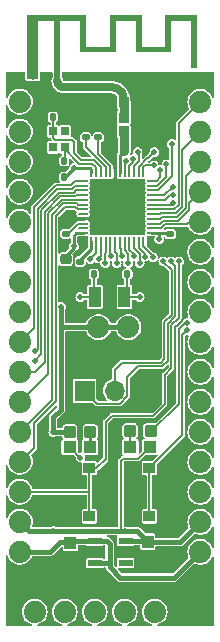
<source format=gbr>
G04 #@! TF.GenerationSoftware,KiCad,Pcbnew,(7.0.0)*
G04 #@! TF.CreationDate,2023-04-22T14:52:30+07:00*
G04 #@! TF.ProjectId,sparkfun-nrf52832-breakout,73706172-6b66-4756-9e2d-6e7266353238,rev?*
G04 #@! TF.SameCoordinates,Original*
G04 #@! TF.FileFunction,Copper,L1,Top*
G04 #@! TF.FilePolarity,Positive*
%FSLAX46Y46*%
G04 Gerber Fmt 4.6, Leading zero omitted, Abs format (unit mm)*
G04 Created by KiCad (PCBNEW (7.0.0)) date 2023-04-22 14:52:30*
%MOMM*%
%LPD*%
G01*
G04 APERTURE LIST*
G04 Aperture macros list*
%AMRoundRect*
0 Rectangle with rounded corners*
0 $1 Rounding radius*
0 $2 $3 $4 $5 $6 $7 $8 $9 X,Y pos of 4 corners*
0 Add a 4 corners polygon primitive as box body*
4,1,4,$2,$3,$4,$5,$6,$7,$8,$9,$2,$3,0*
0 Add four circle primitives for the rounded corners*
1,1,$1+$1,$2,$3*
1,1,$1+$1,$4,$5*
1,1,$1+$1,$6,$7*
1,1,$1+$1,$8,$9*
0 Add four rect primitives between the rounded corners*
20,1,$1+$1,$2,$3,$4,$5,0*
20,1,$1+$1,$4,$5,$6,$7,0*
20,1,$1+$1,$6,$7,$8,$9,0*
20,1,$1+$1,$8,$9,$2,$3,0*%
G04 Aperture macros list end*
G04 #@! TA.AperFunction,SMDPad,CuDef*
%ADD10RoundRect,0.140000X0.140000X0.170000X-0.140000X0.170000X-0.140000X-0.170000X0.140000X-0.170000X0*%
G04 #@! TD*
G04 #@! TA.AperFunction,SMDPad,CuDef*
%ADD11RoundRect,0.140000X-0.140000X-0.170000X0.140000X-0.170000X0.140000X0.170000X-0.140000X0.170000X0*%
G04 #@! TD*
G04 #@! TA.AperFunction,SMDPad,CuDef*
%ADD12RoundRect,0.140000X-0.170000X0.140000X-0.170000X-0.140000X0.170000X-0.140000X0.170000X0.140000X0*%
G04 #@! TD*
G04 #@! TA.AperFunction,SMDPad,CuDef*
%ADD13RoundRect,0.225000X-0.250000X0.225000X-0.250000X-0.225000X0.250000X-0.225000X0.250000X0.225000X0*%
G04 #@! TD*
G04 #@! TA.AperFunction,SMDPad,CuDef*
%ADD14RoundRect,0.140000X0.170000X-0.140000X0.170000X0.140000X-0.170000X0.140000X-0.170000X-0.140000X0*%
G04 #@! TD*
G04 #@! TA.AperFunction,SMDPad,CuDef*
%ADD15R,1.100000X1.000000*%
G04 #@! TD*
G04 #@! TA.AperFunction,ComponentPad*
%ADD16R,1.700000X1.700000*%
G04 #@! TD*
G04 #@! TA.AperFunction,ComponentPad*
%ADD17O,1.700000X1.700000*%
G04 #@! TD*
G04 #@! TA.AperFunction,SMDPad,CuDef*
%ADD18R,1.000000X1.100000*%
G04 #@! TD*
G04 #@! TA.AperFunction,ComponentPad*
%ADD19C,1.879600*%
G04 #@! TD*
G04 #@! TA.AperFunction,SMDPad,CuDef*
%ADD20R,0.900000X0.850000*%
G04 #@! TD*
G04 #@! TA.AperFunction,SMDPad,CuDef*
%ADD21R,0.500000X0.500000*%
G04 #@! TD*
G04 #@! TA.AperFunction,SMDPad,CuDef*
%ADD22R,0.900000X0.500000*%
G04 #@! TD*
G04 #@! TA.AperFunction,SMDPad,CuDef*
%ADD23RoundRect,0.150000X-0.350000X0.350000X-0.350000X-0.350000X0.350000X-0.350000X0.350000X0.350000X0*%
G04 #@! TD*
G04 #@! TA.AperFunction,SMDPad,CuDef*
%ADD24R,1.000000X0.900000*%
G04 #@! TD*
G04 #@! TA.AperFunction,SMDPad,CuDef*
%ADD25R,0.230000X0.680000*%
G04 #@! TD*
G04 #@! TA.AperFunction,SMDPad,CuDef*
%ADD26R,0.680000X0.230000*%
G04 #@! TD*
G04 #@! TA.AperFunction,SMDPad,CuDef*
%ADD27R,4.600000X4.600000*%
G04 #@! TD*
G04 #@! TA.AperFunction,SMDPad,CuDef*
%ADD28R,1.200000X0.550000*%
G04 #@! TD*
G04 #@! TA.AperFunction,SMDPad,CuDef*
%ADD29R,0.850000X0.900000*%
G04 #@! TD*
G04 #@! TA.AperFunction,SMDPad,CuDef*
%ADD30R,1.000000X1.800000*%
G04 #@! TD*
G04 #@! TA.AperFunction,SMDPad,CuDef*
%ADD31R,0.700000X0.750000*%
G04 #@! TD*
G04 #@! TA.AperFunction,ViaPad*
%ADD32C,0.508000*%
G04 #@! TD*
G04 #@! TA.AperFunction,Conductor*
%ADD33C,0.406400*%
G04 #@! TD*
G04 #@! TA.AperFunction,Conductor*
%ADD34C,0.152400*%
G04 #@! TD*
G04 #@! TA.AperFunction,Conductor*
%ADD35C,0.154000*%
G04 #@! TD*
G04 #@! TA.AperFunction,Conductor*
%ADD36C,0.228600*%
G04 #@! TD*
G04 #@! TA.AperFunction,Conductor*
%ADD37C,0.250000*%
G04 #@! TD*
G04 #@! TA.AperFunction,Conductor*
%ADD38C,0.400000*%
G04 #@! TD*
G04 #@! TA.AperFunction,Conductor*
%ADD39C,0.762000*%
G04 #@! TD*
G04 #@! TA.AperFunction,Conductor*
%ADD40C,0.711200*%
G04 #@! TD*
G04 #@! TA.AperFunction,Conductor*
%ADD41C,0.508000*%
G04 #@! TD*
G04 #@! TA.AperFunction,Conductor*
%ADD42C,0.254000*%
G04 #@! TD*
G04 APERTURE END LIST*
G04 #@! TO.C,E1*
G36*
X146501270Y-81888730D02*
G01*
X148498730Y-81888730D01*
X148498730Y-79248730D01*
X151201270Y-79248730D01*
X151201270Y-81888730D01*
X153198730Y-81888730D01*
X153198730Y-79248730D01*
X155901270Y-79248730D01*
X155901270Y-83691270D01*
X155398730Y-83691270D01*
X155398730Y-79751270D01*
X153701270Y-79751270D01*
X153701270Y-82391270D01*
X150698730Y-82391270D01*
X150698730Y-79751270D01*
X149001270Y-79751270D01*
X149001270Y-82391270D01*
X145998730Y-82391270D01*
X145998730Y-79751270D01*
X144301270Y-79751270D01*
X144301270Y-84651270D01*
X143798730Y-84651270D01*
X143798730Y-79751270D01*
X142401270Y-79751270D01*
X142401270Y-84651270D01*
X141498730Y-84651270D01*
X141498730Y-79248730D01*
X146501270Y-79248730D01*
X146501270Y-81888730D01*
G37*
G04 #@! TD*
D10*
G04 #@! TO.P,C16,1,1*
G04 #@! TO.N,VDD*
X144630000Y-92950000D03*
G04 #@! TO.P,C16,2,2*
G04 #@! TO.N,GND*
X143670000Y-92950000D03*
G04 #@! TD*
D11*
G04 #@! TO.P,C14,1,1*
G04 #@! TO.N,GND*
X149020000Y-101175000D03*
G04 #@! TO.P,C14,2,2*
G04 #@! TO.N,Net-(Y2-1)*
X149980000Y-101175000D03*
G04 #@! TD*
D10*
G04 #@! TO.P,C13,1,1*
G04 #@! TO.N,GND*
X148105000Y-101175000D03*
G04 #@! TO.P,C13,2,2*
G04 #@! TO.N,Net-(Y2-2)*
X147145000Y-101175000D03*
G04 #@! TD*
D11*
G04 #@! TO.P,C11,1,1*
G04 #@! TO.N,GND*
X148670000Y-90720000D03*
G04 #@! TO.P,C11,2,2*
G04 #@! TO.N,Net-(U2-ANT)*
X149630000Y-90720000D03*
G04 #@! TD*
D12*
G04 #@! TO.P,C15,1,1*
G04 #@! TO.N,VDD*
X153600000Y-97770000D03*
G04 #@! TO.P,C15,2,2*
G04 #@! TO.N,GND*
X153600000Y-98730000D03*
G04 #@! TD*
G04 #@! TO.P,C6,1,1*
G04 #@! TO.N,GND*
X144750000Y-96795000D03*
G04 #@! TO.P,C6,2,2*
G04 #@! TO.N,Net-(U2-DEC4)*
X144750000Y-97755000D03*
G04 #@! TD*
D13*
G04 #@! TO.P,C17,1,1*
G04 #@! TO.N,VDD*
X144750000Y-99900000D03*
G04 #@! TO.P,C17,2,2*
G04 #@! TO.N,GND*
X144750000Y-101450000D03*
G04 #@! TD*
D14*
G04 #@! TO.P,C3,1,1*
G04 #@! TO.N,GND*
X145975000Y-101055000D03*
G04 #@! TO.P,C3,2,2*
G04 #@! TO.N,Net-(U2-DEC1)*
X145975000Y-100095000D03*
G04 #@! TD*
D10*
G04 #@! TO.P,C9,1,1*
G04 #@! TO.N,GND*
X144630000Y-87875000D03*
G04 #@! TO.P,C9,2,2*
G04 #@! TO.N,Net-(U2-XC1(32MHZ))*
X143670000Y-87875000D03*
G04 #@! TD*
D12*
G04 #@! TO.P,C5,1,1*
G04 #@! TO.N,GND*
X146450000Y-88620000D03*
G04 #@! TO.P,C5,2,2*
G04 #@! TO.N,Net-(U2-DEC3)*
X146450000Y-89580000D03*
G04 #@! TD*
G04 #@! TO.P,C4,1,1*
G04 #@! TO.N,GND*
X147500000Y-88620000D03*
G04 #@! TO.P,C4,2,2*
G04 #@! TO.N,Net-(U2-DEC2)*
X147500000Y-89580000D03*
G04 #@! TD*
D10*
G04 #@! TO.P,C10,1,1*
G04 #@! TO.N,Net-(U2-XC2(32MHZ))*
X144630000Y-91550000D03*
G04 #@! TO.P,C10,2,2*
G04 #@! TO.N,GND*
X143670000Y-91550000D03*
G04 #@! TD*
D15*
G04 #@! TO.P,R2,1,1*
G04 #@! TO.N,Net-(JP6-Pad2)*
X145099999Y-115799999D03*
G04 #@! TO.P,R2,2,2*
G04 #@! TO.N,Net-(D1-PadC)*
X146799999Y-115799999D03*
G04 #@! TD*
D16*
G04 #@! TO.P,J5,1,Pin_1*
G04 #@! TO.N,/SWDCLK*
X146354999Y-111039999D03*
D17*
G04 #@! TO.P,J5,2,Pin_2*
G04 #@! TO.N,/SWDIO*
X148894999Y-111039999D03*
G04 #@! TO.P,J5,3,Pin_3*
G04 #@! TO.N,GND*
X151434999Y-111039999D03*
G04 #@! TD*
D18*
G04 #@! TO.P,C2,1,1*
G04 #@! TO.N,VDD*
X151699999Y-123799999D03*
G04 #@! TO.P,C2,2,2*
G04 #@! TO.N,GND*
X151699999Y-125499999D03*
G04 #@! TD*
D19*
G04 #@! TO.P,J4,1,1*
G04 #@! TO.N,GND*
X156150000Y-127220000D03*
G04 #@! TO.P,J4,2,2*
G04 #@! TO.N,VIN*
X156150000Y-124680000D03*
G04 #@! TO.P,J4,3,3*
G04 #@! TO.N,VDD*
X156150000Y-122140000D03*
G04 #@! TO.P,J4,4,4*
G04 #@! TO.N,/P00*
X156150000Y-119600000D03*
G04 #@! TO.P,J4,5,5*
G04 #@! TO.N,/P01*
X156150000Y-117060000D03*
G04 #@! TO.P,J4,6,6*
G04 #@! TO.N,/P02*
X156150000Y-114520000D03*
G04 #@! TO.P,J4,7,7*
G04 #@! TO.N,/P03*
X156150000Y-111980000D03*
G04 #@! TO.P,J4,8,8*
G04 #@! TO.N,/P04*
X156150000Y-109440000D03*
G04 #@! TO.P,J4,9,9*
G04 #@! TO.N,/P05*
X156150000Y-106900000D03*
G04 #@! TO.P,J4,10,10*
G04 #@! TO.N,/P08*
X156150000Y-104360000D03*
G04 #@! TO.P,J4,11,11*
G04 #@! TO.N,/P09*
X156150000Y-101820000D03*
G04 #@! TO.P,J4,12,12*
G04 #@! TO.N,/P10*
X156150000Y-99280000D03*
G04 #@! TO.P,J4,13,13*
G04 #@! TO.N,/P11*
X156150000Y-96740000D03*
G04 #@! TO.P,J4,14,14*
G04 #@! TO.N,/P12*
X156150000Y-94200000D03*
G04 #@! TO.P,J4,15,15*
G04 #@! TO.N,/P13*
X156150000Y-91660000D03*
G04 #@! TO.P,J4,16,16*
G04 #@! TO.N,/P14*
X156150000Y-89120000D03*
G04 #@! TO.P,J4,17,17*
G04 #@! TO.N,/P15*
X156150000Y-86580000D03*
G04 #@! TD*
D20*
G04 #@! TO.P,L1,1,1*
G04 #@! TO.N,Net-(E1-SIGNAL)*
X149674999Y-87919999D03*
G04 #@! TO.P,L1,2,2*
G04 #@! TO.N,Net-(U2-ANT)*
X149674999Y-89079999D03*
G04 #@! TD*
D19*
G04 #@! TO.P,J1,1,DTR*
G04 #@! TO.N,unconnected-(J1-DTR-Pad1)*
X142130000Y-129750000D03*
G04 #@! TO.P,J1,2,RXI*
G04 #@! TO.N,/P27*
X144670000Y-129750000D03*
G04 #@! TO.P,J1,3,TXO*
G04 #@! TO.N,/P26*
X147210000Y-129750000D03*
G04 #@! TO.P,J1,4,VCC*
G04 #@! TO.N,unconnected-(J1-VCC-Pad4)*
X149750000Y-129750000D03*
G04 #@! TO.P,J1,5,CTS*
G04 #@! TO.N,Net-(J1-CTS)*
X152290000Y-129750000D03*
G04 #@! TO.P,J1,6,GND*
G04 #@! TO.N,GND*
X154830000Y-129750000D03*
G04 #@! TD*
G04 #@! TO.P,J2,1,1*
G04 #@! TO.N,VDD*
X150070000Y-105650000D03*
G04 #@! TO.P,J2,2,2*
X147530000Y-105650000D03*
G04 #@! TD*
D21*
G04 #@! TO.P,E1,ANT,SIGNAL*
G04 #@! TO.N,Net-(E1-SIGNAL)*
X144049999Y-84399999D03*
D22*
G04 #@! TO.P,E1,GND,GND*
G04 #@! TO.N,GND*
X141949999Y-84399999D03*
G04 #@! TD*
D23*
G04 #@! TO.P,D1,A,A*
G04 #@! TO.N,VDD*
X145093000Y-114520000D03*
G04 #@! TO.P,D1,C,C*
G04 #@! TO.N,Net-(D1-PadC)*
X146847000Y-114520000D03*
G04 #@! TD*
D24*
G04 #@! TO.P,SW1,1,1*
G04 #@! TO.N,/~{RESET}*
X146749999Y-121674999D03*
G04 #@! TO.P,SW1,2,2*
X146749999Y-117574999D03*
G04 #@! TO.P,SW1,3,3*
G04 #@! TO.N,GND*
X145149999Y-117574999D03*
G04 #@! TO.P,SW1,4,4*
X145149999Y-121674999D03*
G04 #@! TD*
D23*
G04 #@! TO.P,D2,A,A*
G04 #@! TO.N,Net-(D2-PadA)*
X150198000Y-114425000D03*
G04 #@! TO.P,D2,C,C*
G04 #@! TO.N,/P07*
X151952000Y-114425000D03*
G04 #@! TD*
D25*
G04 #@! TO.P,U2,1,DEC1*
G04 #@! TO.N,Net-(U2-DEC1)*
X146939999Y-98334999D03*
G04 #@! TO.P,U2,2,P0.00/XL1*
G04 #@! TO.N,/P00*
X147339999Y-98334999D03*
G04 #@! TO.P,U2,3,P0.01/XL2*
G04 #@! TO.N,/P01*
X147739999Y-98334999D03*
G04 #@! TO.P,U2,4,P0.02/AIN0*
G04 #@! TO.N,/P02*
X148139999Y-98334999D03*
G04 #@! TO.P,U2,5,P0.03/AIN1*
G04 #@! TO.N,/P03*
X148539999Y-98334999D03*
G04 #@! TO.P,U2,6,P0.04/AIN2*
G04 #@! TO.N,/P04*
X148939999Y-98334999D03*
G04 #@! TO.P,U2,7,P0.05/AIN3*
G04 #@! TO.N,/P05*
X149339999Y-98334999D03*
G04 #@! TO.P,U2,8,P0.06*
G04 #@! TO.N,/P06*
X149739999Y-98334999D03*
G04 #@! TO.P,U2,9,P0.07*
G04 #@! TO.N,/P07*
X150139999Y-98334999D03*
G04 #@! TO.P,U2,10,P0.08*
G04 #@! TO.N,/P08*
X150539999Y-98334999D03*
G04 #@! TO.P,U2,11,P0.09/NFC1*
G04 #@! TO.N,/P09*
X150939999Y-98334999D03*
G04 #@! TO.P,U2,12,P0.10/NFC2*
G04 #@! TO.N,/P10*
X151339999Y-98334999D03*
D26*
G04 #@! TO.P,U2,13,VDD*
G04 #@! TO.N,VDD*
X151999999Y-97674999D03*
G04 #@! TO.P,U2,14,P0.11*
G04 #@! TO.N,/P11*
X151999999Y-97274999D03*
G04 #@! TO.P,U2,15,P0.12*
G04 #@! TO.N,/P12*
X151999999Y-96874999D03*
G04 #@! TO.P,U2,16,P0.13*
G04 #@! TO.N,/P13*
X151999999Y-96474999D03*
G04 #@! TO.P,U2,17,P0.14*
G04 #@! TO.N,/P14*
X151999999Y-96074999D03*
G04 #@! TO.P,U2,18,P0.15*
G04 #@! TO.N,/P15*
X151999999Y-95674999D03*
G04 #@! TO.P,U2,19,P0.16*
G04 #@! TO.N,/P16*
X151999999Y-95274999D03*
G04 #@! TO.P,U2,20,P0.17*
G04 #@! TO.N,/P17*
X151999999Y-94874999D03*
G04 #@! TO.P,U2,21,P0.18*
G04 #@! TO.N,/P18*
X151999999Y-94474999D03*
G04 #@! TO.P,U2,22,P0.19*
G04 #@! TO.N,/P19*
X151999999Y-94074999D03*
G04 #@! TO.P,U2,23,P0.20*
G04 #@! TO.N,/P20*
X151999999Y-93674999D03*
G04 #@! TO.P,U2,24,P0.21/RESET*
G04 #@! TO.N,/~{RESET}*
X151999999Y-93274999D03*
D25*
G04 #@! TO.P,U2,25,SWDCLK*
G04 #@! TO.N,/SWDCLK*
X151339999Y-92614999D03*
G04 #@! TO.P,U2,26,SWDIO*
G04 #@! TO.N,/SWDIO*
X150939999Y-92614999D03*
G04 #@! TO.P,U2,27,P0.22*
G04 #@! TO.N,/P22*
X150539999Y-92614999D03*
G04 #@! TO.P,U2,28,P0.23*
G04 #@! TO.N,/P23*
X150139999Y-92614999D03*
G04 #@! TO.P,U2,29,P0.24*
G04 #@! TO.N,/P24*
X149739999Y-92614999D03*
G04 #@! TO.P,U2,30,ANT*
G04 #@! TO.N,Net-(U2-ANT)*
X149339999Y-92614999D03*
G04 #@! TO.P,U2,31,VSS*
G04 #@! TO.N,GND*
X148939999Y-92614999D03*
G04 #@! TO.P,U2,32,DEC2*
G04 #@! TO.N,Net-(U2-DEC2)*
X148539999Y-92614999D03*
G04 #@! TO.P,U2,33,DEC3*
G04 #@! TO.N,Net-(U2-DEC3)*
X148139999Y-92614999D03*
G04 #@! TO.P,U2,34,XC1(32MHZ)*
G04 #@! TO.N,Net-(U2-XC1(32MHZ))*
X147739999Y-92614999D03*
G04 #@! TO.P,U2,35,XC2(32MHZ)*
G04 #@! TO.N,Net-(U2-XC2(32MHZ))*
X147339999Y-92614999D03*
G04 #@! TO.P,U2,36,VDD*
G04 #@! TO.N,VDD*
X146939999Y-92614999D03*
D26*
G04 #@! TO.P,U2,37,P0.25*
G04 #@! TO.N,/P25*
X146279999Y-93274999D03*
G04 #@! TO.P,U2,38,P0.26*
G04 #@! TO.N,/P26*
X146279999Y-93674999D03*
G04 #@! TO.P,U2,39,P0.27*
G04 #@! TO.N,/P27*
X146279999Y-94074999D03*
G04 #@! TO.P,U2,40,P0.28/AIN4*
G04 #@! TO.N,/P28*
X146279999Y-94474999D03*
G04 #@! TO.P,U2,41,P0.29/AIN5*
G04 #@! TO.N,/P29*
X146279999Y-94874999D03*
G04 #@! TO.P,U2,42,P0.30/AIN6*
G04 #@! TO.N,/P30*
X146279999Y-95274999D03*
G04 #@! TO.P,U2,43,P0.31/AIN7*
G04 #@! TO.N,/P31*
X146279999Y-95674999D03*
G04 #@! TO.P,U2,44,NC*
G04 #@! TO.N,unconnected-(U2-NC-Pad44)*
X146279999Y-96074999D03*
G04 #@! TO.P,U2,45,VSS*
G04 #@! TO.N,GND*
X146279999Y-96474999D03*
G04 #@! TO.P,U2,46,DEC4*
G04 #@! TO.N,Net-(U2-DEC4)*
X146279999Y-96874999D03*
G04 #@! TO.P,U2,47,DCC*
G04 #@! TO.N,unconnected-(U2-DCC-Pad47)*
X146279999Y-97274999D03*
G04 #@! TO.P,U2,48,VDD*
G04 #@! TO.N,VDD*
X146279999Y-97674999D03*
D27*
G04 #@! TO.P,U2,EP,VSS*
G04 #@! TO.N,GND*
X149139999Y-95474999D03*
G04 #@! TD*
D19*
G04 #@! TO.P,J3,1,1*
G04 #@! TO.N,GND*
X140875000Y-127200000D03*
G04 #@! TO.P,J3,2,2*
G04 #@! TO.N,VIN*
X140875000Y-124660000D03*
G04 #@! TO.P,J3,3,3*
G04 #@! TO.N,VDD*
X140875000Y-122120000D03*
G04 #@! TO.P,J3,4,4*
G04 #@! TO.N,/~{RESET}*
X140875000Y-119580000D03*
G04 #@! TO.P,J3,5,5*
G04 #@! TO.N,/P31*
X140875000Y-117040000D03*
G04 #@! TO.P,J3,6,6*
G04 #@! TO.N,/P30*
X140875000Y-114500000D03*
G04 #@! TO.P,J3,7,7*
G04 #@! TO.N,/P29*
X140875000Y-111960000D03*
G04 #@! TO.P,J3,8,8*
G04 #@! TO.N,/P28*
X140875000Y-109420000D03*
G04 #@! TO.P,J3,9,9*
G04 #@! TO.N,/P25*
X140875000Y-106880000D03*
G04 #@! TO.P,J3,10,10*
G04 #@! TO.N,/P24*
X140875000Y-104340000D03*
G04 #@! TO.P,J3,11,11*
G04 #@! TO.N,/P23*
X140875000Y-101800000D03*
G04 #@! TO.P,J3,12,12*
G04 #@! TO.N,/P22*
X140875000Y-99260000D03*
G04 #@! TO.P,J3,13,13*
G04 #@! TO.N,/P20*
X140875000Y-96720000D03*
G04 #@! TO.P,J3,14,14*
G04 #@! TO.N,/P19*
X140875000Y-94180000D03*
G04 #@! TO.P,J3,15,15*
G04 #@! TO.N,/P18*
X140875000Y-91640000D03*
G04 #@! TO.P,J3,16,16*
G04 #@! TO.N,/P17*
X140875000Y-89100000D03*
G04 #@! TO.P,J3,17,17*
G04 #@! TO.N,/P16*
X140875000Y-86560000D03*
G04 #@! TD*
D28*
G04 #@! TO.P,U1,1,IN*
G04 #@! TO.N,VIN*
X147224899Y-123724999D03*
G04 #@! TO.P,U1,2,GND*
G04 #@! TO.N,GND*
X147224899Y-124674999D03*
G04 #@! TO.P,U1,3,EN*
G04 #@! TO.N,VIN*
X147224899Y-125624999D03*
G04 #@! TO.P,U1,4,NC*
G04 #@! TO.N,unconnected-(U1-NC-Pad4)*
X149825099Y-125624999D03*
G04 #@! TO.P,U1,5,OUT*
G04 #@! TO.N,VDD*
X149825099Y-123724999D03*
G04 #@! TD*
D24*
G04 #@! TO.P,SW2,1,1*
G04 #@! TO.N,/P06*
X151849999Y-121674999D03*
G04 #@! TO.P,SW2,2,2*
X151849999Y-117574999D03*
G04 #@! TO.P,SW2,3,3*
G04 #@! TO.N,GND*
X150249999Y-117574999D03*
G04 #@! TO.P,SW2,4,4*
X150249999Y-121674999D03*
G04 #@! TD*
D15*
G04 #@! TO.P,R1,1,1*
G04 #@! TO.N,Net-(D2-PadA)*
X150224999Y-115799999D03*
G04 #@! TO.P,R1,2,2*
G04 #@! TO.N,VDD*
X151924999Y-115799999D03*
G04 #@! TD*
D18*
G04 #@! TO.P,C1,1,1*
G04 #@! TO.N,VIN*
X145149999Y-123899999D03*
G04 #@! TO.P,C1,2,2*
G04 #@! TO.N,GND*
X145149999Y-125599999D03*
G04 #@! TD*
D29*
G04 #@! TO.P,C12,1,1*
G04 #@! TO.N,Net-(E1-SIGNAL)*
X149654999Y-86574999D03*
G04 #@! TO.P,C12,2,2*
G04 #@! TO.N,GND*
X148494999Y-86574999D03*
G04 #@! TD*
D30*
G04 #@! TO.P,Y2,P$1,1*
G04 #@! TO.N,Net-(Y2-1)*
X149724999Y-103099999D03*
G04 #@! TO.P,Y2,P$2,2*
G04 #@! TO.N,Net-(Y2-2)*
X147224999Y-103099999D03*
G04 #@! TD*
D31*
G04 #@! TO.P,Y1,1,1*
G04 #@! TO.N,Net-(U2-XC2(32MHZ))*
X144699999Y-90424999D03*
G04 #@! TO.P,Y1,2*
G04 #@! TO.N,N/C*
X144699999Y-89074999D03*
G04 #@! TO.P,Y1,3,2*
G04 #@! TO.N,Net-(U2-XC1(32MHZ))*
X143699999Y-89074999D03*
G04 #@! TO.P,Y1,4*
G04 #@! TO.N,N/C*
X143699999Y-90424999D03*
G04 #@! TD*
D32*
G04 #@! TO.N,GND*
X145700000Y-107050000D03*
X143900000Y-92150000D03*
X144550000Y-98750000D03*
X145173700Y-118541800D03*
X146850100Y-84429600D03*
X148120100Y-84429600D03*
X147231100Y-93573600D03*
X144970500Y-86080600D03*
X151930100Y-86969600D03*
X145580100Y-84429600D03*
X146240500Y-86080600D03*
X153150000Y-125625000D03*
X156883100Y-84429600D03*
X148501100Y-97383600D03*
X151930100Y-88239600D03*
X151930100Y-84429600D03*
X148501100Y-96113600D03*
X153200100Y-86969600D03*
X151900000Y-105600000D03*
X154470100Y-84429600D03*
X142633700Y-87579200D03*
X148501100Y-94843600D03*
X146138900Y-124663200D03*
X151879300Y-98217600D03*
X151536400Y-90805000D03*
X149771100Y-93573600D03*
X149390100Y-84429600D03*
X149771100Y-96113600D03*
X145961100Y-101981000D03*
X144462500Y-102641400D03*
X148475000Y-121450000D03*
X147231100Y-94843600D03*
X150660100Y-84429600D03*
X144348200Y-116700300D03*
X146215100Y-87579200D03*
X147485100Y-87579200D03*
X155740100Y-84429600D03*
X147510500Y-86080600D03*
X151041100Y-93573600D03*
X153200100Y-88239600D03*
X148700000Y-88239600D03*
X151041100Y-96113600D03*
X147231100Y-96113600D03*
X141960600Y-84429600D03*
X147231100Y-97383600D03*
X153200100Y-84429600D03*
X153200100Y-85699600D03*
X150660100Y-85699600D03*
X142430500Y-85550000D03*
X148551900Y-118033800D03*
X143700500Y-86080600D03*
X143294100Y-84429600D03*
X151041100Y-94843600D03*
X145173700Y-120700800D03*
X150660100Y-86969600D03*
X152717500Y-99386000D03*
X149771100Y-97383600D03*
X148501100Y-93573600D03*
X151930100Y-85699600D03*
X154470100Y-85699600D03*
X151050000Y-119625000D03*
X151041100Y-97383600D03*
X150660100Y-88239600D03*
X144923900Y-95961200D03*
X149771100Y-94843600D03*
G04 #@! TO.N,VDD*
X143700500Y-122910600D03*
X144386300Y-103936800D03*
X143700500Y-114528600D03*
X145453100Y-98780600D03*
X145478500Y-92151200D03*
X149800000Y-122950000D03*
X152666700Y-98196400D03*
G04 #@! TO.N,Net-(Y2-2)*
X145986500Y-103098600D03*
G04 #@! TO.N,Net-(Y2-1)*
X151015700Y-103098600D03*
G04 #@! TO.N,/P07*
X155054300Y-105257600D03*
X150533100Y-99644200D03*
G04 #@! TO.N,/P27*
X142151100Y-108483400D03*
G04 #@! TO.N,/P26*
X142151100Y-107696000D03*
G04 #@! TO.N,/P10*
X152158700Y-99745800D03*
G04 #@! TO.N,/P09*
X151498300Y-99669600D03*
G04 #@! TO.N,/~{RESET}*
X152781000Y-92316300D03*
X154343100Y-100076000D03*
G04 #@! TO.N,/P24*
X149860000Y-91605100D03*
G04 #@! TO.N,/P23*
X150495000Y-91401900D03*
G04 #@! TO.N,/P22*
X150837900Y-90830400D03*
G04 #@! TO.N,/P20*
X153276300Y-91871800D03*
G04 #@! TO.N,/P19*
X153758900Y-90144600D03*
G04 #@! TO.N,/P18*
X153835100Y-93751400D03*
G04 #@! TO.N,/P17*
X153835100Y-94437200D03*
G04 #@! TO.N,/P16*
X153835100Y-95097600D03*
G04 #@! TO.N,/P00*
X146824700Y-99872800D03*
G04 #@! TO.N,/P01*
X147535900Y-99847400D03*
G04 #@! TO.N,/P02*
X148094700Y-100228400D03*
G04 #@! TO.N,/P03*
X148586900Y-99660000D03*
G04 #@! TO.N,/P04*
X149072600Y-100228400D03*
G04 #@! TO.N,/P05*
X149555200Y-99644200D03*
G04 #@! TO.N,/P08*
X151015700Y-100228400D03*
G04 #@! TO.N,/SWDIO*
X153022300Y-100076000D03*
X152260300Y-90830400D03*
G04 #@! TO.N,/SWDCLK*
X152209500Y-91948000D03*
X153682700Y-100076000D03*
G04 #@! TO.N,Net-(JP6-Pad2)*
X146000100Y-116687600D03*
G04 #@! TO.N,/P06*
X150037800Y-100228400D03*
X155054300Y-105918000D03*
G04 #@! TD*
D33*
G04 #@! TO.N,VDD*
X147530000Y-105650000D02*
X150070000Y-105650000D01*
X144335500Y-105550000D02*
X144435500Y-105650000D01*
X144435500Y-105650000D02*
X147530000Y-105650000D01*
X144335500Y-105550000D02*
X144335500Y-103987600D01*
X144335500Y-112115600D02*
X144335500Y-105550000D01*
D34*
G04 #@! TO.N,Net-(Y2-1)*
X149950000Y-102513300D02*
X149751100Y-102712200D01*
X149950000Y-101405000D02*
X149950000Y-102513300D01*
X150180000Y-101175000D02*
X149950000Y-101405000D01*
X149751100Y-102712200D02*
X150137500Y-103098600D01*
D35*
G04 #@! TO.N,Net-(U2-XC2(32MHZ))*
X144700000Y-91480000D02*
X144630000Y-91550000D01*
X144700000Y-90425000D02*
X144700000Y-91480000D01*
D34*
G04 #@! TO.N,Net-(U2-XC1(32MHZ))*
X143700000Y-87905000D02*
X143670000Y-87875000D01*
X143700000Y-89075000D02*
X143700000Y-87905000D01*
X143700000Y-89602400D02*
X143700000Y-89075000D01*
X143861200Y-89763600D02*
X143700000Y-89602400D01*
X144750000Y-89763600D02*
X143861200Y-89763600D01*
X144750000Y-89763600D02*
X145263600Y-89763600D01*
X147736100Y-92097400D02*
X147736100Y-92618600D01*
X147129500Y-91490800D02*
X147736100Y-92097400D01*
X146062700Y-91490800D02*
X147129500Y-91490800D01*
X145500000Y-90928100D02*
X146062700Y-91490800D01*
X145500000Y-90000000D02*
X145500000Y-90928100D01*
X145263600Y-89763600D02*
X145500000Y-90000000D01*
D35*
G04 #@! TO.N,Net-(U2-DEC3)*
X146450000Y-90379500D02*
X147256500Y-91186000D01*
X146450000Y-89580000D02*
X146450000Y-90379500D01*
D34*
G04 #@! TO.N,/~{RESET}*
X146761100Y-119608600D02*
X141334652Y-119608600D01*
D36*
G04 #@! TO.N,Net-(U2-DEC1)*
X146936100Y-98338600D02*
X146936100Y-99003600D01*
X146936100Y-99003600D02*
X145961100Y-99978600D01*
D34*
G04 #@! TO.N,Net-(U2-DEC2)*
X147485100Y-90982800D02*
X148536100Y-92033800D01*
X148536100Y-92618600D02*
X148536100Y-92033800D01*
X147485100Y-89708600D02*
X147485100Y-90982800D01*
D36*
G04 #@! TO.N,GND*
X145016100Y-96478600D02*
X144691100Y-96803600D01*
D37*
X148940000Y-91090000D02*
X148570000Y-90720000D01*
D36*
X143476100Y-92938600D02*
X143421100Y-92938600D01*
D34*
X148936100Y-95278600D02*
X148501100Y-94843600D01*
D36*
X148936100Y-92618600D02*
X148936100Y-95278600D01*
X148936100Y-95278600D02*
X149136100Y-95478600D01*
D37*
X148940000Y-92615000D02*
X148940000Y-91090000D01*
D36*
X146276100Y-96478600D02*
X145016100Y-96478600D01*
D34*
G04 #@! TO.N,Net-(U2-DEC3)*
X148136100Y-92618600D02*
X148136100Y-92065600D01*
X147256500Y-91186000D02*
X148136100Y-92065600D01*
G04 #@! TO.N,Net-(U2-DEC4)*
X144691100Y-97963600D02*
X144746100Y-97963600D01*
X145831100Y-96878600D02*
X146276100Y-96878600D01*
X144746100Y-97963600D02*
X145831100Y-96878600D01*
D33*
G04 #@! TO.N,VDD*
X150810600Y-122910600D02*
X151760000Y-123860000D01*
D36*
X152666700Y-98196400D02*
X152666700Y-97678600D01*
X151996100Y-97678600D02*
X152666700Y-97678600D01*
X144691100Y-99708600D02*
X145453100Y-98946600D01*
D33*
X143700500Y-122910600D02*
X147400000Y-122910600D01*
D34*
X150898450Y-116791250D02*
X151891100Y-115798600D01*
D36*
X152666700Y-97678600D02*
X153567100Y-97678600D01*
X146936100Y-92237200D02*
X146850100Y-92151200D01*
X145453100Y-98946600D02*
X145453100Y-98780600D01*
D33*
X143700500Y-114528600D02*
X143700500Y-113258600D01*
D36*
X146850100Y-92151200D02*
X145478500Y-92151200D01*
D33*
X154409700Y-123860000D02*
X156121100Y-122148600D01*
X140881100Y-122148600D02*
X141643100Y-122910600D01*
D38*
X149825100Y-123725000D02*
X151625000Y-123725000D01*
D36*
X144636100Y-92938600D02*
X144691100Y-92938600D01*
D33*
X151760000Y-123860000D02*
X154409700Y-123860000D01*
D36*
X153567100Y-97678600D02*
X153581100Y-97692600D01*
D33*
X149440900Y-122910600D02*
X150810600Y-122910600D01*
D36*
X146936100Y-92618600D02*
X146936100Y-92237200D01*
X145666100Y-97678600D02*
X145453100Y-97891600D01*
D34*
X149591250Y-116791250D02*
X150898450Y-116791250D01*
D36*
X146276100Y-97678600D02*
X145666100Y-97678600D01*
D33*
X143700500Y-113258600D02*
X144335500Y-112623600D01*
D36*
X145453100Y-97891600D02*
X145453100Y-98780600D01*
D34*
X149440900Y-122910600D02*
X149440900Y-116941600D01*
D33*
X144335500Y-103987600D02*
X144386300Y-103936800D01*
X147400000Y-122910600D02*
X149440900Y-122910600D01*
X143700500Y-114528600D02*
X145084100Y-114528600D01*
X144335500Y-112623600D02*
X144335500Y-112115600D01*
X143700500Y-122910600D02*
X141643100Y-122910600D01*
D38*
X151625000Y-123725000D02*
X151700000Y-123800000D01*
D34*
X149440900Y-116941600D02*
X149591250Y-116791250D01*
D36*
X144691100Y-92938600D02*
X145478500Y-92151200D01*
D34*
G04 #@! TO.N,Net-(U2-XC2(32MHZ))*
X147002500Y-91795600D02*
X145913100Y-91795600D01*
X147336100Y-92129200D02*
X147002500Y-91795600D01*
X144636100Y-91567000D02*
X144556100Y-91567000D01*
X145913100Y-91795600D02*
X144556100Y-90438600D01*
X147336100Y-92618600D02*
X147336100Y-92129200D01*
D36*
G04 #@! TO.N,Net-(U2-ANT)*
X149336100Y-92618600D02*
X149336100Y-91108800D01*
X149336100Y-91108800D02*
X149716100Y-90728800D01*
D39*
X149716100Y-90728800D02*
X149716100Y-89073600D01*
D40*
G04 #@! TO.N,Net-(E1-SIGNAL)*
X149200893Y-85492355D02*
X149022647Y-85397080D01*
X144056100Y-84810600D02*
X144056100Y-84810600D01*
X149639290Y-86148462D02*
X149580620Y-85955053D01*
X144073410Y-84942080D02*
X144124159Y-85064600D01*
D39*
X149716100Y-87913600D02*
X149716100Y-86588600D01*
D40*
X149485345Y-85776807D02*
X149357127Y-85620573D01*
X144310100Y-85250541D02*
X144432620Y-85301290D01*
X149659100Y-86588600D02*
X149659100Y-86349600D01*
X144432620Y-85301290D02*
X144564100Y-85318600D01*
X149716100Y-86588600D02*
X149659100Y-86588600D01*
X149659100Y-86349600D02*
X149659100Y-86349600D01*
X149022647Y-85397080D02*
X148628100Y-85318600D01*
X144564100Y-85318600D02*
X148628100Y-85318600D01*
X149580620Y-85955053D02*
X149485345Y-85776807D01*
X149357127Y-85620573D02*
X149200893Y-85492355D01*
D41*
X144056100Y-84298600D02*
X144056100Y-84810600D01*
D40*
X144124159Y-85064600D02*
X144204890Y-85169810D01*
X149659100Y-86349600D02*
X149639290Y-86148462D01*
X144204890Y-85169810D02*
X144310100Y-85250541D01*
X144056100Y-84810600D02*
X144073410Y-84942080D01*
D34*
G04 #@! TO.N,Net-(Y2-2)*
X147159100Y-103006600D02*
X147251100Y-103098600D01*
X147159100Y-101193600D02*
X147159100Y-103006600D01*
X145986500Y-103098600D02*
X147251100Y-103098600D01*
G04 #@! TO.N,Net-(Y2-1)*
X150137500Y-103098600D02*
X149751100Y-103098600D01*
X150137500Y-103098600D02*
X151015700Y-103098600D01*
D42*
G04 #@! TO.N,Net-(D1-PadC)*
X146811100Y-115798600D02*
X146811100Y-114555600D01*
X146811100Y-114555600D02*
X146838100Y-114528600D01*
D34*
G04 #@! TO.N,Net-(D2-PadA)*
X150191100Y-114555600D02*
X150164100Y-114528600D01*
X150191100Y-115798600D02*
X150191100Y-114555600D01*
G04 #@! TO.N,/P07*
X154851100Y-105257600D02*
X154317700Y-105791000D01*
X150136100Y-99094800D02*
X150533100Y-99491800D01*
X155054300Y-105257600D02*
X154851100Y-105257600D01*
X150533100Y-99491800D02*
X150533100Y-99644200D01*
X154317700Y-112129000D02*
X154317700Y-105791000D01*
X151918100Y-114528600D02*
X154317700Y-112129000D01*
X150136100Y-98338600D02*
X150136100Y-99094800D01*
G04 #@! TO.N,/P27*
X144157700Y-94259400D02*
X142684500Y-95732600D01*
X145427700Y-94259400D02*
X145608500Y-94078600D01*
X142684500Y-95732600D02*
X142684500Y-107950000D01*
X142684500Y-107950000D02*
X142151100Y-108483400D01*
X145427700Y-94259400D02*
X144157700Y-94259400D01*
X146276100Y-94078600D02*
X145608500Y-94078600D01*
G04 #@! TO.N,/P26*
X144030700Y-93954600D02*
X142379700Y-95605600D01*
X146276100Y-93678600D02*
X145576700Y-93678600D01*
X145300700Y-93954600D02*
X144030700Y-93954600D01*
X142379700Y-95605600D02*
X142379700Y-107467400D01*
X145300700Y-93954600D02*
X145576700Y-93678600D01*
X142379700Y-107467400D02*
X142151100Y-107696000D01*
G04 #@! TO.N,/P10*
X152158700Y-99644200D02*
X152158700Y-99745800D01*
X151336100Y-98821600D02*
X152158700Y-99644200D01*
X151336100Y-98338600D02*
X151336100Y-98821600D01*
G04 #@! TO.N,/P09*
X151498300Y-99491800D02*
X151498300Y-99669600D01*
X150936100Y-98338600D02*
X150936100Y-98929600D01*
X150936100Y-98929600D02*
X151498300Y-99491800D01*
G04 #@! TO.N,/~{RESET}*
X153708100Y-109118400D02*
X153708100Y-105486200D01*
X148140000Y-116780000D02*
X148140000Y-113650000D01*
X148140000Y-113650000D02*
X148657150Y-113132850D01*
X148657150Y-113132850D02*
X152182850Y-113132850D01*
X153123900Y-112191800D02*
X153123900Y-109702600D01*
X147345000Y-117575000D02*
X148140000Y-116780000D01*
X151996100Y-93278600D02*
X152479100Y-93278600D01*
X152781000Y-92316300D02*
X152781000Y-92976700D01*
X152781000Y-92976700D02*
X152479100Y-93278600D01*
X152182850Y-113132850D02*
X153123900Y-112191800D01*
X146750000Y-117575000D02*
X147345000Y-117575000D01*
X153708100Y-105486200D02*
X154343100Y-104851200D01*
X146761100Y-121658600D02*
X146761100Y-119608600D01*
X146761100Y-119608600D02*
X146761100Y-117558600D01*
X141334652Y-119608600D02*
X141090526Y-119364474D01*
X154343100Y-104851200D02*
X154343100Y-100076000D01*
X153123900Y-109702600D02*
X153708100Y-109118400D01*
G04 #@! TO.N,/P31*
X142100300Y-115849400D02*
X140881100Y-117068600D01*
X143903700Y-96240600D02*
X143903700Y-111937800D01*
X146272900Y-95681800D02*
X146276100Y-95678600D01*
X144665700Y-95478600D02*
X143903700Y-96240600D01*
X142100300Y-113741200D02*
X142100300Y-115849400D01*
X145554700Y-95478600D02*
X144665700Y-95478600D01*
X145757900Y-95681800D02*
X146272900Y-95681800D01*
X146269100Y-95678600D02*
X146265900Y-95681800D01*
X145757900Y-95681800D02*
X145554700Y-95478600D01*
X146276100Y-95678600D02*
X146269100Y-95678600D01*
X143903700Y-111937800D02*
X142100300Y-113741200D01*
G04 #@! TO.N,/P30*
X143598900Y-96113600D02*
X143598900Y-111810800D01*
X143598900Y-111810800D02*
X140881100Y-114528600D01*
X144538700Y-95173800D02*
X143598900Y-96113600D01*
X145681700Y-95173800D02*
X144538700Y-95173800D01*
X146276100Y-95278600D02*
X145786500Y-95278600D01*
X145681700Y-95173800D02*
X145786500Y-95278600D01*
G04 #@! TO.N,/P29*
X143294100Y-109575600D02*
X140881100Y-111988600D01*
X146266500Y-94869000D02*
X146276100Y-94878600D01*
X146266500Y-94869000D02*
X144411700Y-94869000D01*
X143294100Y-95986600D02*
X143294100Y-109575600D01*
X144411700Y-94869000D02*
X143294100Y-95986600D01*
G04 #@! TO.N,/P28*
X145640300Y-94478600D02*
X145554700Y-94564200D01*
X142151100Y-109448600D02*
X142989300Y-108610400D01*
X144284700Y-94564200D02*
X142989300Y-95859600D01*
X140881100Y-109448600D02*
X142151100Y-109448600D01*
X146276100Y-94478600D02*
X145640300Y-94478600D01*
X142989300Y-95859600D02*
X142989300Y-108610400D01*
X145554700Y-94564200D02*
X144284700Y-94564200D01*
G04 #@! TO.N,/P25*
X142074900Y-95478600D02*
X142074900Y-105714800D01*
X143903700Y-93649800D02*
X142074900Y-95478600D01*
X145173700Y-93649800D02*
X143903700Y-93649800D01*
X146276100Y-93278600D02*
X145544900Y-93278600D01*
X145173700Y-93649800D02*
X145544900Y-93278600D01*
X142074900Y-105714800D02*
X140881100Y-106908600D01*
G04 #@! TO.N,/P24*
X149736100Y-91729000D02*
X149860000Y-91605100D01*
X149736100Y-92618600D02*
X149736100Y-91729000D01*
G04 #@! TO.N,/P23*
X150136100Y-92014800D02*
X150495000Y-91655900D01*
X150495000Y-91655900D02*
X150495000Y-91401900D01*
X150136100Y-92618600D02*
X150136100Y-92014800D01*
G04 #@! TO.N,/P22*
X150977600Y-91605100D02*
X150977600Y-90970100D01*
X150977600Y-90970100D02*
X150837900Y-90830400D01*
X150536100Y-92046600D02*
X150977600Y-91605100D01*
X150536100Y-92618600D02*
X150536100Y-92046600D01*
G04 #@! TO.N,/P20*
X153276300Y-92913200D02*
X153276300Y-91871800D01*
X152510900Y-93678600D02*
X153276300Y-92913200D01*
X151996100Y-93678600D02*
X152510900Y-93678600D01*
G04 #@! TO.N,/P19*
X153758900Y-92862400D02*
X153758900Y-90144600D01*
X151996100Y-94078600D02*
X152542700Y-94078600D01*
X152542700Y-94078600D02*
X153758900Y-92862400D01*
G04 #@! TO.N,/P18*
X151996100Y-94478600D02*
X153107900Y-94478600D01*
X153107900Y-94478600D02*
X153835100Y-93751400D01*
G04 #@! TO.N,/P17*
X153606500Y-94437200D02*
X153835100Y-94437200D01*
X151996100Y-94878600D02*
X153165100Y-94878600D01*
X153165100Y-94878600D02*
X153606500Y-94437200D01*
G04 #@! TO.N,/P16*
X151996100Y-95278600D02*
X153654100Y-95278600D01*
X153654100Y-95278600D02*
X153835100Y-95097600D01*
G04 #@! TO.N,/P00*
X147336100Y-99361400D02*
X146824700Y-99872800D01*
X147336100Y-98338600D02*
X147336100Y-99361400D01*
G04 #@! TO.N,/P01*
X147736100Y-98338600D02*
X147736100Y-99647200D01*
X147736100Y-99647200D02*
X147535900Y-99847400D01*
G04 #@! TO.N,/P02*
X148136100Y-98338600D02*
X148136100Y-99323400D01*
X148043900Y-100177600D02*
X148043900Y-99415600D01*
X148043900Y-99415600D02*
X148136100Y-99323400D01*
X148094700Y-100228400D02*
X148043900Y-100177600D01*
G04 #@! TO.N,/P03*
X148536100Y-99609200D02*
X148586900Y-99660000D01*
X148536100Y-98338600D02*
X148536100Y-99609200D01*
G04 #@! TO.N,/P04*
X148936100Y-99317200D02*
X149072600Y-99453700D01*
X148936100Y-98338600D02*
X148936100Y-99317200D01*
X149072600Y-100228400D02*
X149072600Y-99453700D01*
G04 #@! TO.N,/P05*
X149415500Y-99060000D02*
X149415500Y-99504500D01*
X149336100Y-98980600D02*
X149415500Y-99060000D01*
X149336100Y-98338600D02*
X149336100Y-98980600D01*
X149415500Y-99504500D02*
X149555200Y-99644200D01*
G04 #@! TO.N,/P08*
X150536100Y-98961400D02*
X151015700Y-99441000D01*
X151015700Y-99441000D02*
X151015700Y-100228400D01*
X150536100Y-98338600D02*
X150536100Y-98961400D01*
G04 #@! TO.N,/P11*
X155054300Y-96951800D02*
X155257500Y-96748600D01*
X151996100Y-97278600D02*
X152797100Y-97278600D01*
X155257500Y-96748600D02*
X156121100Y-96748600D01*
X152797100Y-97278600D02*
X153123900Y-96951800D01*
X153123900Y-96951800D02*
X155054300Y-96951800D01*
G04 #@! TO.N,/P12*
X152765300Y-96878600D02*
X152996900Y-96647000D01*
X155232100Y-95097600D02*
X156121100Y-94208600D01*
X154292300Y-96647000D02*
X155232100Y-95707200D01*
X151996100Y-96878600D02*
X152765300Y-96878600D01*
X152996900Y-96647000D02*
X154292300Y-96647000D01*
X155232100Y-95707200D02*
X155232100Y-95097600D01*
D33*
G04 #@! TO.N,VIN*
X149364700Y-126847600D02*
X153962100Y-126847600D01*
X148475700Y-124002800D02*
X148475700Y-125638600D01*
X153962100Y-126847600D02*
X156121100Y-124688600D01*
X147201000Y-125638600D02*
X148475700Y-125638600D01*
X147201000Y-123738600D02*
X148211500Y-123738600D01*
X143421100Y-124688600D02*
X144271100Y-123838600D01*
X148475700Y-125958600D02*
X149364700Y-126847600D01*
X145426100Y-123738600D02*
X147201000Y-123738600D01*
X145326100Y-123838600D02*
X145426100Y-123738600D01*
X144271100Y-123838600D02*
X145326100Y-123838600D01*
X140881100Y-124688600D02*
X143421100Y-124688600D01*
X148475700Y-125638600D02*
X148475700Y-125958600D01*
X148211500Y-123738600D02*
X148475700Y-124002800D01*
D34*
G04 #@! TO.N,/P13*
X154165300Y-96342200D02*
X154927300Y-95580200D01*
X152869900Y-96342200D02*
X154165300Y-96342200D01*
X154927300Y-95580200D02*
X154927300Y-92862400D01*
X152733500Y-96478600D02*
X152869900Y-96342200D01*
X151996100Y-96478600D02*
X152733500Y-96478600D01*
X154927300Y-92862400D02*
X156121100Y-91668600D01*
G04 #@! TO.N,/P14*
X154622500Y-95453200D02*
X154622500Y-90627200D01*
X151996100Y-96078600D02*
X152701700Y-96078600D01*
X152701700Y-96078600D02*
X152768300Y-96012000D01*
X154622500Y-90627200D02*
X156121100Y-89128600D01*
X152768300Y-96012000D02*
X154063700Y-96012000D01*
X154063700Y-96012000D02*
X154622500Y-95453200D01*
G04 #@! TO.N,/P15*
X151996100Y-95678600D02*
X153939900Y-95678600D01*
X153939900Y-95678600D02*
X154317700Y-95300800D01*
X156121100Y-86588600D02*
X154317700Y-88392000D01*
X154317700Y-88392000D02*
X154317700Y-95300800D01*
G04 #@! TO.N,/SWDIO*
X153098500Y-105232200D02*
X153098500Y-108356400D01*
X151676100Y-91338400D02*
X151752300Y-91338400D01*
X153733500Y-100812600D02*
X153733500Y-104597200D01*
X153022300Y-100076000D02*
X153022300Y-100101400D01*
X151752300Y-91338400D02*
X152260300Y-90830400D01*
X149488800Y-108661200D02*
X148895000Y-109255000D01*
X153733500Y-104597200D02*
X153098500Y-105232200D01*
X153022300Y-100101400D02*
X153733500Y-100812600D01*
X153098500Y-108356400D02*
X152793700Y-108661200D01*
X150936100Y-92618600D02*
X150936100Y-92078400D01*
X148895000Y-109255000D02*
X148895000Y-111040000D01*
X150936100Y-92078400D02*
X151676100Y-91338400D01*
X152793700Y-108661200D02*
X149488800Y-108661200D01*
G04 #@! TO.N,/SWDCLK*
X149973600Y-109873400D02*
X150881000Y-108966000D01*
X151498300Y-91948000D02*
X152209500Y-91948000D01*
X154038300Y-104724200D02*
X154038300Y-100457000D01*
X146355000Y-111040000D02*
X147435000Y-112120000D01*
X153403300Y-105359200D02*
X154038300Y-104724200D01*
X147435000Y-112120000D02*
X149340371Y-112120000D01*
X151336100Y-92618600D02*
X151336100Y-92110200D01*
X153682700Y-100101400D02*
X153682700Y-100076000D01*
X149973600Y-111486771D02*
X149973600Y-109873400D01*
X153403300Y-108483400D02*
X153403300Y-105359200D01*
X152920700Y-108966000D02*
X153403300Y-108483400D01*
X149340371Y-112120000D02*
X149973600Y-111486771D01*
X150881000Y-108966000D02*
X152920700Y-108966000D01*
X151336100Y-92110200D02*
X151498300Y-91948000D01*
X154038300Y-100457000D02*
X153682700Y-100101400D01*
G04 #@! TO.N,Net-(JP6-Pad2)*
X145111100Y-115798600D02*
X146000100Y-116687600D01*
G04 #@! TO.N,/P06*
X150037800Y-100228400D02*
X150037800Y-99428300D01*
X154622500Y-106349800D02*
X154622500Y-114777200D01*
X155054300Y-105918000D02*
X154622500Y-106349800D01*
X149736100Y-99126600D02*
X150037800Y-99428300D01*
X154622500Y-114777200D02*
X151841100Y-117558600D01*
X149736100Y-98338600D02*
X149736100Y-99126600D01*
X151841100Y-121658600D02*
X151841100Y-117558600D01*
G04 #@! TO.N,unconnected-(U2-NC-Pad44)*
X146276100Y-96078600D02*
X145884900Y-96078600D01*
G04 #@! TO.N,unconnected-(U2-DCC-Pad47)*
X146276100Y-97278600D02*
X145884900Y-97278600D01*
G04 #@! TD*
G04 #@! TA.AperFunction,Conductor*
G04 #@! TO.N,GND*
G36*
X146514184Y-124110954D02*
G01*
X146514666Y-124110234D01*
X146565242Y-124144028D01*
X146609843Y-124152900D01*
X147839956Y-124152899D01*
X147884558Y-124144028D01*
X147935134Y-124110234D01*
X147935615Y-124110954D01*
X147974858Y-124094700D01*
X148038110Y-124094700D01*
X148062028Y-124099458D01*
X148082305Y-124113007D01*
X148101295Y-124131998D01*
X148119600Y-124176191D01*
X148119600Y-125220000D01*
X148101294Y-125264194D01*
X148057100Y-125282500D01*
X147997095Y-125282500D01*
X147967633Y-125275120D01*
X147945128Y-125254723D01*
X147938553Y-125244883D01*
X147935134Y-125239766D01*
X147928163Y-125235108D01*
X147889674Y-125209390D01*
X147889672Y-125209389D01*
X147884558Y-125205972D01*
X147878525Y-125204772D01*
X147878523Y-125204771D01*
X147842967Y-125197698D01*
X147842959Y-125197697D01*
X147839957Y-125197100D01*
X147836887Y-125197100D01*
X146612915Y-125197100D01*
X146612904Y-125197100D01*
X146609844Y-125197101D01*
X146606834Y-125197699D01*
X146606830Y-125197700D01*
X146571279Y-125204771D01*
X146571277Y-125204771D01*
X146565242Y-125205972D01*
X146560126Y-125209389D01*
X146560124Y-125209391D01*
X146519783Y-125236346D01*
X146519780Y-125236348D01*
X146514666Y-125239766D01*
X146511248Y-125244880D01*
X146511246Y-125244883D01*
X146484290Y-125285225D01*
X146484288Y-125285229D01*
X146480872Y-125290342D01*
X146479672Y-125296372D01*
X146479671Y-125296376D01*
X146472598Y-125331932D01*
X146472597Y-125331941D01*
X146472000Y-125334943D01*
X146472000Y-125338011D01*
X146472000Y-125338012D01*
X146472000Y-125911984D01*
X146472000Y-125911994D01*
X146472001Y-125915056D01*
X146480872Y-125959658D01*
X146514666Y-126010234D01*
X146565242Y-126044028D01*
X146609843Y-126052900D01*
X147839956Y-126052899D01*
X147884558Y-126044028D01*
X147935134Y-126010234D01*
X147935615Y-126010954D01*
X147974858Y-125994700D01*
X148066151Y-125994700D01*
X148107521Y-126010352D01*
X148128171Y-126049468D01*
X148128598Y-126052899D01*
X148129685Y-126061613D01*
X148131958Y-126066264D01*
X148132405Y-126067764D01*
X148132523Y-126068276D01*
X148132675Y-126068750D01*
X148132869Y-126069218D01*
X148133384Y-126070720D01*
X148134237Y-126075824D01*
X148136699Y-126080373D01*
X148136701Y-126080379D01*
X148158410Y-126120494D01*
X148159592Y-126122790D01*
X148177584Y-126159593D01*
X148181881Y-126168382D01*
X148185544Y-126172045D01*
X148186448Y-126173311D01*
X148186728Y-126173760D01*
X148187037Y-126174174D01*
X148187364Y-126174544D01*
X148188338Y-126175795D01*
X148190801Y-126180346D01*
X148194605Y-126183848D01*
X148194607Y-126183850D01*
X148228170Y-126214746D01*
X148230034Y-126216535D01*
X149082199Y-127068700D01*
X149090328Y-127078710D01*
X149099086Y-127092115D01*
X149103172Y-127095295D01*
X149125475Y-127112654D01*
X149131280Y-127117781D01*
X149133765Y-127120266D01*
X149135872Y-127121770D01*
X149135874Y-127121772D01*
X149150743Y-127132388D01*
X149152775Y-127133902D01*
X149192872Y-127165111D01*
X149197768Y-127166791D01*
X149199145Y-127167537D01*
X149199586Y-127167812D01*
X149200032Y-127168042D01*
X149200516Y-127168242D01*
X149201918Y-127168927D01*
X149206139Y-127171941D01*
X149254822Y-127186434D01*
X149257283Y-127187223D01*
X149305277Y-127203700D01*
X149310463Y-127203700D01*
X149311997Y-127203956D01*
X149312514Y-127204076D01*
X149313005Y-127204147D01*
X149313528Y-127204180D01*
X149315076Y-127204372D01*
X149320044Y-127205852D01*
X149370785Y-127203753D01*
X149373369Y-127203700D01*
X153918683Y-127203700D01*
X153931509Y-127205030D01*
X153947181Y-127208316D01*
X153980360Y-127204179D01*
X153988091Y-127203700D01*
X153989025Y-127203700D01*
X153991608Y-127203700D01*
X154012203Y-127200262D01*
X154014711Y-127199897D01*
X154065113Y-127193615D01*
X154069770Y-127191338D01*
X154071255Y-127190896D01*
X154071763Y-127190778D01*
X154072268Y-127190616D01*
X154072737Y-127190422D01*
X154074211Y-127189915D01*
X154079324Y-127189063D01*
X154124000Y-127164884D01*
X154126265Y-127163718D01*
X154171882Y-127141419D01*
X154175550Y-127137749D01*
X154176805Y-127136854D01*
X154177254Y-127136573D01*
X154177671Y-127136262D01*
X154178060Y-127135919D01*
X154179280Y-127134969D01*
X154183846Y-127132499D01*
X154193721Y-127121772D01*
X154218246Y-127095129D01*
X154220012Y-127093287D01*
X155624931Y-125688368D01*
X155656223Y-125671410D01*
X155691701Y-125674285D01*
X155846986Y-125734443D01*
X155846989Y-125734444D01*
X155849687Y-125735489D01*
X156048746Y-125772700D01*
X156248370Y-125772700D01*
X156251254Y-125772700D01*
X156450313Y-125735489D01*
X156639145Y-125662335D01*
X156811320Y-125555729D01*
X156960974Y-125419301D01*
X157083012Y-125257697D01*
X157170551Y-125081893D01*
X157199941Y-125053176D01*
X157240809Y-125048912D01*
X157275493Y-125070945D01*
X157289000Y-125109752D01*
X157289000Y-130874000D01*
X157270694Y-130918194D01*
X157226500Y-130936500D01*
X152563950Y-130936500D01*
X152521844Y-130920188D01*
X152501717Y-130879767D01*
X152514074Y-130836335D01*
X152552464Y-130812564D01*
X152590313Y-130805489D01*
X152779145Y-130732335D01*
X152951320Y-130625729D01*
X153100974Y-130489301D01*
X153223012Y-130327697D01*
X153313277Y-130146420D01*
X153368696Y-129951643D01*
X153387381Y-129750000D01*
X153368696Y-129548357D01*
X153313277Y-129353580D01*
X153223012Y-129172303D01*
X153100974Y-129010699D01*
X152951320Y-128874271D01*
X152948870Y-128872754D01*
X152948866Y-128872751D01*
X152781597Y-128769183D01*
X152781595Y-128769182D01*
X152779145Y-128767665D01*
X152776458Y-128766624D01*
X152776456Y-128766623D01*
X152593003Y-128695553D01*
X152593001Y-128695552D01*
X152590313Y-128694511D01*
X152587477Y-128693980D01*
X152587474Y-128693980D01*
X152394088Y-128657829D01*
X152394079Y-128657828D01*
X152391254Y-128657300D01*
X152188746Y-128657300D01*
X152185921Y-128657828D01*
X152185911Y-128657829D01*
X151992525Y-128693980D01*
X151992520Y-128693981D01*
X151989687Y-128694511D01*
X151987000Y-128695551D01*
X151986996Y-128695553D01*
X151803543Y-128766623D01*
X151803537Y-128766625D01*
X151800855Y-128767665D01*
X151798408Y-128769179D01*
X151798402Y-128769183D01*
X151631133Y-128872751D01*
X151631124Y-128872757D01*
X151628680Y-128874271D01*
X151626553Y-128876209D01*
X151626545Y-128876216D01*
X151481160Y-129008753D01*
X151481156Y-129008756D01*
X151479026Y-129010699D01*
X151477286Y-129013002D01*
X151477286Y-129013003D01*
X151358731Y-129169993D01*
X151358724Y-129170003D01*
X151356988Y-129172303D01*
X151355700Y-129174888D01*
X151355699Y-129174891D01*
X151268007Y-129351000D01*
X151268004Y-129351006D01*
X151266723Y-129353580D01*
X151265936Y-129356343D01*
X151265933Y-129356353D01*
X151212095Y-129545576D01*
X151211304Y-129548357D01*
X151192619Y-129750000D01*
X151211304Y-129951643D01*
X151212095Y-129954423D01*
X151265933Y-130143646D01*
X151265935Y-130143653D01*
X151266723Y-130146420D01*
X151356988Y-130327697D01*
X151358727Y-130330001D01*
X151358731Y-130330006D01*
X151418922Y-130409711D01*
X151479026Y-130489301D01*
X151628680Y-130625729D01*
X151800855Y-130732335D01*
X151989687Y-130805489D01*
X152027535Y-130812564D01*
X152065926Y-130836335D01*
X152078283Y-130879767D01*
X152058156Y-130920188D01*
X152016050Y-130936500D01*
X150023950Y-130936500D01*
X149981844Y-130920188D01*
X149961717Y-130879767D01*
X149974074Y-130836335D01*
X150012464Y-130812564D01*
X150050313Y-130805489D01*
X150239145Y-130732335D01*
X150411320Y-130625729D01*
X150560974Y-130489301D01*
X150683012Y-130327697D01*
X150773277Y-130146420D01*
X150828696Y-129951643D01*
X150847381Y-129750000D01*
X150828696Y-129548357D01*
X150773277Y-129353580D01*
X150683012Y-129172303D01*
X150560974Y-129010699D01*
X150411320Y-128874271D01*
X150408870Y-128872754D01*
X150408866Y-128872751D01*
X150241597Y-128769183D01*
X150241595Y-128769182D01*
X150239145Y-128767665D01*
X150236458Y-128766624D01*
X150236456Y-128766623D01*
X150053003Y-128695553D01*
X150053001Y-128695552D01*
X150050313Y-128694511D01*
X150047477Y-128693980D01*
X150047474Y-128693980D01*
X149854088Y-128657829D01*
X149854079Y-128657828D01*
X149851254Y-128657300D01*
X149648746Y-128657300D01*
X149645921Y-128657828D01*
X149645911Y-128657829D01*
X149452525Y-128693980D01*
X149452520Y-128693981D01*
X149449687Y-128694511D01*
X149447000Y-128695551D01*
X149446996Y-128695553D01*
X149263543Y-128766623D01*
X149263537Y-128766625D01*
X149260855Y-128767665D01*
X149258408Y-128769179D01*
X149258402Y-128769183D01*
X149091133Y-128872751D01*
X149091124Y-128872757D01*
X149088680Y-128874271D01*
X149086553Y-128876209D01*
X149086545Y-128876216D01*
X148941160Y-129008753D01*
X148941156Y-129008756D01*
X148939026Y-129010699D01*
X148937286Y-129013002D01*
X148937286Y-129013003D01*
X148818731Y-129169993D01*
X148818724Y-129170003D01*
X148816988Y-129172303D01*
X148815700Y-129174888D01*
X148815699Y-129174891D01*
X148728007Y-129351000D01*
X148728004Y-129351006D01*
X148726723Y-129353580D01*
X148725936Y-129356343D01*
X148725933Y-129356353D01*
X148672095Y-129545576D01*
X148671304Y-129548357D01*
X148652619Y-129750000D01*
X148671304Y-129951643D01*
X148672095Y-129954423D01*
X148725933Y-130143646D01*
X148725935Y-130143653D01*
X148726723Y-130146420D01*
X148816988Y-130327697D01*
X148818727Y-130330001D01*
X148818731Y-130330006D01*
X148878922Y-130409711D01*
X148939026Y-130489301D01*
X149088680Y-130625729D01*
X149260855Y-130732335D01*
X149449687Y-130805489D01*
X149487535Y-130812564D01*
X149525926Y-130836335D01*
X149538283Y-130879767D01*
X149518156Y-130920188D01*
X149476050Y-130936500D01*
X147483950Y-130936500D01*
X147441844Y-130920188D01*
X147421717Y-130879767D01*
X147434074Y-130836335D01*
X147472464Y-130812564D01*
X147510313Y-130805489D01*
X147699145Y-130732335D01*
X147871320Y-130625729D01*
X148020974Y-130489301D01*
X148143012Y-130327697D01*
X148233277Y-130146420D01*
X148288696Y-129951643D01*
X148307381Y-129750000D01*
X148288696Y-129548357D01*
X148233277Y-129353580D01*
X148143012Y-129172303D01*
X148020974Y-129010699D01*
X147871320Y-128874271D01*
X147868870Y-128872754D01*
X147868866Y-128872751D01*
X147701597Y-128769183D01*
X147701595Y-128769182D01*
X147699145Y-128767665D01*
X147696458Y-128766624D01*
X147696456Y-128766623D01*
X147513003Y-128695553D01*
X147513001Y-128695552D01*
X147510313Y-128694511D01*
X147507477Y-128693980D01*
X147507474Y-128693980D01*
X147314088Y-128657829D01*
X147314079Y-128657828D01*
X147311254Y-128657300D01*
X147108746Y-128657300D01*
X147105921Y-128657828D01*
X147105911Y-128657829D01*
X146912525Y-128693980D01*
X146912520Y-128693981D01*
X146909687Y-128694511D01*
X146907000Y-128695551D01*
X146906996Y-128695553D01*
X146723543Y-128766623D01*
X146723537Y-128766625D01*
X146720855Y-128767665D01*
X146718408Y-128769179D01*
X146718402Y-128769183D01*
X146551133Y-128872751D01*
X146551124Y-128872757D01*
X146548680Y-128874271D01*
X146546553Y-128876209D01*
X146546545Y-128876216D01*
X146401160Y-129008753D01*
X146401156Y-129008756D01*
X146399026Y-129010699D01*
X146397286Y-129013002D01*
X146397286Y-129013003D01*
X146278731Y-129169993D01*
X146278724Y-129170003D01*
X146276988Y-129172303D01*
X146275700Y-129174888D01*
X146275699Y-129174891D01*
X146188007Y-129351000D01*
X146188004Y-129351006D01*
X146186723Y-129353580D01*
X146185936Y-129356343D01*
X146185933Y-129356353D01*
X146132095Y-129545576D01*
X146131304Y-129548357D01*
X146112619Y-129750000D01*
X146131304Y-129951643D01*
X146132095Y-129954423D01*
X146185933Y-130143646D01*
X146185935Y-130143653D01*
X146186723Y-130146420D01*
X146276988Y-130327697D01*
X146278727Y-130330001D01*
X146278731Y-130330006D01*
X146338922Y-130409711D01*
X146399026Y-130489301D01*
X146548680Y-130625729D01*
X146720855Y-130732335D01*
X146909687Y-130805489D01*
X146947535Y-130812564D01*
X146985926Y-130836335D01*
X146998283Y-130879767D01*
X146978156Y-130920188D01*
X146936050Y-130936500D01*
X144943950Y-130936500D01*
X144901844Y-130920188D01*
X144881717Y-130879767D01*
X144894074Y-130836335D01*
X144932464Y-130812564D01*
X144970313Y-130805489D01*
X145159145Y-130732335D01*
X145331320Y-130625729D01*
X145480974Y-130489301D01*
X145603012Y-130327697D01*
X145693277Y-130146420D01*
X145748696Y-129951643D01*
X145767381Y-129750000D01*
X145748696Y-129548357D01*
X145693277Y-129353580D01*
X145603012Y-129172303D01*
X145480974Y-129010699D01*
X145331320Y-128874271D01*
X145328870Y-128872754D01*
X145328866Y-128872751D01*
X145161597Y-128769183D01*
X145161595Y-128769182D01*
X145159145Y-128767665D01*
X145156458Y-128766624D01*
X145156456Y-128766623D01*
X144973003Y-128695553D01*
X144973001Y-128695552D01*
X144970313Y-128694511D01*
X144967477Y-128693980D01*
X144967474Y-128693980D01*
X144774088Y-128657829D01*
X144774079Y-128657828D01*
X144771254Y-128657300D01*
X144568746Y-128657300D01*
X144565921Y-128657828D01*
X144565911Y-128657829D01*
X144372525Y-128693980D01*
X144372520Y-128693981D01*
X144369687Y-128694511D01*
X144367000Y-128695551D01*
X144366996Y-128695553D01*
X144183543Y-128766623D01*
X144183537Y-128766625D01*
X144180855Y-128767665D01*
X144178408Y-128769179D01*
X144178402Y-128769183D01*
X144011133Y-128872751D01*
X144011124Y-128872757D01*
X144008680Y-128874271D01*
X144006553Y-128876209D01*
X144006545Y-128876216D01*
X143861160Y-129008753D01*
X143861156Y-129008756D01*
X143859026Y-129010699D01*
X143857286Y-129013002D01*
X143857286Y-129013003D01*
X143738731Y-129169993D01*
X143738724Y-129170003D01*
X143736988Y-129172303D01*
X143735700Y-129174888D01*
X143735699Y-129174891D01*
X143648007Y-129351000D01*
X143648004Y-129351006D01*
X143646723Y-129353580D01*
X143645936Y-129356343D01*
X143645933Y-129356353D01*
X143592095Y-129545576D01*
X143591304Y-129548357D01*
X143572619Y-129750000D01*
X143591304Y-129951643D01*
X143592095Y-129954423D01*
X143645933Y-130143646D01*
X143645935Y-130143653D01*
X143646723Y-130146420D01*
X143736988Y-130327697D01*
X143738727Y-130330001D01*
X143738731Y-130330006D01*
X143798922Y-130409711D01*
X143859026Y-130489301D01*
X144008680Y-130625729D01*
X144180855Y-130732335D01*
X144369687Y-130805489D01*
X144407535Y-130812564D01*
X144445926Y-130836335D01*
X144458283Y-130879767D01*
X144438156Y-130920188D01*
X144396050Y-130936500D01*
X142403950Y-130936500D01*
X142361844Y-130920188D01*
X142341717Y-130879767D01*
X142354074Y-130836335D01*
X142392464Y-130812564D01*
X142430313Y-130805489D01*
X142619145Y-130732335D01*
X142791320Y-130625729D01*
X142940974Y-130489301D01*
X143063012Y-130327697D01*
X143153277Y-130146420D01*
X143208696Y-129951643D01*
X143227381Y-129750000D01*
X143208696Y-129548357D01*
X143153277Y-129353580D01*
X143063012Y-129172303D01*
X142940974Y-129010699D01*
X142791320Y-128874271D01*
X142788870Y-128872754D01*
X142788866Y-128872751D01*
X142621597Y-128769183D01*
X142621595Y-128769182D01*
X142619145Y-128767665D01*
X142616458Y-128766624D01*
X142616456Y-128766623D01*
X142433003Y-128695553D01*
X142433001Y-128695552D01*
X142430313Y-128694511D01*
X142427477Y-128693980D01*
X142427474Y-128693980D01*
X142234088Y-128657829D01*
X142234079Y-128657828D01*
X142231254Y-128657300D01*
X142028746Y-128657300D01*
X142025921Y-128657828D01*
X142025911Y-128657829D01*
X141832525Y-128693980D01*
X141832520Y-128693981D01*
X141829687Y-128694511D01*
X141827000Y-128695551D01*
X141826996Y-128695553D01*
X141643543Y-128766623D01*
X141643537Y-128766625D01*
X141640855Y-128767665D01*
X141638408Y-128769179D01*
X141638402Y-128769183D01*
X141471133Y-128872751D01*
X141471124Y-128872757D01*
X141468680Y-128874271D01*
X141466553Y-128876209D01*
X141466545Y-128876216D01*
X141321160Y-129008753D01*
X141321156Y-129008756D01*
X141319026Y-129010699D01*
X141317286Y-129013002D01*
X141317286Y-129013003D01*
X141198731Y-129169993D01*
X141198724Y-129170003D01*
X141196988Y-129172303D01*
X141195700Y-129174888D01*
X141195699Y-129174891D01*
X141108007Y-129351000D01*
X141108004Y-129351006D01*
X141106723Y-129353580D01*
X141105936Y-129356343D01*
X141105933Y-129356353D01*
X141052095Y-129545576D01*
X141051304Y-129548357D01*
X141032619Y-129750000D01*
X141051304Y-129951643D01*
X141052095Y-129954423D01*
X141105933Y-130143646D01*
X141105935Y-130143653D01*
X141106723Y-130146420D01*
X141196988Y-130327697D01*
X141198727Y-130330001D01*
X141198731Y-130330006D01*
X141258922Y-130409711D01*
X141319026Y-130489301D01*
X141468680Y-130625729D01*
X141640855Y-130732335D01*
X141829687Y-130805489D01*
X141867535Y-130812564D01*
X141905926Y-130836335D01*
X141918283Y-130879767D01*
X141898156Y-130920188D01*
X141856050Y-130936500D01*
X139775700Y-130936500D01*
X139731506Y-130918194D01*
X139713200Y-130874000D01*
X139713200Y-125017610D01*
X139728552Y-124976582D01*
X139767065Y-124955709D01*
X139809821Y-124965246D01*
X139835814Y-125000506D01*
X139850933Y-125053646D01*
X139850935Y-125053653D01*
X139851723Y-125056420D01*
X139853006Y-125058997D01*
X139853007Y-125058999D01*
X139861682Y-125076420D01*
X139941988Y-125237697D01*
X139943727Y-125240001D01*
X139943731Y-125240006D01*
X139981744Y-125290342D01*
X140064026Y-125399301D01*
X140213680Y-125535729D01*
X140385855Y-125642335D01*
X140574687Y-125715489D01*
X140773746Y-125752700D01*
X140973370Y-125752700D01*
X140976254Y-125752700D01*
X141175313Y-125715489D01*
X141364145Y-125642335D01*
X141536320Y-125535729D01*
X141685974Y-125399301D01*
X141808012Y-125237697D01*
X141886863Y-125079341D01*
X141909910Y-125054061D01*
X141942812Y-125044700D01*
X143377683Y-125044700D01*
X143390509Y-125046030D01*
X143406181Y-125049316D01*
X143439360Y-125045179D01*
X143447091Y-125044700D01*
X143448025Y-125044700D01*
X143450608Y-125044700D01*
X143471203Y-125041262D01*
X143473711Y-125040897D01*
X143524113Y-125034615D01*
X143528770Y-125032338D01*
X143530255Y-125031896D01*
X143530763Y-125031778D01*
X143531268Y-125031616D01*
X143531737Y-125031422D01*
X143533211Y-125030915D01*
X143538324Y-125030063D01*
X143583000Y-125005884D01*
X143585265Y-125004718D01*
X143630882Y-124982419D01*
X143634550Y-124978749D01*
X143635805Y-124977854D01*
X143636254Y-124977573D01*
X143636671Y-124977262D01*
X143637060Y-124976919D01*
X143638280Y-124975969D01*
X143642846Y-124973499D01*
X143677246Y-124936128D01*
X143679012Y-124934287D01*
X144390406Y-124222894D01*
X144434601Y-124204588D01*
X144478795Y-124222894D01*
X144497101Y-124267088D01*
X144497101Y-124465056D01*
X144505972Y-124509658D01*
X144539766Y-124560234D01*
X144590342Y-124594028D01*
X144634943Y-124602900D01*
X145665056Y-124602899D01*
X145709658Y-124594028D01*
X145760234Y-124560234D01*
X145794028Y-124509658D01*
X145802900Y-124465057D01*
X145802900Y-124157200D01*
X145821206Y-124113006D01*
X145865400Y-124094700D01*
X146474942Y-124094700D01*
X146514184Y-124110954D01*
G37*
G04 #@! TD.AperFunction*
G04 #@! TA.AperFunction,Conductor*
G36*
X157275493Y-122530945D02*
G01*
X157289000Y-122569752D01*
X157289000Y-124250248D01*
X157275493Y-124289055D01*
X157240809Y-124311088D01*
X157199941Y-124306824D01*
X157170552Y-124278107D01*
X157143059Y-124222894D01*
X157083012Y-124102303D01*
X157077270Y-124094700D01*
X157030972Y-124033391D01*
X156960974Y-123940699D01*
X156851522Y-123840920D01*
X156813454Y-123806216D01*
X156813451Y-123806214D01*
X156811320Y-123804271D01*
X156808870Y-123802754D01*
X156808866Y-123802751D01*
X156641597Y-123699183D01*
X156641595Y-123699182D01*
X156639145Y-123697665D01*
X156636458Y-123696624D01*
X156636456Y-123696623D01*
X156453003Y-123625553D01*
X156453001Y-123625552D01*
X156450313Y-123624511D01*
X156447477Y-123623980D01*
X156447474Y-123623980D01*
X156254088Y-123587829D01*
X156254079Y-123587828D01*
X156251254Y-123587300D01*
X156048746Y-123587300D01*
X156045921Y-123587828D01*
X156045911Y-123587829D01*
X155852525Y-123623980D01*
X155852520Y-123623981D01*
X155849687Y-123624511D01*
X155847000Y-123625551D01*
X155846996Y-123625553D01*
X155663543Y-123696623D01*
X155663537Y-123696625D01*
X155660855Y-123697665D01*
X155658408Y-123699179D01*
X155658402Y-123699183D01*
X155491133Y-123802751D01*
X155491124Y-123802757D01*
X155488680Y-123804271D01*
X155486553Y-123806209D01*
X155486545Y-123806216D01*
X155341160Y-123938753D01*
X155341156Y-123938756D01*
X155339026Y-123940699D01*
X155337286Y-123943002D01*
X155337286Y-123943003D01*
X155218731Y-124099993D01*
X155218724Y-124100003D01*
X155216988Y-124102303D01*
X155215700Y-124104888D01*
X155215699Y-124104891D01*
X155128007Y-124281000D01*
X155128004Y-124281006D01*
X155126723Y-124283580D01*
X155125936Y-124286343D01*
X155125933Y-124286353D01*
X155074231Y-124468069D01*
X155071304Y-124478357D01*
X155071037Y-124481233D01*
X155071037Y-124481236D01*
X155067929Y-124514774D01*
X155052619Y-124680000D01*
X155071304Y-124881643D01*
X155072095Y-124884423D01*
X155125933Y-125073646D01*
X155125935Y-125073653D01*
X155126723Y-125076420D01*
X155128008Y-125079001D01*
X155128009Y-125079003D01*
X155140902Y-125104897D01*
X155146639Y-125142818D01*
X155129148Y-125176949D01*
X153832905Y-126473194D01*
X153812629Y-126486742D01*
X153788711Y-126491500D01*
X149538089Y-126491500D01*
X149493895Y-126473194D01*
X149180294Y-126159593D01*
X149161988Y-126115399D01*
X149180294Y-126071205D01*
X149224485Y-126052899D01*
X150440156Y-126052899D01*
X150484758Y-126044028D01*
X150535334Y-126010234D01*
X150569128Y-125959658D01*
X150578000Y-125915057D01*
X150577999Y-125334944D01*
X150569128Y-125290342D01*
X150535334Y-125239766D01*
X150528363Y-125235108D01*
X150489874Y-125209390D01*
X150489872Y-125209389D01*
X150484758Y-125205972D01*
X150478725Y-125204772D01*
X150478723Y-125204771D01*
X150443167Y-125197698D01*
X150443159Y-125197697D01*
X150440157Y-125197100D01*
X150437087Y-125197100D01*
X149213115Y-125197100D01*
X149213104Y-125197100D01*
X149210044Y-125197101D01*
X149207034Y-125197699D01*
X149207030Y-125197700D01*
X149171479Y-125204771D01*
X149171477Y-125204771D01*
X149165442Y-125205972D01*
X149160326Y-125209389D01*
X149160324Y-125209391D01*
X149119983Y-125236346D01*
X149119980Y-125236348D01*
X149114866Y-125239766D01*
X149111448Y-125244880D01*
X149111446Y-125244883D01*
X149084490Y-125285225D01*
X149084488Y-125285229D01*
X149081072Y-125290342D01*
X149079872Y-125296372D01*
X149079871Y-125296376D01*
X149072798Y-125331932D01*
X149072797Y-125331941D01*
X149072200Y-125334943D01*
X149072200Y-125338012D01*
X149072200Y-125338013D01*
X149072200Y-125900611D01*
X149053894Y-125944805D01*
X149009700Y-125963111D01*
X148965506Y-125944805D01*
X148850106Y-125829405D01*
X148831800Y-125785211D01*
X148831800Y-125655921D01*
X148832013Y-125650760D01*
X148832837Y-125640816D01*
X148835491Y-125608787D01*
X148833713Y-125601766D01*
X148831800Y-125586423D01*
X148831800Y-124046217D01*
X148833130Y-124033391D01*
X148833198Y-124033064D01*
X148836416Y-124017719D01*
X148832279Y-123984539D01*
X148831800Y-123976809D01*
X148831800Y-123975879D01*
X148831800Y-123973292D01*
X148828366Y-123952712D01*
X148827994Y-123950156D01*
X148822355Y-123904922D01*
X148821715Y-123899786D01*
X148819441Y-123895134D01*
X148818995Y-123893636D01*
X148818879Y-123893135D01*
X148818720Y-123892638D01*
X148818525Y-123892167D01*
X148818014Y-123890681D01*
X148817163Y-123885576D01*
X148792976Y-123840884D01*
X148791812Y-123838621D01*
X148771793Y-123797669D01*
X148771791Y-123797667D01*
X148769519Y-123793018D01*
X148765855Y-123789354D01*
X148764954Y-123788092D01*
X148764676Y-123787646D01*
X148764363Y-123787226D01*
X148764033Y-123786853D01*
X148763061Y-123785605D01*
X148760599Y-123781054D01*
X148756792Y-123777549D01*
X148756791Y-123777548D01*
X148723229Y-123746653D01*
X148721365Y-123744864D01*
X148494000Y-123517499D01*
X148485871Y-123507489D01*
X148479947Y-123498421D01*
X148479946Y-123498420D01*
X148477114Y-123494085D01*
X148473026Y-123490903D01*
X148473025Y-123490902D01*
X148450728Y-123473548D01*
X148444922Y-123468421D01*
X148444266Y-123467765D01*
X148442435Y-123465934D01*
X148425469Y-123453820D01*
X148423399Y-123452277D01*
X148387412Y-123424267D01*
X148387409Y-123424265D01*
X148383328Y-123421089D01*
X148378434Y-123419408D01*
X148377051Y-123418660D01*
X148376614Y-123418387D01*
X148376160Y-123418153D01*
X148375690Y-123417959D01*
X148374273Y-123417266D01*
X148370061Y-123414259D01*
X148365102Y-123412782D01*
X148365101Y-123412782D01*
X148321390Y-123399769D01*
X148318930Y-123398980D01*
X148287859Y-123388313D01*
X148254462Y-123361192D01*
X148246505Y-123318913D01*
X148267759Y-123281507D01*
X148308153Y-123266700D01*
X149046758Y-123266700D01*
X149087967Y-123282210D01*
X149108723Y-123321043D01*
X149098724Y-123363924D01*
X149084491Y-123385224D01*
X149084489Y-123385226D01*
X149081072Y-123390342D01*
X149079872Y-123396372D01*
X149079871Y-123396376D01*
X149072798Y-123431932D01*
X149072797Y-123431941D01*
X149072200Y-123434943D01*
X149072200Y-123438011D01*
X149072200Y-123438012D01*
X149072200Y-124011984D01*
X149072200Y-124011994D01*
X149072201Y-124015056D01*
X149081072Y-124059658D01*
X149084490Y-124064774D01*
X149084491Y-124064775D01*
X149109566Y-124102303D01*
X149114866Y-124110234D01*
X149165442Y-124144028D01*
X149210043Y-124152900D01*
X150440156Y-124152899D01*
X150484758Y-124144028D01*
X150535334Y-124110234D01*
X150538753Y-124105115D01*
X150543107Y-124100763D01*
X150543436Y-124101092D01*
X150560884Y-124085280D01*
X150590346Y-124077900D01*
X150984601Y-124077900D01*
X151028795Y-124096206D01*
X151047101Y-124140400D01*
X151047101Y-124365056D01*
X151055972Y-124409658D01*
X151089766Y-124460234D01*
X151094883Y-124463653D01*
X151121197Y-124481236D01*
X151140342Y-124494028D01*
X151184943Y-124502900D01*
X152215056Y-124502899D01*
X152259658Y-124494028D01*
X152310234Y-124460234D01*
X152344028Y-124409658D01*
X152352900Y-124365057D01*
X152352900Y-124278600D01*
X152371206Y-124234406D01*
X152415400Y-124216100D01*
X154366283Y-124216100D01*
X154379109Y-124217430D01*
X154394781Y-124220716D01*
X154427960Y-124216579D01*
X154435691Y-124216100D01*
X154436625Y-124216100D01*
X154439208Y-124216100D01*
X154459803Y-124212662D01*
X154462311Y-124212297D01*
X154512713Y-124206015D01*
X154517370Y-124203738D01*
X154518855Y-124203296D01*
X154519363Y-124203178D01*
X154519868Y-124203016D01*
X154520337Y-124202822D01*
X154521811Y-124202315D01*
X154526924Y-124201463D01*
X154571600Y-124177284D01*
X154573865Y-124176118D01*
X154619482Y-124153819D01*
X154623150Y-124150149D01*
X154624405Y-124149254D01*
X154624854Y-124148973D01*
X154625271Y-124148662D01*
X154625660Y-124148319D01*
X154626880Y-124147369D01*
X154631446Y-124144899D01*
X154635588Y-124140400D01*
X154665846Y-124107529D01*
X154667612Y-124105687D01*
X155624931Y-123148368D01*
X155656223Y-123131410D01*
X155691701Y-123134285D01*
X155846986Y-123194443D01*
X155846989Y-123194444D01*
X155849687Y-123195489D01*
X156048746Y-123232700D01*
X156248370Y-123232700D01*
X156251254Y-123232700D01*
X156450313Y-123195489D01*
X156639145Y-123122335D01*
X156811320Y-123015729D01*
X156960974Y-122879301D01*
X157083012Y-122717697D01*
X157170551Y-122541893D01*
X157199941Y-122513176D01*
X157240809Y-122508912D01*
X157275493Y-122530945D01*
G37*
G04 #@! TD.AperFunction*
G04 #@! TA.AperFunction,Conductor*
G36*
X155150644Y-106330835D02*
G01*
X155177035Y-106366809D01*
X155172714Y-106411215D01*
X155128009Y-106500996D01*
X155128006Y-106501002D01*
X155126723Y-106503580D01*
X155125936Y-106506343D01*
X155125933Y-106506353D01*
X155076175Y-106681236D01*
X155071304Y-106698357D01*
X155052619Y-106900000D01*
X155071304Y-107101643D01*
X155072095Y-107104423D01*
X155125933Y-107293646D01*
X155125935Y-107293653D01*
X155126723Y-107296420D01*
X155128006Y-107298997D01*
X155128007Y-107298999D01*
X155143320Y-107329752D01*
X155216988Y-107477697D01*
X155218727Y-107480001D01*
X155218731Y-107480006D01*
X155278922Y-107559711D01*
X155339026Y-107639301D01*
X155488680Y-107775729D01*
X155660855Y-107882335D01*
X155849687Y-107955489D01*
X156048746Y-107992700D01*
X156248370Y-107992700D01*
X156251254Y-107992700D01*
X156450313Y-107955489D01*
X156639145Y-107882335D01*
X156811320Y-107775729D01*
X156960974Y-107639301D01*
X157083012Y-107477697D01*
X157156680Y-107329752D01*
X157170552Y-107301893D01*
X157199941Y-107273176D01*
X157240809Y-107268912D01*
X157275493Y-107290945D01*
X157289000Y-107329752D01*
X157289000Y-109010248D01*
X157275493Y-109049055D01*
X157240809Y-109071088D01*
X157199941Y-109066824D01*
X157170552Y-109038107D01*
X157145725Y-108988248D01*
X157083012Y-108862303D01*
X156960974Y-108700699D01*
X156811320Y-108564271D01*
X156808870Y-108562754D01*
X156808866Y-108562751D01*
X156641597Y-108459183D01*
X156641595Y-108459182D01*
X156639145Y-108457665D01*
X156636458Y-108456624D01*
X156636456Y-108456623D01*
X156453003Y-108385553D01*
X156453001Y-108385552D01*
X156450313Y-108384511D01*
X156447477Y-108383980D01*
X156447474Y-108383980D01*
X156254088Y-108347829D01*
X156254079Y-108347828D01*
X156251254Y-108347300D01*
X156048746Y-108347300D01*
X156045921Y-108347828D01*
X156045911Y-108347829D01*
X155852525Y-108383980D01*
X155852520Y-108383981D01*
X155849687Y-108384511D01*
X155847000Y-108385551D01*
X155846996Y-108385553D01*
X155663543Y-108456623D01*
X155663537Y-108456625D01*
X155660855Y-108457665D01*
X155658408Y-108459179D01*
X155658402Y-108459183D01*
X155491133Y-108562751D01*
X155491124Y-108562757D01*
X155488680Y-108564271D01*
X155486553Y-108566209D01*
X155486545Y-108566216D01*
X155341160Y-108698753D01*
X155341156Y-108698756D01*
X155339026Y-108700699D01*
X155337286Y-108703002D01*
X155337286Y-108703003D01*
X155218731Y-108859993D01*
X155218724Y-108860003D01*
X155216988Y-108862303D01*
X155215700Y-108864888D01*
X155215699Y-108864891D01*
X155128007Y-109041000D01*
X155128004Y-109041006D01*
X155126723Y-109043580D01*
X155125936Y-109046343D01*
X155125933Y-109046353D01*
X155072095Y-109235576D01*
X155071304Y-109238357D01*
X155071037Y-109241233D01*
X155071037Y-109241236D01*
X155062665Y-109331590D01*
X155052619Y-109440000D01*
X155052886Y-109442881D01*
X155069775Y-109625149D01*
X155071304Y-109641643D01*
X155072095Y-109644423D01*
X155125933Y-109833646D01*
X155125935Y-109833653D01*
X155126723Y-109836420D01*
X155128006Y-109838997D01*
X155128007Y-109838999D01*
X155160155Y-109903561D01*
X155216988Y-110017697D01*
X155218727Y-110020001D01*
X155218731Y-110020006D01*
X155261278Y-110076346D01*
X155339026Y-110179301D01*
X155488680Y-110315729D01*
X155660855Y-110422335D01*
X155849687Y-110495489D01*
X156048746Y-110532700D01*
X156248370Y-110532700D01*
X156251254Y-110532700D01*
X156450313Y-110495489D01*
X156639145Y-110422335D01*
X156811320Y-110315729D01*
X156960974Y-110179301D01*
X157083012Y-110017697D01*
X157170551Y-109841893D01*
X157199941Y-109813176D01*
X157240809Y-109808912D01*
X157275493Y-109830945D01*
X157289000Y-109869752D01*
X157289000Y-111550248D01*
X157275493Y-111589055D01*
X157240809Y-111611088D01*
X157199941Y-111606824D01*
X157170552Y-111578107D01*
X157118968Y-111474513D01*
X157083012Y-111402303D01*
X156960974Y-111240699D01*
X156811320Y-111104271D01*
X156808870Y-111102754D01*
X156808866Y-111102751D01*
X156641597Y-110999183D01*
X156641595Y-110999182D01*
X156639145Y-110997665D01*
X156636458Y-110996624D01*
X156636456Y-110996623D01*
X156453003Y-110925553D01*
X156453001Y-110925552D01*
X156450313Y-110924511D01*
X156447477Y-110923980D01*
X156447474Y-110923980D01*
X156254088Y-110887829D01*
X156254079Y-110887828D01*
X156251254Y-110887300D01*
X156048746Y-110887300D01*
X156045921Y-110887828D01*
X156045911Y-110887829D01*
X155852525Y-110923980D01*
X155852520Y-110923981D01*
X155849687Y-110924511D01*
X155847000Y-110925551D01*
X155846996Y-110925553D01*
X155663543Y-110996623D01*
X155663537Y-110996625D01*
X155660855Y-110997665D01*
X155658408Y-110999179D01*
X155658402Y-110999183D01*
X155491133Y-111102751D01*
X155491124Y-111102757D01*
X155488680Y-111104271D01*
X155486553Y-111106209D01*
X155486545Y-111106216D01*
X155341160Y-111238753D01*
X155341156Y-111238756D01*
X155339026Y-111240699D01*
X155337286Y-111243002D01*
X155337286Y-111243003D01*
X155218731Y-111399993D01*
X155218724Y-111400003D01*
X155216988Y-111402303D01*
X155215700Y-111404888D01*
X155215699Y-111404891D01*
X155128007Y-111581000D01*
X155128004Y-111581006D01*
X155126723Y-111583580D01*
X155125936Y-111586343D01*
X155125933Y-111586353D01*
X155076175Y-111761236D01*
X155071304Y-111778357D01*
X155052619Y-111980000D01*
X155052886Y-111982881D01*
X155070521Y-112173199D01*
X155071304Y-112181643D01*
X155072095Y-112184423D01*
X155125933Y-112373646D01*
X155125935Y-112373653D01*
X155126723Y-112376420D01*
X155216988Y-112557697D01*
X155218727Y-112560001D01*
X155218731Y-112560006D01*
X155260209Y-112614931D01*
X155339026Y-112719301D01*
X155488680Y-112855729D01*
X155491131Y-112857247D01*
X155491133Y-112857248D01*
X155536156Y-112885125D01*
X155660855Y-112962335D01*
X155849687Y-113035489D01*
X156048746Y-113072700D01*
X156248370Y-113072700D01*
X156251254Y-113072700D01*
X156450313Y-113035489D01*
X156639145Y-112962335D01*
X156811320Y-112855729D01*
X156960974Y-112719301D01*
X157083012Y-112557697D01*
X157170551Y-112381893D01*
X157199941Y-112353176D01*
X157240809Y-112348912D01*
X157275493Y-112370945D01*
X157289000Y-112409752D01*
X157289000Y-114090248D01*
X157275493Y-114129055D01*
X157240809Y-114151088D01*
X157199941Y-114146824D01*
X157170552Y-114118107D01*
X157113957Y-114004450D01*
X157083012Y-113942303D01*
X156960974Y-113780699D01*
X156859714Y-113688388D01*
X156813454Y-113646216D01*
X156813451Y-113646214D01*
X156811320Y-113644271D01*
X156808870Y-113642754D01*
X156808866Y-113642751D01*
X156641597Y-113539183D01*
X156641595Y-113539182D01*
X156639145Y-113537665D01*
X156636458Y-113536624D01*
X156636456Y-113536623D01*
X156453003Y-113465553D01*
X156453001Y-113465552D01*
X156450313Y-113464511D01*
X156447477Y-113463980D01*
X156447474Y-113463980D01*
X156254088Y-113427829D01*
X156254079Y-113427828D01*
X156251254Y-113427300D01*
X156048746Y-113427300D01*
X156045921Y-113427828D01*
X156045911Y-113427829D01*
X155852525Y-113463980D01*
X155852520Y-113463981D01*
X155849687Y-113464511D01*
X155847000Y-113465551D01*
X155846996Y-113465553D01*
X155663543Y-113536623D01*
X155663537Y-113536625D01*
X155660855Y-113537665D01*
X155658408Y-113539179D01*
X155658402Y-113539183D01*
X155491133Y-113642751D01*
X155491124Y-113642757D01*
X155488680Y-113644271D01*
X155486553Y-113646209D01*
X155486545Y-113646216D01*
X155341160Y-113778753D01*
X155341156Y-113778756D01*
X155339026Y-113780699D01*
X155337286Y-113783002D01*
X155337286Y-113783003D01*
X155218731Y-113939993D01*
X155218724Y-113940003D01*
X155216988Y-113942303D01*
X155215700Y-113944888D01*
X155215699Y-113944891D01*
X155128007Y-114121000D01*
X155128004Y-114121006D01*
X155126723Y-114123580D01*
X155125936Y-114126343D01*
X155125933Y-114126353D01*
X155072095Y-114315576D01*
X155071304Y-114318357D01*
X155052619Y-114520000D01*
X155052886Y-114522881D01*
X155065618Y-114660287D01*
X155071304Y-114721643D01*
X155072095Y-114724423D01*
X155125933Y-114913646D01*
X155125935Y-114913653D01*
X155126723Y-114916420D01*
X155216988Y-115097697D01*
X155218727Y-115100001D01*
X155218731Y-115100006D01*
X155263577Y-115159391D01*
X155339026Y-115259301D01*
X155488680Y-115395729D01*
X155660855Y-115502335D01*
X155849687Y-115575489D01*
X156048746Y-115612700D01*
X156248370Y-115612700D01*
X156251254Y-115612700D01*
X156450313Y-115575489D01*
X156639145Y-115502335D01*
X156811320Y-115395729D01*
X156960974Y-115259301D01*
X157083012Y-115097697D01*
X157170551Y-114921893D01*
X157199941Y-114893176D01*
X157240809Y-114888912D01*
X157275493Y-114910945D01*
X157289000Y-114949752D01*
X157289000Y-116630248D01*
X157275493Y-116669055D01*
X157240809Y-116691088D01*
X157199941Y-116686824D01*
X157170552Y-116658107D01*
X157127130Y-116570904D01*
X157083012Y-116482303D01*
X157074631Y-116471205D01*
X157024723Y-116405116D01*
X156960974Y-116320699D01*
X156811320Y-116184271D01*
X156808870Y-116182754D01*
X156808866Y-116182751D01*
X156641597Y-116079183D01*
X156641595Y-116079182D01*
X156639145Y-116077665D01*
X156636458Y-116076624D01*
X156636456Y-116076623D01*
X156453003Y-116005553D01*
X156453001Y-116005552D01*
X156450313Y-116004511D01*
X156447477Y-116003980D01*
X156447474Y-116003980D01*
X156254088Y-115967829D01*
X156254079Y-115967828D01*
X156251254Y-115967300D01*
X156048746Y-115967300D01*
X156045921Y-115967828D01*
X156045911Y-115967829D01*
X155852525Y-116003980D01*
X155852520Y-116003981D01*
X155849687Y-116004511D01*
X155847000Y-116005551D01*
X155846996Y-116005553D01*
X155663543Y-116076623D01*
X155663537Y-116076625D01*
X155660855Y-116077665D01*
X155658408Y-116079179D01*
X155658402Y-116079183D01*
X155491133Y-116182751D01*
X155491124Y-116182757D01*
X155488680Y-116184271D01*
X155486553Y-116186209D01*
X155486545Y-116186216D01*
X155341160Y-116318753D01*
X155341156Y-116318756D01*
X155339026Y-116320699D01*
X155337286Y-116323002D01*
X155337286Y-116323003D01*
X155218731Y-116479993D01*
X155218724Y-116480003D01*
X155216988Y-116482303D01*
X155215700Y-116484888D01*
X155215699Y-116484891D01*
X155128007Y-116661000D01*
X155128004Y-116661006D01*
X155126723Y-116663580D01*
X155125936Y-116666343D01*
X155125933Y-116666353D01*
X155073069Y-116852153D01*
X155071304Y-116858357D01*
X155071037Y-116861233D01*
X155071037Y-116861236D01*
X155060053Y-116979771D01*
X155052619Y-117060000D01*
X155052886Y-117062881D01*
X155065822Y-117202489D01*
X155071304Y-117261643D01*
X155072095Y-117264423D01*
X155125933Y-117453646D01*
X155125935Y-117453653D01*
X155126723Y-117456420D01*
X155216988Y-117637697D01*
X155218727Y-117640001D01*
X155218731Y-117640006D01*
X155271475Y-117709849D01*
X155339026Y-117799301D01*
X155488680Y-117935729D01*
X155660855Y-118042335D01*
X155849687Y-118115489D01*
X156048746Y-118152700D01*
X156248370Y-118152700D01*
X156251254Y-118152700D01*
X156450313Y-118115489D01*
X156639145Y-118042335D01*
X156811320Y-117935729D01*
X156960974Y-117799301D01*
X157083012Y-117637697D01*
X157170551Y-117461893D01*
X157199941Y-117433176D01*
X157240809Y-117428912D01*
X157275493Y-117450945D01*
X157289000Y-117489752D01*
X157289000Y-119170248D01*
X157275493Y-119209055D01*
X157240809Y-119231088D01*
X157199941Y-119226824D01*
X157170552Y-119198107D01*
X157148920Y-119154664D01*
X157083012Y-119022303D01*
X156960974Y-118860699D01*
X156811320Y-118724271D01*
X156808870Y-118722754D01*
X156808866Y-118722751D01*
X156641597Y-118619183D01*
X156641595Y-118619182D01*
X156639145Y-118617665D01*
X156636458Y-118616624D01*
X156636456Y-118616623D01*
X156453003Y-118545553D01*
X156453001Y-118545552D01*
X156450313Y-118544511D01*
X156447477Y-118543980D01*
X156447474Y-118543980D01*
X156254088Y-118507829D01*
X156254079Y-118507828D01*
X156251254Y-118507300D01*
X156048746Y-118507300D01*
X156045921Y-118507828D01*
X156045911Y-118507829D01*
X155852525Y-118543980D01*
X155852520Y-118543981D01*
X155849687Y-118544511D01*
X155847000Y-118545551D01*
X155846996Y-118545553D01*
X155663543Y-118616623D01*
X155663537Y-118616625D01*
X155660855Y-118617665D01*
X155658408Y-118619179D01*
X155658402Y-118619183D01*
X155491133Y-118722751D01*
X155491124Y-118722757D01*
X155488680Y-118724271D01*
X155486553Y-118726209D01*
X155486545Y-118726216D01*
X155341160Y-118858753D01*
X155341156Y-118858756D01*
X155339026Y-118860699D01*
X155337286Y-118863002D01*
X155337286Y-118863003D01*
X155218731Y-119019993D01*
X155218724Y-119020003D01*
X155216988Y-119022303D01*
X155215700Y-119024888D01*
X155215699Y-119024891D01*
X155128007Y-119201000D01*
X155128004Y-119201006D01*
X155126723Y-119203580D01*
X155125936Y-119206343D01*
X155125933Y-119206353D01*
X155076669Y-119379500D01*
X155071304Y-119398357D01*
X155052619Y-119600000D01*
X155071304Y-119801643D01*
X155072095Y-119804423D01*
X155125933Y-119993646D01*
X155125935Y-119993653D01*
X155126723Y-119996420D01*
X155216988Y-120177697D01*
X155218727Y-120180001D01*
X155218731Y-120180006D01*
X155278922Y-120259711D01*
X155339026Y-120339301D01*
X155488680Y-120475729D01*
X155660855Y-120582335D01*
X155849687Y-120655489D01*
X156048746Y-120692700D01*
X156248370Y-120692700D01*
X156251254Y-120692700D01*
X156450313Y-120655489D01*
X156639145Y-120582335D01*
X156811320Y-120475729D01*
X156960974Y-120339301D01*
X157083012Y-120177697D01*
X157170551Y-120001893D01*
X157199941Y-119973176D01*
X157240809Y-119968912D01*
X157275493Y-119990945D01*
X157289000Y-120029752D01*
X157289000Y-121710248D01*
X157275493Y-121749055D01*
X157240809Y-121771088D01*
X157199941Y-121766824D01*
X157170552Y-121738107D01*
X157148920Y-121694664D01*
X157083012Y-121562303D01*
X156960974Y-121400699D01*
X156811320Y-121264271D01*
X156808870Y-121262754D01*
X156808866Y-121262751D01*
X156641597Y-121159183D01*
X156641595Y-121159182D01*
X156639145Y-121157665D01*
X156636458Y-121156624D01*
X156636456Y-121156623D01*
X156453003Y-121085553D01*
X156453001Y-121085552D01*
X156450313Y-121084511D01*
X156447477Y-121083980D01*
X156447474Y-121083980D01*
X156254088Y-121047829D01*
X156254079Y-121047828D01*
X156251254Y-121047300D01*
X156048746Y-121047300D01*
X156045921Y-121047828D01*
X156045911Y-121047829D01*
X155852525Y-121083980D01*
X155852520Y-121083981D01*
X155849687Y-121084511D01*
X155847000Y-121085551D01*
X155846996Y-121085553D01*
X155663543Y-121156623D01*
X155663537Y-121156625D01*
X155660855Y-121157665D01*
X155658408Y-121159179D01*
X155658402Y-121159183D01*
X155491133Y-121262751D01*
X155491124Y-121262757D01*
X155488680Y-121264271D01*
X155486553Y-121266209D01*
X155486545Y-121266216D01*
X155341160Y-121398753D01*
X155341156Y-121398756D01*
X155339026Y-121400699D01*
X155337286Y-121403002D01*
X155337286Y-121403003D01*
X155218731Y-121559993D01*
X155218724Y-121560003D01*
X155216988Y-121562303D01*
X155215700Y-121564888D01*
X155215699Y-121564891D01*
X155128007Y-121741000D01*
X155128004Y-121741006D01*
X155126723Y-121743580D01*
X155125936Y-121746343D01*
X155125933Y-121746353D01*
X155076175Y-121921236D01*
X155071304Y-121938357D01*
X155052619Y-122140000D01*
X155071304Y-122341643D01*
X155072095Y-122344423D01*
X155125933Y-122533646D01*
X155125935Y-122533653D01*
X155126723Y-122536420D01*
X155128008Y-122539001D01*
X155128009Y-122539003D01*
X155140902Y-122564897D01*
X155146639Y-122602818D01*
X155129148Y-122636949D01*
X154280505Y-123485594D01*
X154260229Y-123499142D01*
X154236311Y-123503900D01*
X152415399Y-123503900D01*
X152371205Y-123485594D01*
X152352899Y-123441400D01*
X152352899Y-123238015D01*
X152352899Y-123234944D01*
X152344028Y-123190342D01*
X152310234Y-123139766D01*
X152305023Y-123136284D01*
X152264774Y-123109390D01*
X152264772Y-123109389D01*
X152259658Y-123105972D01*
X152253625Y-123104772D01*
X152253623Y-123104771D01*
X152218067Y-123097698D01*
X152218059Y-123097697D01*
X152215057Y-123097100D01*
X152211987Y-123097100D01*
X151526590Y-123097100D01*
X151482396Y-123078794D01*
X151093100Y-122689499D01*
X151084971Y-122679489D01*
X151079047Y-122670421D01*
X151079046Y-122670420D01*
X151076214Y-122666085D01*
X151072126Y-122662903D01*
X151072125Y-122662902D01*
X151049828Y-122645548D01*
X151044022Y-122640421D01*
X151043366Y-122639765D01*
X151041535Y-122637934D01*
X151024569Y-122625820D01*
X151022499Y-122624277D01*
X150986512Y-122596267D01*
X150986509Y-122596265D01*
X150982428Y-122593089D01*
X150977534Y-122591408D01*
X150976151Y-122590660D01*
X150975714Y-122590387D01*
X150975260Y-122590153D01*
X150974790Y-122589959D01*
X150973373Y-122589266D01*
X150969161Y-122586259D01*
X150964202Y-122584782D01*
X150964201Y-122584782D01*
X150920490Y-122571769D01*
X150918030Y-122570981D01*
X150914450Y-122569752D01*
X150870023Y-122554500D01*
X150864845Y-122554500D01*
X150863299Y-122554242D01*
X150862794Y-122554125D01*
X150862293Y-122554052D01*
X150861772Y-122554020D01*
X150860223Y-122553826D01*
X150855256Y-122552348D01*
X150850080Y-122552562D01*
X150804514Y-122554447D01*
X150801931Y-122554500D01*
X149908924Y-122554500D01*
X149899147Y-122553731D01*
X149831468Y-122543012D01*
X149800000Y-122538028D01*
X149795145Y-122538797D01*
X149795144Y-122538797D01*
X149742277Y-122547170D01*
X149707079Y-122542535D01*
X149680083Y-122519479D01*
X149670000Y-122485439D01*
X149670000Y-117082850D01*
X149688306Y-117038656D01*
X149732500Y-117020350D01*
X150890831Y-117020350D01*
X150894102Y-117020436D01*
X150935089Y-117022584D01*
X150959124Y-117013357D01*
X150968521Y-117010573D01*
X150993715Y-117005219D01*
X151002049Y-116999163D01*
X151016394Y-116991374D01*
X151026014Y-116987682D01*
X151044230Y-116969464D01*
X151051675Y-116963107D01*
X151072508Y-116947972D01*
X151077659Y-116939048D01*
X151087591Y-116926103D01*
X151542490Y-116471205D01*
X151586684Y-116452899D01*
X152471915Y-116452899D01*
X152506638Y-116463432D01*
X152529657Y-116491481D01*
X152533214Y-116527592D01*
X152516109Y-116559593D01*
X152121907Y-116953794D01*
X152077713Y-116972100D01*
X151338015Y-116972100D01*
X151338004Y-116972100D01*
X151334944Y-116972101D01*
X151331934Y-116972699D01*
X151331930Y-116972700D01*
X151296379Y-116979771D01*
X151296377Y-116979771D01*
X151290342Y-116980972D01*
X151285226Y-116984389D01*
X151285224Y-116984391D01*
X151244883Y-117011346D01*
X151244880Y-117011348D01*
X151239766Y-117014766D01*
X151236348Y-117019880D01*
X151236346Y-117019883D01*
X151209390Y-117060225D01*
X151209388Y-117060229D01*
X151205972Y-117065342D01*
X151204772Y-117071372D01*
X151204771Y-117071376D01*
X151197698Y-117106932D01*
X151197697Y-117106941D01*
X151197100Y-117109943D01*
X151197100Y-117113011D01*
X151197100Y-117113012D01*
X151197100Y-118036984D01*
X151197100Y-118036994D01*
X151197101Y-118040056D01*
X151205972Y-118084658D01*
X151239766Y-118135234D01*
X151290342Y-118169028D01*
X151334943Y-118177900D01*
X151549500Y-118177900D01*
X151593694Y-118196206D01*
X151612000Y-118240400D01*
X151612000Y-121009601D01*
X151593694Y-121053795D01*
X151549500Y-121072101D01*
X151334944Y-121072101D01*
X151331934Y-121072699D01*
X151331930Y-121072700D01*
X151296379Y-121079771D01*
X151296377Y-121079771D01*
X151290342Y-121080972D01*
X151285226Y-121084389D01*
X151285224Y-121084391D01*
X151244883Y-121111346D01*
X151244880Y-121111348D01*
X151239766Y-121114766D01*
X151236348Y-121119880D01*
X151236346Y-121119883D01*
X151209390Y-121160225D01*
X151209388Y-121160229D01*
X151205972Y-121165342D01*
X151204772Y-121171372D01*
X151204771Y-121171376D01*
X151197698Y-121206932D01*
X151197697Y-121206941D01*
X151197100Y-121209943D01*
X151197100Y-121213011D01*
X151197100Y-121213012D01*
X151197100Y-122136984D01*
X151197100Y-122136994D01*
X151197101Y-122140056D01*
X151205972Y-122184658D01*
X151239766Y-122235234D01*
X151290342Y-122269028D01*
X151334943Y-122277900D01*
X152365056Y-122277899D01*
X152409658Y-122269028D01*
X152460234Y-122235234D01*
X152494028Y-122184658D01*
X152502900Y-122140057D01*
X152502899Y-121209944D01*
X152494028Y-121165342D01*
X152460234Y-121114766D01*
X152455116Y-121111346D01*
X152414774Y-121084390D01*
X152414772Y-121084389D01*
X152409658Y-121080972D01*
X152403625Y-121079772D01*
X152403623Y-121079771D01*
X152368067Y-121072698D01*
X152368059Y-121072697D01*
X152365057Y-121072100D01*
X152361987Y-121072100D01*
X152132700Y-121072100D01*
X152088506Y-121053794D01*
X152070200Y-121009600D01*
X152070200Y-118240399D01*
X152088506Y-118196205D01*
X152132700Y-118177899D01*
X152361985Y-118177899D01*
X152365056Y-118177899D01*
X152409658Y-118169028D01*
X152460234Y-118135234D01*
X152494028Y-118084658D01*
X152502900Y-118040057D01*
X152502899Y-117246682D01*
X152507657Y-117222765D01*
X152521202Y-117202492D01*
X154779114Y-114944580D01*
X154781448Y-114942365D01*
X154811986Y-114914870D01*
X154822462Y-114891338D01*
X154827132Y-114882738D01*
X154841162Y-114861136D01*
X154842774Y-114850954D01*
X154847409Y-114835307D01*
X154851600Y-114825897D01*
X154851600Y-114800151D01*
X154852369Y-114790374D01*
X154854926Y-114774227D01*
X154856397Y-114764941D01*
X154853728Y-114754981D01*
X154851600Y-114738811D01*
X154851600Y-106470584D01*
X154869904Y-106426391D01*
X154955837Y-106340457D01*
X154980713Y-106325214D01*
X155009805Y-106322925D01*
X155049440Y-106329203D01*
X155049445Y-106329203D01*
X155054300Y-106329972D01*
X155059155Y-106329203D01*
X155059160Y-106329203D01*
X155098794Y-106322925D01*
X155106988Y-106321627D01*
X155150644Y-106330835D01*
G37*
G04 #@! TD.AperFunction*
G04 #@! TA.AperFunction,Conductor*
G36*
X157275493Y-97130945D02*
G01*
X157289000Y-97169752D01*
X157289000Y-98850248D01*
X157275493Y-98889055D01*
X157240809Y-98911088D01*
X157199941Y-98906824D01*
X157170552Y-98878107D01*
X157148920Y-98834664D01*
X157083012Y-98702303D01*
X157073764Y-98690057D01*
X157012078Y-98608372D01*
X156960974Y-98540699D01*
X156852736Y-98442027D01*
X156813454Y-98406216D01*
X156813451Y-98406214D01*
X156811320Y-98404271D01*
X156808870Y-98402754D01*
X156808866Y-98402751D01*
X156641597Y-98299183D01*
X156641595Y-98299182D01*
X156639145Y-98297665D01*
X156636458Y-98296624D01*
X156636456Y-98296623D01*
X156453003Y-98225553D01*
X156453001Y-98225552D01*
X156450313Y-98224511D01*
X156447477Y-98223980D01*
X156447474Y-98223980D01*
X156254088Y-98187829D01*
X156254079Y-98187828D01*
X156251254Y-98187300D01*
X156048746Y-98187300D01*
X156045921Y-98187828D01*
X156045911Y-98187829D01*
X155852525Y-98223980D01*
X155852520Y-98223981D01*
X155849687Y-98224511D01*
X155847000Y-98225551D01*
X155846996Y-98225553D01*
X155663543Y-98296623D01*
X155663537Y-98296625D01*
X155660855Y-98297665D01*
X155658408Y-98299179D01*
X155658402Y-98299183D01*
X155491133Y-98402751D01*
X155491124Y-98402757D01*
X155488680Y-98404271D01*
X155486553Y-98406209D01*
X155486545Y-98406216D01*
X155341160Y-98538753D01*
X155341156Y-98538756D01*
X155339026Y-98540699D01*
X155337286Y-98543002D01*
X155337286Y-98543003D01*
X155218731Y-98699993D01*
X155218724Y-98700003D01*
X155216988Y-98702303D01*
X155215700Y-98704888D01*
X155215699Y-98704891D01*
X155128007Y-98881000D01*
X155128004Y-98881006D01*
X155126723Y-98883580D01*
X155125936Y-98886343D01*
X155125933Y-98886353D01*
X155072095Y-99075576D01*
X155071304Y-99078357D01*
X155071037Y-99081233D01*
X155071037Y-99081236D01*
X155066042Y-99135144D01*
X155052619Y-99280000D01*
X155052886Y-99282881D01*
X155065534Y-99419381D01*
X155071304Y-99481643D01*
X155072095Y-99484423D01*
X155125933Y-99673646D01*
X155125935Y-99673653D01*
X155126723Y-99676420D01*
X155128006Y-99678997D01*
X155128007Y-99678999D01*
X155159730Y-99742708D01*
X155216988Y-99857697D01*
X155218727Y-99860001D01*
X155218731Y-99860006D01*
X155277350Y-99937629D01*
X155339026Y-100019301D01*
X155413374Y-100087078D01*
X155472450Y-100140934D01*
X155488680Y-100155729D01*
X155491131Y-100157247D01*
X155491133Y-100157248D01*
X155523381Y-100177215D01*
X155660855Y-100262335D01*
X155849687Y-100335489D01*
X156048746Y-100372700D01*
X156248370Y-100372700D01*
X156251254Y-100372700D01*
X156450313Y-100335489D01*
X156639145Y-100262335D01*
X156811320Y-100155729D01*
X156960974Y-100019301D01*
X157083012Y-99857697D01*
X157170551Y-99681893D01*
X157199941Y-99653176D01*
X157240809Y-99648912D01*
X157275493Y-99670945D01*
X157289000Y-99709752D01*
X157289000Y-101390248D01*
X157275493Y-101429055D01*
X157240809Y-101451088D01*
X157199941Y-101446824D01*
X157170552Y-101418107D01*
X157110841Y-101298192D01*
X157083012Y-101242303D01*
X156960974Y-101080699D01*
X156895096Y-101020643D01*
X156813454Y-100946216D01*
X156813451Y-100946214D01*
X156811320Y-100944271D01*
X156808870Y-100942754D01*
X156808866Y-100942751D01*
X156641597Y-100839183D01*
X156641595Y-100839182D01*
X156639145Y-100837665D01*
X156636458Y-100836624D01*
X156636456Y-100836623D01*
X156453003Y-100765553D01*
X156453001Y-100765552D01*
X156450313Y-100764511D01*
X156447477Y-100763980D01*
X156447474Y-100763980D01*
X156254088Y-100727829D01*
X156254079Y-100727828D01*
X156251254Y-100727300D01*
X156048746Y-100727300D01*
X156045921Y-100727828D01*
X156045911Y-100727829D01*
X155852525Y-100763980D01*
X155852520Y-100763981D01*
X155849687Y-100764511D01*
X155847000Y-100765551D01*
X155846996Y-100765553D01*
X155663543Y-100836623D01*
X155663537Y-100836625D01*
X155660855Y-100837665D01*
X155658408Y-100839179D01*
X155658402Y-100839183D01*
X155491133Y-100942751D01*
X155491124Y-100942757D01*
X155488680Y-100944271D01*
X155486553Y-100946209D01*
X155486545Y-100946216D01*
X155341160Y-101078753D01*
X155341156Y-101078756D01*
X155339026Y-101080699D01*
X155337286Y-101083002D01*
X155337286Y-101083003D01*
X155218731Y-101239993D01*
X155218724Y-101240003D01*
X155216988Y-101242303D01*
X155215700Y-101244888D01*
X155215699Y-101244891D01*
X155128007Y-101421000D01*
X155128004Y-101421006D01*
X155126723Y-101423580D01*
X155125936Y-101426343D01*
X155125933Y-101426353D01*
X155072095Y-101615576D01*
X155071304Y-101618357D01*
X155071037Y-101621233D01*
X155071037Y-101621236D01*
X155069756Y-101635059D01*
X155052619Y-101820000D01*
X155052886Y-101822881D01*
X155067885Y-101984752D01*
X155071304Y-102021643D01*
X155072095Y-102024423D01*
X155125933Y-102213646D01*
X155125935Y-102213653D01*
X155126723Y-102216420D01*
X155216988Y-102397697D01*
X155218727Y-102400001D01*
X155218731Y-102400006D01*
X155277350Y-102477629D01*
X155339026Y-102559301D01*
X155341160Y-102561246D01*
X155478696Y-102686628D01*
X155488680Y-102695729D01*
X155491131Y-102697247D01*
X155491133Y-102697248D01*
X155574767Y-102749031D01*
X155660855Y-102802335D01*
X155849687Y-102875489D01*
X156048746Y-102912700D01*
X156248370Y-102912700D01*
X156251254Y-102912700D01*
X156450313Y-102875489D01*
X156639145Y-102802335D01*
X156811320Y-102695729D01*
X156960974Y-102559301D01*
X157083012Y-102397697D01*
X157170551Y-102221893D01*
X157199941Y-102193176D01*
X157240809Y-102188912D01*
X157275493Y-102210945D01*
X157289000Y-102249752D01*
X157289000Y-103930248D01*
X157275493Y-103969055D01*
X157240809Y-103991088D01*
X157199941Y-103986824D01*
X157170552Y-103958107D01*
X157096551Y-103809494D01*
X157083012Y-103782303D01*
X156960974Y-103620699D01*
X156879727Y-103546632D01*
X156813454Y-103486216D01*
X156813451Y-103486214D01*
X156811320Y-103484271D01*
X156808870Y-103482754D01*
X156808866Y-103482751D01*
X156641597Y-103379183D01*
X156641595Y-103379182D01*
X156639145Y-103377665D01*
X156636458Y-103376624D01*
X156636456Y-103376623D01*
X156453003Y-103305553D01*
X156453001Y-103305552D01*
X156450313Y-103304511D01*
X156447477Y-103303980D01*
X156447474Y-103303980D01*
X156254088Y-103267829D01*
X156254079Y-103267828D01*
X156251254Y-103267300D01*
X156048746Y-103267300D01*
X156045921Y-103267828D01*
X156045911Y-103267829D01*
X155852525Y-103303980D01*
X155852520Y-103303981D01*
X155849687Y-103304511D01*
X155847000Y-103305551D01*
X155846996Y-103305553D01*
X155663543Y-103376623D01*
X155663537Y-103376625D01*
X155660855Y-103377665D01*
X155658408Y-103379179D01*
X155658402Y-103379183D01*
X155491133Y-103482751D01*
X155491124Y-103482757D01*
X155488680Y-103484271D01*
X155486553Y-103486209D01*
X155486545Y-103486216D01*
X155341160Y-103618753D01*
X155341156Y-103618756D01*
X155339026Y-103620699D01*
X155337286Y-103623002D01*
X155337286Y-103623003D01*
X155218731Y-103779993D01*
X155218724Y-103780003D01*
X155216988Y-103782303D01*
X155215700Y-103784888D01*
X155215699Y-103784891D01*
X155128007Y-103961000D01*
X155128004Y-103961006D01*
X155126723Y-103963580D01*
X155125936Y-103966343D01*
X155125933Y-103966353D01*
X155072095Y-104155576D01*
X155071304Y-104158357D01*
X155071037Y-104161233D01*
X155071037Y-104161236D01*
X155068498Y-104188637D01*
X155052619Y-104360000D01*
X155052886Y-104362881D01*
X155070950Y-104557829D01*
X155071304Y-104561643D01*
X155072095Y-104564423D01*
X155105123Y-104680506D01*
X155126723Y-104756420D01*
X155128012Y-104759008D01*
X155129055Y-104761701D01*
X155127596Y-104762266D01*
X155131406Y-104801585D01*
X155105011Y-104837543D01*
X155064077Y-104846175D01*
X155064077Y-104846397D01*
X155063025Y-104846397D01*
X155061365Y-104846747D01*
X155054300Y-104845628D01*
X155049445Y-104846397D01*
X154931850Y-104865021D01*
X154931844Y-104865022D01*
X154926994Y-104865791D01*
X154922616Y-104868021D01*
X154922612Y-104868023D01*
X154816527Y-104922076D01*
X154816521Y-104922080D01*
X154812149Y-104924308D01*
X154808675Y-104927781D01*
X154808672Y-104927784D01*
X154724484Y-105011972D01*
X154724481Y-105011975D01*
X154721008Y-105015449D01*
X154718778Y-105019824D01*
X154718776Y-105019828D01*
X154679388Y-105097130D01*
X154676877Y-105100786D01*
X154677040Y-105100880D01*
X154676830Y-105101246D01*
X154671887Y-105109806D01*
X154661957Y-105122745D01*
X154161100Y-105623601D01*
X154158728Y-105625852D01*
X154133095Y-105648932D01*
X154133088Y-105648940D01*
X154128214Y-105653330D01*
X154125544Y-105659325D01*
X154125541Y-105659330D01*
X154117738Y-105676855D01*
X154113062Y-105685466D01*
X154102616Y-105701553D01*
X154102613Y-105701558D01*
X154099039Y-105707064D01*
X154098011Y-105713546D01*
X154098011Y-105713549D01*
X154097426Y-105717245D01*
X154092795Y-105732879D01*
X154088600Y-105742303D01*
X154088600Y-105748873D01*
X154088600Y-105768056D01*
X154087830Y-105777833D01*
X154084830Y-105796769D01*
X154084830Y-105796772D01*
X154083803Y-105803258D01*
X154086471Y-105813217D01*
X154088600Y-105829388D01*
X154088600Y-112008216D01*
X154083842Y-112032134D01*
X154070294Y-112052410D01*
X152368909Y-113753794D01*
X152324715Y-113772100D01*
X151556774Y-113772100D01*
X151554993Y-113772306D01*
X151554986Y-113772307D01*
X151536119Y-113774496D01*
X151536116Y-113774496D01*
X151531450Y-113775038D01*
X151527149Y-113776936D01*
X151527149Y-113776937D01*
X151433153Y-113818440D01*
X151433150Y-113818441D01*
X151427855Y-113820780D01*
X151423761Y-113824873D01*
X151423758Y-113824876D01*
X151351876Y-113896758D01*
X151351873Y-113896761D01*
X151347780Y-113900855D01*
X151345441Y-113906150D01*
X151345440Y-113906153D01*
X151328336Y-113944891D01*
X151302038Y-114004450D01*
X151299100Y-114029774D01*
X151299100Y-114820226D01*
X151302038Y-114845550D01*
X151325638Y-114898999D01*
X151343994Y-114940572D01*
X151347780Y-114949145D01*
X151427855Y-115029220D01*
X151433155Y-115031560D01*
X151435311Y-115033037D01*
X151459017Y-115064054D01*
X151459694Y-115103087D01*
X151437078Y-115134907D01*
X151399993Y-115147100D01*
X151363016Y-115147100D01*
X151363005Y-115147100D01*
X151359944Y-115147101D01*
X151356934Y-115147699D01*
X151356930Y-115147700D01*
X151321379Y-115154771D01*
X151321377Y-115154771D01*
X151315342Y-115155972D01*
X151310226Y-115159389D01*
X151310224Y-115159391D01*
X151269883Y-115186346D01*
X151269880Y-115186348D01*
X151264766Y-115189766D01*
X151261348Y-115194880D01*
X151261346Y-115194883D01*
X151234390Y-115235225D01*
X151234388Y-115235229D01*
X151230972Y-115240342D01*
X151229772Y-115246372D01*
X151229771Y-115246376D01*
X151222698Y-115281932D01*
X151222697Y-115281941D01*
X151222100Y-115284943D01*
X151222100Y-115288012D01*
X151222100Y-115288013D01*
X151222100Y-116117714D01*
X151217342Y-116141632D01*
X151203794Y-116161908D01*
X151034593Y-116331108D01*
X150990399Y-116349414D01*
X150946205Y-116331108D01*
X150927899Y-116286916D01*
X150927899Y-115284944D01*
X150919028Y-115240342D01*
X150885234Y-115189766D01*
X150839775Y-115159391D01*
X150839774Y-115159390D01*
X150839772Y-115159389D01*
X150834658Y-115155972D01*
X150828625Y-115154772D01*
X150828623Y-115154771D01*
X150793067Y-115147698D01*
X150793059Y-115147697D01*
X150790057Y-115147100D01*
X150786987Y-115147100D01*
X150750010Y-115147100D01*
X150712924Y-115134908D01*
X150690307Y-115103088D01*
X150690983Y-115064056D01*
X150714688Y-115033038D01*
X150716845Y-115031560D01*
X150722145Y-115029220D01*
X150802220Y-114949145D01*
X150847962Y-114845550D01*
X150850900Y-114820226D01*
X150850900Y-114029774D01*
X150847962Y-114004450D01*
X150802220Y-113900855D01*
X150722145Y-113820780D01*
X150716847Y-113818440D01*
X150716846Y-113818440D01*
X150678116Y-113801339D01*
X150618550Y-113775038D01*
X150613881Y-113774496D01*
X150613880Y-113774496D01*
X150595013Y-113772307D01*
X150595007Y-113772306D01*
X150593226Y-113772100D01*
X149802774Y-113772100D01*
X149800993Y-113772306D01*
X149800986Y-113772307D01*
X149782119Y-113774496D01*
X149782116Y-113774496D01*
X149777450Y-113775038D01*
X149773149Y-113776936D01*
X149773149Y-113776937D01*
X149679153Y-113818440D01*
X149679150Y-113818441D01*
X149673855Y-113820780D01*
X149669761Y-113824873D01*
X149669758Y-113824876D01*
X149597876Y-113896758D01*
X149597873Y-113896761D01*
X149593780Y-113900855D01*
X149591441Y-113906150D01*
X149591440Y-113906153D01*
X149574336Y-113944891D01*
X149548038Y-114004450D01*
X149545100Y-114029774D01*
X149545100Y-114820226D01*
X149548038Y-114845550D01*
X149571638Y-114898999D01*
X149589994Y-114940572D01*
X149593780Y-114949145D01*
X149673855Y-115029220D01*
X149679154Y-115031559D01*
X149683068Y-115034241D01*
X149709137Y-115074083D01*
X149699578Y-115120727D01*
X149659938Y-115147102D01*
X149621379Y-115154771D01*
X149621377Y-115154771D01*
X149615342Y-115155972D01*
X149610226Y-115159389D01*
X149610224Y-115159391D01*
X149569883Y-115186346D01*
X149569880Y-115186348D01*
X149564766Y-115189766D01*
X149561348Y-115194880D01*
X149561346Y-115194883D01*
X149534390Y-115235225D01*
X149534388Y-115235229D01*
X149530972Y-115240342D01*
X149529772Y-115246372D01*
X149529771Y-115246376D01*
X149522698Y-115281932D01*
X149522697Y-115281941D01*
X149522100Y-115284943D01*
X149522100Y-115288011D01*
X149522100Y-115288012D01*
X149522100Y-116311984D01*
X149522100Y-116311994D01*
X149522101Y-116315056D01*
X149522699Y-116318066D01*
X149522700Y-116318069D01*
X149529771Y-116353620D01*
X149530972Y-116359658D01*
X149564766Y-116410234D01*
X149613789Y-116442990D01*
X149615342Y-116444028D01*
X149615181Y-116444268D01*
X149643577Y-116470345D01*
X149649036Y-116512876D01*
X149625800Y-116548916D01*
X149584807Y-116561498D01*
X149561175Y-116560259D01*
X149561170Y-116560259D01*
X149554611Y-116559916D01*
X149530569Y-116569143D01*
X149521176Y-116571926D01*
X149502409Y-116575915D01*
X149502407Y-116575915D01*
X149495985Y-116577281D01*
X149490675Y-116581138D01*
X149490667Y-116581142D01*
X149487638Y-116583343D01*
X149473312Y-116591122D01*
X149469818Y-116592463D01*
X149469815Y-116592464D01*
X149463686Y-116594818D01*
X149459042Y-116599461D01*
X149459040Y-116599463D01*
X149445480Y-116613023D01*
X149438025Y-116619390D01*
X149422507Y-116630665D01*
X149422503Y-116630668D01*
X149417192Y-116634528D01*
X149413909Y-116640213D01*
X149413907Y-116640216D01*
X149412036Y-116643457D01*
X149402106Y-116656396D01*
X149284301Y-116774200D01*
X149281929Y-116776451D01*
X149256295Y-116799532D01*
X149256288Y-116799540D01*
X149251414Y-116803930D01*
X149248744Y-116809925D01*
X149248741Y-116809930D01*
X149240938Y-116827455D01*
X149236262Y-116836066D01*
X149225816Y-116852153D01*
X149225813Y-116852158D01*
X149222239Y-116857664D01*
X149221211Y-116864146D01*
X149221211Y-116864149D01*
X149220626Y-116867845D01*
X149215995Y-116883479D01*
X149211800Y-116892903D01*
X149211800Y-116899473D01*
X149211800Y-116918656D01*
X149211030Y-116928433D01*
X149208030Y-116947369D01*
X149208030Y-116947372D01*
X149207003Y-116953858D01*
X149209671Y-116963817D01*
X149211800Y-116979988D01*
X149211800Y-122492000D01*
X149193494Y-122536194D01*
X149149300Y-122554500D01*
X147459423Y-122554500D01*
X143912894Y-122554500D01*
X143884519Y-122547688D01*
X143832187Y-122521023D01*
X143832185Y-122521022D01*
X143827806Y-122518791D01*
X143822953Y-122518022D01*
X143822949Y-122518021D01*
X143705355Y-122499397D01*
X143700500Y-122498628D01*
X143695645Y-122499397D01*
X143578050Y-122518021D01*
X143578044Y-122518022D01*
X143573194Y-122518791D01*
X143568816Y-122521021D01*
X143568812Y-122521023D01*
X143516481Y-122547688D01*
X143488106Y-122554500D01*
X141970206Y-122554500D01*
X141934095Y-122543012D01*
X141911259Y-122512772D01*
X141910092Y-122474896D01*
X141926932Y-122415709D01*
X141953696Y-122321643D01*
X141972381Y-122120000D01*
X141953696Y-121918357D01*
X141898277Y-121723580D01*
X141808012Y-121542303D01*
X141685974Y-121380699D01*
X141620096Y-121320643D01*
X141538454Y-121246216D01*
X141538451Y-121246214D01*
X141536320Y-121244271D01*
X141533870Y-121242754D01*
X141533866Y-121242751D01*
X141366597Y-121139183D01*
X141366595Y-121139182D01*
X141364145Y-121137665D01*
X141361458Y-121136624D01*
X141361456Y-121136623D01*
X141178003Y-121065553D01*
X141178001Y-121065552D01*
X141175313Y-121064511D01*
X141172477Y-121063980D01*
X141172474Y-121063980D01*
X140979088Y-121027829D01*
X140979079Y-121027828D01*
X140976254Y-121027300D01*
X140773746Y-121027300D01*
X140770921Y-121027828D01*
X140770911Y-121027829D01*
X140577525Y-121063980D01*
X140577520Y-121063981D01*
X140574687Y-121064511D01*
X140572000Y-121065551D01*
X140571996Y-121065553D01*
X140388543Y-121136623D01*
X140388537Y-121136625D01*
X140385855Y-121137665D01*
X140383408Y-121139179D01*
X140383402Y-121139183D01*
X140216133Y-121242751D01*
X140216124Y-121242757D01*
X140213680Y-121244271D01*
X140211553Y-121246209D01*
X140211545Y-121246216D01*
X140066160Y-121378753D01*
X140066156Y-121378756D01*
X140064026Y-121380699D01*
X140062286Y-121383002D01*
X140062286Y-121383003D01*
X139943731Y-121539993D01*
X139943724Y-121540003D01*
X139941988Y-121542303D01*
X139940700Y-121544888D01*
X139940699Y-121544891D01*
X139853007Y-121721000D01*
X139853004Y-121721006D01*
X139851723Y-121723580D01*
X139850936Y-121726343D01*
X139850933Y-121726353D01*
X139835814Y-121779494D01*
X139809821Y-121814754D01*
X139767065Y-121824291D01*
X139728552Y-121803418D01*
X139713200Y-121762390D01*
X139713200Y-119937610D01*
X139728552Y-119896582D01*
X139767065Y-119875709D01*
X139809821Y-119885246D01*
X139835814Y-119920506D01*
X139850933Y-119973646D01*
X139850935Y-119973653D01*
X139851723Y-119976420D01*
X139853006Y-119978997D01*
X139853007Y-119978999D01*
X139861682Y-119996420D01*
X139941988Y-120157697D01*
X139943727Y-120160001D01*
X139943731Y-120160006D01*
X139955136Y-120175108D01*
X140064026Y-120319301D01*
X140213680Y-120455729D01*
X140385855Y-120562335D01*
X140574687Y-120635489D01*
X140773746Y-120672700D01*
X140973370Y-120672700D01*
X140976254Y-120672700D01*
X141175313Y-120635489D01*
X141364145Y-120562335D01*
X141536320Y-120455729D01*
X141685974Y-120319301D01*
X141808012Y-120157697D01*
X141898277Y-119976420D01*
X141924829Y-119883096D01*
X141947279Y-119850324D01*
X141984944Y-119837700D01*
X146469500Y-119837700D01*
X146513694Y-119856006D01*
X146532000Y-119900200D01*
X146532000Y-121009601D01*
X146513694Y-121053795D01*
X146469500Y-121072101D01*
X146234944Y-121072101D01*
X146231934Y-121072699D01*
X146231930Y-121072700D01*
X146196379Y-121079771D01*
X146196377Y-121079771D01*
X146190342Y-121080972D01*
X146185226Y-121084389D01*
X146185224Y-121084391D01*
X146144883Y-121111346D01*
X146144880Y-121111348D01*
X146139766Y-121114766D01*
X146136348Y-121119880D01*
X146136346Y-121119883D01*
X146109390Y-121160225D01*
X146109388Y-121160229D01*
X146105972Y-121165342D01*
X146104772Y-121171372D01*
X146104771Y-121171376D01*
X146097698Y-121206932D01*
X146097697Y-121206941D01*
X146097100Y-121209943D01*
X146097100Y-121213011D01*
X146097100Y-121213012D01*
X146097100Y-122136984D01*
X146097100Y-122136994D01*
X146097101Y-122140056D01*
X146105972Y-122184658D01*
X146139766Y-122235234D01*
X146190342Y-122269028D01*
X146234943Y-122277900D01*
X147265056Y-122277899D01*
X147309658Y-122269028D01*
X147360234Y-122235234D01*
X147394028Y-122184658D01*
X147402900Y-122140057D01*
X147402899Y-121209944D01*
X147394028Y-121165342D01*
X147360234Y-121114766D01*
X147355116Y-121111346D01*
X147314774Y-121084390D01*
X147314772Y-121084389D01*
X147309658Y-121080972D01*
X147303625Y-121079772D01*
X147303623Y-121079771D01*
X147268067Y-121072698D01*
X147268059Y-121072697D01*
X147265057Y-121072100D01*
X147261987Y-121072100D01*
X147052700Y-121072100D01*
X147008506Y-121053794D01*
X146990200Y-121009600D01*
X146990200Y-119623886D01*
X146990542Y-119617353D01*
X146992063Y-119602881D01*
X146994035Y-119584118D01*
X146992005Y-119577871D01*
X146991319Y-119571339D01*
X146991608Y-119571308D01*
X146990200Y-119562417D01*
X146990200Y-118240399D01*
X147008506Y-118196205D01*
X147052700Y-118177899D01*
X147261985Y-118177899D01*
X147265056Y-118177899D01*
X147309658Y-118169028D01*
X147360234Y-118135234D01*
X147394028Y-118084658D01*
X147402900Y-118040057D01*
X147402899Y-117844697D01*
X147412983Y-117810657D01*
X147437753Y-117789502D01*
X147440265Y-117788969D01*
X147448599Y-117782913D01*
X147462944Y-117775124D01*
X147472564Y-117771432D01*
X147490780Y-117753214D01*
X147498225Y-117746857D01*
X147519058Y-117731722D01*
X147524209Y-117722798D01*
X147534141Y-117709853D01*
X148296627Y-116947369D01*
X148298958Y-116945156D01*
X148329486Y-116917670D01*
X148339959Y-116894144D01*
X148344631Y-116885539D01*
X148358662Y-116863936D01*
X148360274Y-116853754D01*
X148364909Y-116838107D01*
X148369100Y-116828697D01*
X148369100Y-116802951D01*
X148369869Y-116793174D01*
X148373897Y-116767741D01*
X148371228Y-116757781D01*
X148369100Y-116741611D01*
X148369100Y-113770784D01*
X148387406Y-113726590D01*
X148733740Y-113380256D01*
X148777934Y-113361950D01*
X152175231Y-113361950D01*
X152178502Y-113362036D01*
X152219489Y-113364184D01*
X152243524Y-113354957D01*
X152252921Y-113352173D01*
X152278115Y-113346819D01*
X152286449Y-113340763D01*
X152300794Y-113332974D01*
X152310414Y-113329282D01*
X152328630Y-113311064D01*
X152336075Y-113304707D01*
X152356908Y-113289572D01*
X152362059Y-113280648D01*
X152371991Y-113267703D01*
X153280524Y-112359171D01*
X153282858Y-112356956D01*
X153313386Y-112329470D01*
X153323859Y-112305944D01*
X153328531Y-112297339D01*
X153342562Y-112275736D01*
X153344174Y-112265554D01*
X153348809Y-112249907D01*
X153353000Y-112240497D01*
X153353000Y-112214751D01*
X153353769Y-112204974D01*
X153357797Y-112179541D01*
X153355128Y-112169581D01*
X153353000Y-112153411D01*
X153353000Y-109823384D01*
X153371306Y-109779190D01*
X153493983Y-109656513D01*
X153864714Y-109285780D01*
X153867048Y-109283565D01*
X153897586Y-109256070D01*
X153908062Y-109232538D01*
X153912732Y-109223938D01*
X153926762Y-109202336D01*
X153928374Y-109192154D01*
X153933009Y-109176507D01*
X153937200Y-109167097D01*
X153937200Y-109141351D01*
X153937969Y-109131574D01*
X153941997Y-109106141D01*
X153939328Y-109096181D01*
X153937200Y-109080011D01*
X153937200Y-105606984D01*
X153955506Y-105562790D01*
X154086126Y-105432170D01*
X154499714Y-105018580D01*
X154502048Y-105016365D01*
X154532586Y-104988870D01*
X154543062Y-104965338D01*
X154547732Y-104956738D01*
X154561762Y-104935136D01*
X154563374Y-104924954D01*
X154568009Y-104909307D01*
X154572200Y-104899897D01*
X154572200Y-104874151D01*
X154572969Y-104864374D01*
X154576997Y-104838941D01*
X154574328Y-104828981D01*
X154572200Y-104812811D01*
X154572200Y-100448231D01*
X154590506Y-100404037D01*
X154622373Y-100372170D01*
X154676392Y-100318151D01*
X154734909Y-100203306D01*
X154755072Y-100076000D01*
X154734909Y-99948694D01*
X154679529Y-99840006D01*
X154678623Y-99838227D01*
X154678622Y-99838225D01*
X154676392Y-99833849D01*
X154585251Y-99742708D01*
X154580875Y-99740478D01*
X154580872Y-99740476D01*
X154474787Y-99686423D01*
X154474785Y-99686422D01*
X154470406Y-99684191D01*
X154465553Y-99683422D01*
X154465549Y-99683421D01*
X154356055Y-99666079D01*
X154343100Y-99664028D01*
X154331493Y-99665866D01*
X154220650Y-99683421D01*
X154220644Y-99683422D01*
X154215794Y-99684191D01*
X154211416Y-99686421D01*
X154211412Y-99686423D01*
X154105327Y-99740476D01*
X154105321Y-99740480D01*
X154100949Y-99742708D01*
X154097475Y-99746181D01*
X154097472Y-99746184D01*
X154057094Y-99786563D01*
X154012900Y-99804869D01*
X153968706Y-99786563D01*
X153928327Y-99746184D01*
X153924851Y-99742708D01*
X153920475Y-99740478D01*
X153920472Y-99740476D01*
X153814387Y-99686423D01*
X153814385Y-99686422D01*
X153810006Y-99684191D01*
X153805153Y-99683422D01*
X153805149Y-99683421D01*
X153695655Y-99666079D01*
X153682700Y-99664028D01*
X153671093Y-99665866D01*
X153560250Y-99683421D01*
X153560244Y-99683422D01*
X153555394Y-99684191D01*
X153551016Y-99686421D01*
X153551012Y-99686423D01*
X153444927Y-99740476D01*
X153444921Y-99740480D01*
X153440549Y-99742708D01*
X153437075Y-99746181D01*
X153437072Y-99746184D01*
X153396694Y-99786563D01*
X153352500Y-99804869D01*
X153308306Y-99786563D01*
X153267927Y-99746184D01*
X153264451Y-99742708D01*
X153260075Y-99740478D01*
X153260072Y-99740476D01*
X153153987Y-99686423D01*
X153153985Y-99686422D01*
X153149606Y-99684191D01*
X153144753Y-99683422D01*
X153144749Y-99683421D01*
X153035255Y-99666079D01*
X153022300Y-99664028D01*
X153010693Y-99665866D01*
X152899850Y-99683421D01*
X152899844Y-99683422D01*
X152894994Y-99684191D01*
X152890616Y-99686421D01*
X152890612Y-99686423D01*
X152784527Y-99740476D01*
X152784521Y-99740480D01*
X152780149Y-99742708D01*
X152776675Y-99746181D01*
X152776672Y-99746184D01*
X152692484Y-99830372D01*
X152692481Y-99830375D01*
X152689008Y-99833849D01*
X152686778Y-99838224D01*
X152686776Y-99838228D01*
X152676210Y-99858966D01*
X152644439Y-99888334D01*
X152601208Y-99890032D01*
X152567232Y-99863247D01*
X152558791Y-99820814D01*
X152561317Y-99804869D01*
X152570672Y-99745800D01*
X152550509Y-99618494D01*
X152491992Y-99503649D01*
X152400851Y-99412508D01*
X152396475Y-99410278D01*
X152396472Y-99410276D01*
X152299601Y-99360918D01*
X152286006Y-99353991D01*
X152281145Y-99353221D01*
X152194944Y-99339567D01*
X152160528Y-99322031D01*
X151618357Y-98779860D01*
X151602742Y-98753808D01*
X151601252Y-98723476D01*
X151607900Y-98690057D01*
X151607899Y-98005398D01*
X151616272Y-97974149D01*
X151639149Y-97951272D01*
X151670395Y-97942899D01*
X151949041Y-97942899D01*
X151961235Y-97944100D01*
X151966770Y-97945201D01*
X151966772Y-97945201D01*
X151969782Y-97945800D01*
X152235721Y-97945800D01*
X152275053Y-97959728D01*
X152296855Y-97995305D01*
X152291409Y-98036674D01*
X152277124Y-98064709D01*
X152277121Y-98064715D01*
X152274891Y-98069094D01*
X152274122Y-98073944D01*
X152274121Y-98073950D01*
X152263159Y-98143167D01*
X152254728Y-98196400D01*
X152255929Y-98203980D01*
X152274121Y-98318849D01*
X152274122Y-98318853D01*
X152274891Y-98323706D01*
X152277122Y-98328085D01*
X152277123Y-98328087D01*
X152331176Y-98434172D01*
X152331178Y-98434175D01*
X152333408Y-98438551D01*
X152424549Y-98529692D01*
X152428925Y-98531922D01*
X152428927Y-98531923D01*
X152450673Y-98543003D01*
X152539394Y-98588209D01*
X152666700Y-98608372D01*
X152794006Y-98588209D01*
X152908851Y-98529692D01*
X152999992Y-98438551D01*
X153058509Y-98323706D01*
X153078672Y-98196400D01*
X153065608Y-98113916D01*
X153073021Y-98073224D01*
X153104223Y-98046072D01*
X153145550Y-98044352D01*
X153178901Y-98068818D01*
X153181832Y-98073097D01*
X153184172Y-98078396D01*
X153261604Y-98155828D01*
X153361779Y-98200059D01*
X153386266Y-98202900D01*
X153811931Y-98202900D01*
X153813734Y-98202900D01*
X153838221Y-98200059D01*
X153938396Y-98155828D01*
X154015828Y-98078396D01*
X154060059Y-97978221D01*
X154062900Y-97953734D01*
X154062900Y-97586266D01*
X154060059Y-97561779D01*
X154015828Y-97461604D01*
X153938396Y-97384172D01*
X153933098Y-97381832D01*
X153933097Y-97381832D01*
X153842522Y-97341840D01*
X153842521Y-97341839D01*
X153838221Y-97339941D01*
X153833550Y-97339399D01*
X153815521Y-97337307D01*
X153815515Y-97337306D01*
X153813734Y-97337100D01*
X153386266Y-97337100D01*
X153384485Y-97337306D01*
X153384478Y-97337307D01*
X153366449Y-97339399D01*
X153366447Y-97339399D01*
X153361779Y-97339941D01*
X153357479Y-97341839D01*
X153357477Y-97341840D01*
X153266902Y-97381832D01*
X153266898Y-97381834D01*
X153261604Y-97384172D01*
X153257510Y-97388265D01*
X153257507Y-97388268D01*
X153252682Y-97393094D01*
X153208488Y-97411400D01*
X153139184Y-97411400D01*
X153104461Y-97400867D01*
X153081441Y-97372818D01*
X153077885Y-97336707D01*
X153094990Y-97304706D01*
X153104589Y-97295108D01*
X153200490Y-97199206D01*
X153244685Y-97180900D01*
X155046681Y-97180900D01*
X155049952Y-97180986D01*
X155084375Y-97182790D01*
X155090939Y-97183134D01*
X155097078Y-97180777D01*
X155099737Y-97180356D01*
X155138148Y-97186529D01*
X155165466Y-97214227D01*
X155216988Y-97317697D01*
X155218727Y-97320001D01*
X155218731Y-97320006D01*
X155277350Y-97397629D01*
X155339026Y-97479301D01*
X155418168Y-97551449D01*
X155458338Y-97588069D01*
X155488680Y-97615729D01*
X155660855Y-97722335D01*
X155849687Y-97795489D01*
X156048746Y-97832700D01*
X156248370Y-97832700D01*
X156251254Y-97832700D01*
X156450313Y-97795489D01*
X156639145Y-97722335D01*
X156811320Y-97615729D01*
X156960974Y-97479301D01*
X157083012Y-97317697D01*
X157157876Y-97167350D01*
X157170552Y-97141893D01*
X157199941Y-97113176D01*
X157240809Y-97108912D01*
X157275493Y-97130945D01*
G37*
G04 #@! TD.AperFunction*
G04 #@! TA.AperFunction,Conductor*
G36*
X143961094Y-112292791D02*
G01*
X143979400Y-112336985D01*
X143979400Y-112450211D01*
X143974642Y-112474129D01*
X143961094Y-112494405D01*
X143479399Y-112976098D01*
X143469393Y-112984224D01*
X143460322Y-112990150D01*
X143460313Y-112990158D01*
X143455985Y-112992986D01*
X143452808Y-112997066D01*
X143452803Y-112997072D01*
X143435442Y-113019378D01*
X143430325Y-113025173D01*
X143429663Y-113025834D01*
X143429653Y-113025844D01*
X143427834Y-113027665D01*
X143426341Y-113029755D01*
X143426329Y-113029770D01*
X143415713Y-113044639D01*
X143414172Y-113046706D01*
X143386167Y-113082687D01*
X143386163Y-113082692D01*
X143382989Y-113086772D01*
X143381309Y-113091662D01*
X143380557Y-113093053D01*
X143380285Y-113093488D01*
X143380054Y-113093937D01*
X143379863Y-113094399D01*
X143379163Y-113095830D01*
X143376159Y-113100039D01*
X143374685Y-113104989D01*
X143374680Y-113105000D01*
X143361665Y-113148716D01*
X143360878Y-113151173D01*
X143346080Y-113194279D01*
X143346078Y-113194287D01*
X143344400Y-113199177D01*
X143344400Y-113204349D01*
X143344141Y-113205902D01*
X143344026Y-113206397D01*
X143343952Y-113206910D01*
X143343920Y-113207428D01*
X143343726Y-113208977D01*
X143342248Y-113213944D01*
X143342462Y-113219118D01*
X143342462Y-113219119D01*
X143344347Y-113264686D01*
X143344400Y-113267269D01*
X143344400Y-114316206D01*
X143337588Y-114344581D01*
X143310923Y-114396912D01*
X143310921Y-114396916D01*
X143308691Y-114401294D01*
X143307922Y-114406144D01*
X143307921Y-114406150D01*
X143293058Y-114500000D01*
X143288528Y-114528600D01*
X143289297Y-114533455D01*
X143307921Y-114651049D01*
X143307922Y-114651053D01*
X143308691Y-114655906D01*
X143310922Y-114660285D01*
X143310923Y-114660287D01*
X143364976Y-114766372D01*
X143364978Y-114766375D01*
X143367208Y-114770751D01*
X143458349Y-114861892D01*
X143462725Y-114864122D01*
X143462727Y-114864123D01*
X143503112Y-114884700D01*
X143573194Y-114920409D01*
X143700500Y-114940572D01*
X143827806Y-114920409D01*
X143884518Y-114891512D01*
X143912894Y-114884700D01*
X144380890Y-114884700D01*
X144422466Y-114900535D01*
X144438816Y-114932009D01*
X144441262Y-114931344D01*
X144442496Y-114935879D01*
X144443038Y-114940550D01*
X144444937Y-114944850D01*
X144484405Y-115034238D01*
X144488780Y-115044145D01*
X144492875Y-115048240D01*
X144492876Y-115048241D01*
X144503089Y-115058454D01*
X144520860Y-115094490D01*
X144513022Y-115133898D01*
X144489421Y-115154594D01*
X144490342Y-115155972D01*
X144444883Y-115186346D01*
X144444880Y-115186348D01*
X144439766Y-115189766D01*
X144436348Y-115194880D01*
X144436346Y-115194883D01*
X144409390Y-115235225D01*
X144409388Y-115235229D01*
X144405972Y-115240342D01*
X144404772Y-115246372D01*
X144404771Y-115246376D01*
X144397698Y-115281932D01*
X144397697Y-115281941D01*
X144397100Y-115284943D01*
X144397100Y-115288011D01*
X144397100Y-115288012D01*
X144397100Y-116311984D01*
X144397100Y-116311994D01*
X144397101Y-116315056D01*
X144397699Y-116318066D01*
X144397700Y-116318069D01*
X144404771Y-116353620D01*
X144405972Y-116359658D01*
X144439766Y-116410234D01*
X144490342Y-116444028D01*
X144534943Y-116452900D01*
X145415514Y-116452899D01*
X145439432Y-116457657D01*
X145459708Y-116471205D01*
X145577637Y-116589134D01*
X145592884Y-116614014D01*
X145595174Y-116643103D01*
X145588953Y-116682390D01*
X145588128Y-116687600D01*
X145588897Y-116692455D01*
X145607521Y-116810049D01*
X145607522Y-116810053D01*
X145608291Y-116814906D01*
X145610522Y-116819285D01*
X145610523Y-116819287D01*
X145664576Y-116925372D01*
X145664578Y-116925375D01*
X145666808Y-116929751D01*
X145757949Y-117020892D01*
X145762325Y-117023122D01*
X145762327Y-117023123D01*
X145788575Y-117036497D01*
X145872794Y-117079409D01*
X146000100Y-117099572D01*
X146024822Y-117095656D01*
X146060020Y-117100289D01*
X146087017Y-117123346D01*
X146097100Y-117157386D01*
X146097100Y-118036984D01*
X146097100Y-118036994D01*
X146097101Y-118040056D01*
X146105972Y-118084658D01*
X146139766Y-118135234D01*
X146190342Y-118169028D01*
X146234943Y-118177900D01*
X146469500Y-118177900D01*
X146513694Y-118196206D01*
X146532000Y-118240400D01*
X146532000Y-119317000D01*
X146513694Y-119361194D01*
X146469500Y-119379500D01*
X142001219Y-119379500D01*
X141963554Y-119366876D01*
X141941105Y-119334104D01*
X141899066Y-119186353D01*
X141899065Y-119186352D01*
X141898277Y-119183580D01*
X141808012Y-119002303D01*
X141685974Y-118840699D01*
X141620096Y-118780643D01*
X141538454Y-118706216D01*
X141538451Y-118706214D01*
X141536320Y-118704271D01*
X141533870Y-118702754D01*
X141533866Y-118702751D01*
X141366597Y-118599183D01*
X141366595Y-118599182D01*
X141364145Y-118597665D01*
X141361458Y-118596624D01*
X141361456Y-118596623D01*
X141178003Y-118525553D01*
X141178001Y-118525552D01*
X141175313Y-118524511D01*
X141172477Y-118523980D01*
X141172474Y-118523980D01*
X140979088Y-118487829D01*
X140979079Y-118487828D01*
X140976254Y-118487300D01*
X140773746Y-118487300D01*
X140770921Y-118487828D01*
X140770911Y-118487829D01*
X140577525Y-118523980D01*
X140577520Y-118523981D01*
X140574687Y-118524511D01*
X140572000Y-118525551D01*
X140571996Y-118525553D01*
X140388543Y-118596623D01*
X140388537Y-118596625D01*
X140385855Y-118597665D01*
X140383408Y-118599179D01*
X140383402Y-118599183D01*
X140216133Y-118702751D01*
X140216124Y-118702757D01*
X140213680Y-118704271D01*
X140211553Y-118706209D01*
X140211545Y-118706216D01*
X140066160Y-118838753D01*
X140066156Y-118838756D01*
X140064026Y-118840699D01*
X140062286Y-118843002D01*
X140062286Y-118843003D01*
X139943731Y-118999993D01*
X139943724Y-119000003D01*
X139941988Y-119002303D01*
X139940700Y-119004888D01*
X139940699Y-119004891D01*
X139853007Y-119181000D01*
X139853004Y-119181006D01*
X139851723Y-119183580D01*
X139850936Y-119186343D01*
X139850933Y-119186353D01*
X139835814Y-119239494D01*
X139809821Y-119274754D01*
X139767065Y-119284291D01*
X139728552Y-119263418D01*
X139713200Y-119222390D01*
X139713200Y-117397610D01*
X139728552Y-117356582D01*
X139767065Y-117335709D01*
X139809821Y-117345246D01*
X139835814Y-117380506D01*
X139850933Y-117433646D01*
X139850935Y-117433653D01*
X139851723Y-117436420D01*
X139853006Y-117438997D01*
X139853007Y-117438999D01*
X139861682Y-117456420D01*
X139941988Y-117617697D01*
X139943727Y-117620001D01*
X139943731Y-117620006D01*
X139955136Y-117635108D01*
X140064026Y-117779301D01*
X140213680Y-117915729D01*
X140385855Y-118022335D01*
X140574687Y-118095489D01*
X140773746Y-118132700D01*
X140973370Y-118132700D01*
X140976254Y-118132700D01*
X141175313Y-118095489D01*
X141364145Y-118022335D01*
X141536320Y-117915729D01*
X141685974Y-117779301D01*
X141808012Y-117617697D01*
X141898277Y-117436420D01*
X141953696Y-117241643D01*
X141972381Y-117040000D01*
X141953696Y-116838357D01*
X141898277Y-116643580D01*
X141829178Y-116504813D01*
X141823442Y-116466893D01*
X141840931Y-116432763D01*
X142256914Y-116016780D01*
X142259248Y-116014565D01*
X142289786Y-115987070D01*
X142300259Y-115963546D01*
X142304933Y-115954936D01*
X142318961Y-115933337D01*
X142320573Y-115923155D01*
X142325207Y-115907512D01*
X142329400Y-115898097D01*
X142329400Y-115872351D01*
X142330169Y-115862574D01*
X142330306Y-115861708D01*
X142334197Y-115837142D01*
X142331528Y-115827182D01*
X142329400Y-115811012D01*
X142329400Y-113861984D01*
X142334158Y-113838066D01*
X142347706Y-113817790D01*
X143872706Y-112292791D01*
X143916900Y-112274485D01*
X143961094Y-112292791D01*
G37*
G04 #@! TD.AperFunction*
G04 #@! TA.AperFunction,Conductor*
G36*
X146653794Y-97961205D02*
G01*
X146672100Y-98005399D01*
X146672100Y-98290040D01*
X146670899Y-98302229D01*
X146668900Y-98312282D01*
X146668900Y-98315355D01*
X146668900Y-98867035D01*
X146664142Y-98890953D01*
X146650594Y-98911229D01*
X145918028Y-99643794D01*
X145873834Y-99662100D01*
X145761266Y-99662100D01*
X145759485Y-99662306D01*
X145759478Y-99662307D01*
X145741449Y-99664399D01*
X145741447Y-99664399D01*
X145736779Y-99664941D01*
X145732479Y-99666839D01*
X145732477Y-99666840D01*
X145641902Y-99706832D01*
X145641898Y-99706834D01*
X145636604Y-99709172D01*
X145632510Y-99713265D01*
X145632507Y-99713268D01*
X145563268Y-99782507D01*
X145563265Y-99782510D01*
X145559172Y-99786604D01*
X145556834Y-99791898D01*
X145556832Y-99791902D01*
X145527221Y-99858966D01*
X145514941Y-99886779D01*
X145512100Y-99911266D01*
X145512100Y-100278734D01*
X145512306Y-100280515D01*
X145512307Y-100280521D01*
X145514296Y-100297659D01*
X145514941Y-100303221D01*
X145516839Y-100307521D01*
X145516840Y-100307522D01*
X145545618Y-100372700D01*
X145559172Y-100403396D01*
X145636604Y-100480828D01*
X145736779Y-100525059D01*
X145761266Y-100527900D01*
X146186931Y-100527900D01*
X146188734Y-100527900D01*
X146213221Y-100525059D01*
X146313396Y-100480828D01*
X146390828Y-100403396D01*
X146435059Y-100303221D01*
X146437900Y-100278734D01*
X146437900Y-100212331D01*
X146456206Y-100168137D01*
X146500400Y-100149831D01*
X146544594Y-100168137D01*
X146582549Y-100206092D01*
X146586925Y-100208322D01*
X146586927Y-100208323D01*
X146627895Y-100229197D01*
X146697394Y-100264609D01*
X146824700Y-100284772D01*
X146952006Y-100264609D01*
X147066851Y-100206092D01*
X147148805Y-100124137D01*
X147193000Y-100105831D01*
X147237194Y-100124137D01*
X147293749Y-100180692D01*
X147298125Y-100182922D01*
X147298127Y-100182923D01*
X147336775Y-100202615D01*
X147408594Y-100239209D01*
X147535900Y-100259372D01*
X147622189Y-100245705D01*
X147668702Y-100256872D01*
X147693696Y-100297659D01*
X147702119Y-100350843D01*
X147702122Y-100350853D01*
X147702891Y-100355706D01*
X147705122Y-100360085D01*
X147705123Y-100360087D01*
X147759176Y-100466172D01*
X147759178Y-100466175D01*
X147761408Y-100470551D01*
X147852549Y-100561692D01*
X147856925Y-100563922D01*
X147856927Y-100563923D01*
X147857675Y-100564304D01*
X147967394Y-100620209D01*
X148094700Y-100640372D01*
X148222006Y-100620209D01*
X148336851Y-100561692D01*
X148427992Y-100470551D01*
X148486509Y-100355706D01*
X148506672Y-100228400D01*
X148505903Y-100223545D01*
X148505903Y-100223539D01*
X148492652Y-100139877D01*
X148498694Y-100101726D01*
X148526008Y-100074412D01*
X148564159Y-100068370D01*
X148586900Y-100071972D01*
X148593155Y-100070981D01*
X148602972Y-100069427D01*
X148641124Y-100075469D01*
X148668438Y-100102782D01*
X148674481Y-100140934D01*
X148660628Y-100228400D01*
X148662340Y-100239209D01*
X148680021Y-100350849D01*
X148680022Y-100350853D01*
X148680791Y-100355706D01*
X148683022Y-100360085D01*
X148683023Y-100360087D01*
X148737076Y-100466172D01*
X148737078Y-100466175D01*
X148739308Y-100470551D01*
X148830449Y-100561692D01*
X148834825Y-100563922D01*
X148834827Y-100563923D01*
X148835575Y-100564304D01*
X148945294Y-100620209D01*
X149072600Y-100640372D01*
X149199906Y-100620209D01*
X149314751Y-100561692D01*
X149405892Y-100470551D01*
X149464409Y-100355706D01*
X149484572Y-100228400D01*
X149483803Y-100223545D01*
X149483803Y-100223540D01*
X149468232Y-100125232D01*
X149474274Y-100087080D01*
X149501588Y-100059766D01*
X149539740Y-100053724D01*
X149550338Y-100055402D01*
X149555200Y-100056172D01*
X149570660Y-100053723D01*
X149608810Y-100059765D01*
X149636125Y-100087078D01*
X149642168Y-100125230D01*
X149633935Y-100177215D01*
X149625828Y-100228400D01*
X149627540Y-100239209D01*
X149645221Y-100350849D01*
X149645222Y-100350853D01*
X149645991Y-100355706D01*
X149648222Y-100360085D01*
X149648223Y-100360087D01*
X149702276Y-100466172D01*
X149702278Y-100466175D01*
X149704508Y-100470551D01*
X149795649Y-100561692D01*
X149800025Y-100563922D01*
X149800027Y-100563923D01*
X149858884Y-100593912D01*
X149887268Y-100623434D01*
X149891282Y-100664190D01*
X149869202Y-100698682D01*
X149830509Y-100712100D01*
X149796266Y-100712100D01*
X149794485Y-100712306D01*
X149794478Y-100712307D01*
X149776449Y-100714399D01*
X149776447Y-100714399D01*
X149771779Y-100714941D01*
X149767479Y-100716839D01*
X149767477Y-100716840D01*
X149676902Y-100756832D01*
X149676898Y-100756834D01*
X149671604Y-100759172D01*
X149667510Y-100763265D01*
X149667507Y-100763268D01*
X149598268Y-100832507D01*
X149598265Y-100832510D01*
X149594172Y-100836604D01*
X149591834Y-100841898D01*
X149591832Y-100841902D01*
X149551840Y-100932477D01*
X149549941Y-100936779D01*
X149547100Y-100961266D01*
X149547100Y-101388734D01*
X149549941Y-101413221D01*
X149551839Y-101417521D01*
X149551840Y-101417522D01*
X149580935Y-101483418D01*
X149594172Y-101513396D01*
X149671604Y-101590828D01*
X149676901Y-101593167D01*
X149676903Y-101593168D01*
X149683647Y-101596146D01*
X149710765Y-101619200D01*
X149720900Y-101653320D01*
X149720900Y-101984601D01*
X149702594Y-102028795D01*
X149658400Y-102047101D01*
X149209944Y-102047101D01*
X149206934Y-102047699D01*
X149206930Y-102047700D01*
X149171379Y-102054771D01*
X149171377Y-102054771D01*
X149165342Y-102055972D01*
X149160226Y-102059389D01*
X149160224Y-102059391D01*
X149119883Y-102086346D01*
X149119880Y-102086348D01*
X149114766Y-102089766D01*
X149111348Y-102094880D01*
X149111346Y-102094883D01*
X149084390Y-102135225D01*
X149084388Y-102135229D01*
X149080972Y-102140342D01*
X149079772Y-102146372D01*
X149079771Y-102146376D01*
X149072698Y-102181932D01*
X149072697Y-102181941D01*
X149072100Y-102184943D01*
X149072100Y-102188011D01*
X149072100Y-102188012D01*
X149072100Y-104011984D01*
X149072100Y-104011994D01*
X149072101Y-104015056D01*
X149072699Y-104018066D01*
X149072700Y-104018069D01*
X149079771Y-104053620D01*
X149080972Y-104059658D01*
X149114766Y-104110234D01*
X149165342Y-104144028D01*
X149209943Y-104152900D01*
X150240056Y-104152899D01*
X150284658Y-104144028D01*
X150335234Y-104110234D01*
X150369028Y-104059658D01*
X150377900Y-104015057D01*
X150377900Y-103390200D01*
X150396206Y-103346006D01*
X150440400Y-103327700D01*
X150643469Y-103327700D01*
X150687663Y-103346006D01*
X150773549Y-103431892D01*
X150777925Y-103434122D01*
X150777927Y-103434123D01*
X150834113Y-103462751D01*
X150888394Y-103490409D01*
X151015700Y-103510572D01*
X151143006Y-103490409D01*
X151257851Y-103431892D01*
X151348992Y-103340751D01*
X151407509Y-103225906D01*
X151427672Y-103098600D01*
X151407509Y-102971294D01*
X151358964Y-102876019D01*
X151351223Y-102860827D01*
X151351222Y-102860825D01*
X151348992Y-102856449D01*
X151257851Y-102765308D01*
X151253475Y-102763078D01*
X151253472Y-102763076D01*
X151147387Y-102709023D01*
X151147385Y-102709022D01*
X151143006Y-102706791D01*
X151138153Y-102706022D01*
X151138149Y-102706021D01*
X151020555Y-102687397D01*
X151015700Y-102686628D01*
X151010845Y-102687397D01*
X150893250Y-102706021D01*
X150893244Y-102706022D01*
X150888394Y-102706791D01*
X150884016Y-102709021D01*
X150884012Y-102709023D01*
X150777927Y-102763076D01*
X150777921Y-102763080D01*
X150773549Y-102765308D01*
X150770075Y-102768781D01*
X150770072Y-102768784D01*
X150687663Y-102851194D01*
X150643469Y-102869500D01*
X150440399Y-102869500D01*
X150396205Y-102851194D01*
X150377899Y-102807000D01*
X150377899Y-102188015D01*
X150377899Y-102188012D01*
X150377899Y-102184944D01*
X150369028Y-102140342D01*
X150335234Y-102089766D01*
X150289775Y-102059391D01*
X150289774Y-102059390D01*
X150289772Y-102059389D01*
X150284658Y-102055972D01*
X150278625Y-102054772D01*
X150278623Y-102054771D01*
X150243067Y-102047698D01*
X150243059Y-102047697D01*
X150240057Y-102047100D01*
X150236989Y-102047100D01*
X150235474Y-102046951D01*
X150195291Y-102026725D01*
X150179100Y-101984752D01*
X150179100Y-101679812D01*
X150189236Y-101645691D01*
X150216355Y-101622637D01*
X150239100Y-101612594D01*
X150288396Y-101590828D01*
X150365828Y-101513396D01*
X150410059Y-101413221D01*
X150412900Y-101388734D01*
X150412900Y-101173959D01*
X150413030Y-101172294D01*
X150412900Y-101169807D01*
X150412900Y-101169037D01*
X150413897Y-101162742D01*
X150413081Y-101159698D01*
X150413232Y-101159021D01*
X150412900Y-101159021D01*
X150412900Y-100963069D01*
X150412900Y-100961266D01*
X150410059Y-100936779D01*
X150365828Y-100836604D01*
X150288396Y-100759172D01*
X150283098Y-100756832D01*
X150283097Y-100756832D01*
X150196577Y-100718630D01*
X150164341Y-100685994D01*
X150163069Y-100640139D01*
X150193446Y-100605768D01*
X150279951Y-100561692D01*
X150371092Y-100470551D01*
X150429609Y-100355706D01*
X150449772Y-100228400D01*
X150433105Y-100123167D01*
X150439148Y-100085016D01*
X150466462Y-100057703D01*
X150504613Y-100051661D01*
X150528236Y-100055402D01*
X150528238Y-100055402D01*
X150533100Y-100056172D01*
X150548560Y-100053723D01*
X150586710Y-100059765D01*
X150614025Y-100087078D01*
X150620068Y-100125230D01*
X150611835Y-100177215D01*
X150603728Y-100228400D01*
X150605440Y-100239209D01*
X150623121Y-100350849D01*
X150623122Y-100350853D01*
X150623891Y-100355706D01*
X150626122Y-100360085D01*
X150626123Y-100360087D01*
X150680176Y-100466172D01*
X150680178Y-100466175D01*
X150682408Y-100470551D01*
X150773549Y-100561692D01*
X150777925Y-100563922D01*
X150777927Y-100563923D01*
X150778675Y-100564304D01*
X150888394Y-100620209D01*
X151015700Y-100640372D01*
X151143006Y-100620209D01*
X151257851Y-100561692D01*
X151348992Y-100470551D01*
X151407509Y-100355706D01*
X151427672Y-100228400D01*
X151415458Y-100151283D01*
X151421502Y-100113131D01*
X151448817Y-100085818D01*
X151486968Y-100079777D01*
X151498300Y-100081572D01*
X151625606Y-100061409D01*
X151740451Y-100002892D01*
X151746201Y-99997141D01*
X151774220Y-99980962D01*
X151806574Y-99980960D01*
X151834594Y-99997136D01*
X151916549Y-100079092D01*
X151920925Y-100081322D01*
X151920927Y-100081323D01*
X151959730Y-100101094D01*
X152031394Y-100137609D01*
X152158700Y-100157772D01*
X152286006Y-100137609D01*
X152400851Y-100079092D01*
X152491992Y-99987951D01*
X152504789Y-99962834D01*
X152536557Y-99933466D01*
X152579789Y-99931766D01*
X152613766Y-99958551D01*
X152622208Y-100000984D01*
X152612899Y-100059765D01*
X152610328Y-100076000D01*
X152611097Y-100080855D01*
X152629721Y-100198449D01*
X152629722Y-100198453D01*
X152630491Y-100203306D01*
X152632722Y-100207685D01*
X152632723Y-100207687D01*
X152686776Y-100313772D01*
X152686778Y-100313775D01*
X152689008Y-100318151D01*
X152780149Y-100409292D01*
X152784525Y-100411522D01*
X152784527Y-100411523D01*
X152793200Y-100415942D01*
X152894994Y-100467809D01*
X153022300Y-100487972D01*
X153044868Y-100484397D01*
X153073954Y-100486686D01*
X153098836Y-100501933D01*
X153486094Y-100889191D01*
X153504400Y-100933385D01*
X153504400Y-104476416D01*
X153499642Y-104500334D01*
X153486094Y-104520610D01*
X152941900Y-105064801D01*
X152939528Y-105067052D01*
X152913895Y-105090132D01*
X152913888Y-105090140D01*
X152909014Y-105094530D01*
X152906344Y-105100525D01*
X152906341Y-105100530D01*
X152898538Y-105118055D01*
X152893862Y-105126666D01*
X152883416Y-105142753D01*
X152883413Y-105142758D01*
X152879839Y-105148264D01*
X152878811Y-105154746D01*
X152878811Y-105154749D01*
X152878226Y-105158445D01*
X152873595Y-105174079D01*
X152869400Y-105183503D01*
X152869400Y-105190073D01*
X152869400Y-105209256D01*
X152868630Y-105219033D01*
X152865630Y-105237969D01*
X152865630Y-105237972D01*
X152864603Y-105244458D01*
X152867271Y-105254417D01*
X152869400Y-105270588D01*
X152869400Y-108235616D01*
X152864642Y-108259534D01*
X152851094Y-108279810D01*
X152717109Y-108413794D01*
X152672915Y-108432100D01*
X149496419Y-108432100D01*
X149493148Y-108432014D01*
X149458724Y-108430209D01*
X149458719Y-108430209D01*
X149452161Y-108429866D01*
X149428119Y-108439093D01*
X149418726Y-108441876D01*
X149399959Y-108445865D01*
X149399957Y-108445865D01*
X149393535Y-108447231D01*
X149388225Y-108451088D01*
X149388217Y-108451092D01*
X149385188Y-108453293D01*
X149370862Y-108461072D01*
X149367368Y-108462413D01*
X149367365Y-108462414D01*
X149361236Y-108464768D01*
X149356592Y-108469411D01*
X149356590Y-108469413D01*
X149343030Y-108482973D01*
X149335575Y-108489340D01*
X149320057Y-108500615D01*
X149320053Y-108500618D01*
X149314742Y-108504478D01*
X149311458Y-108510164D01*
X149311458Y-108510165D01*
X149309587Y-108513406D01*
X149299657Y-108526345D01*
X148738400Y-109087601D01*
X148736028Y-109089852D01*
X148710395Y-109112932D01*
X148710388Y-109112940D01*
X148705514Y-109117330D01*
X148702844Y-109123325D01*
X148702841Y-109123330D01*
X148695038Y-109140855D01*
X148690362Y-109149466D01*
X148679916Y-109165553D01*
X148679913Y-109165558D01*
X148676339Y-109171064D01*
X148675311Y-109177546D01*
X148675311Y-109177549D01*
X148674726Y-109181245D01*
X148670095Y-109196879D01*
X148669893Y-109197334D01*
X148665900Y-109206303D01*
X148665900Y-109212873D01*
X148665900Y-109232056D01*
X148665130Y-109241833D01*
X148662130Y-109260769D01*
X148662130Y-109260772D01*
X148661103Y-109267258D01*
X148663771Y-109277217D01*
X148665900Y-109293388D01*
X148665900Y-110015116D01*
X148653600Y-110052347D01*
X148621544Y-110074924D01*
X148592012Y-110083882D01*
X148512290Y-110108065D01*
X148512279Y-110108069D01*
X148509350Y-110108958D01*
X148506646Y-110110403D01*
X148506637Y-110110407D01*
X148337833Y-110200634D01*
X148337825Y-110200638D01*
X148335122Y-110202084D01*
X148332752Y-110204028D01*
X148332746Y-110204033D01*
X148184781Y-110325465D01*
X148184775Y-110325470D01*
X148182411Y-110327411D01*
X148180470Y-110329775D01*
X148180465Y-110329781D01*
X148059033Y-110477746D01*
X148059028Y-110477752D01*
X148057084Y-110480122D01*
X148055638Y-110482825D01*
X148055634Y-110482833D01*
X147965407Y-110651637D01*
X147965403Y-110651646D01*
X147963958Y-110654350D01*
X147963069Y-110657279D01*
X147963065Y-110657290D01*
X147907500Y-110840463D01*
X147907498Y-110840472D01*
X147906611Y-110843397D01*
X147906310Y-110846445D01*
X147906310Y-110846449D01*
X147893237Y-110979183D01*
X147887247Y-111040000D01*
X147887548Y-111043056D01*
X147905044Y-111220699D01*
X147906611Y-111236603D01*
X147907498Y-111239529D01*
X147907500Y-111239536D01*
X147963065Y-111422709D01*
X147963068Y-111422716D01*
X147963958Y-111425650D01*
X147965404Y-111428357D01*
X147965407Y-111428362D01*
X148055634Y-111597166D01*
X148057084Y-111599878D01*
X148059032Y-111602252D01*
X148059033Y-111602253D01*
X148154765Y-111718903D01*
X148182411Y-111752589D01*
X148184781Y-111754534D01*
X148215917Y-111780087D01*
X148236503Y-111811731D01*
X148235113Y-111849456D01*
X148212255Y-111879499D01*
X148176267Y-111890900D01*
X147555784Y-111890900D01*
X147511590Y-111872594D01*
X147376205Y-111737209D01*
X147357899Y-111693015D01*
X147357899Y-110178015D01*
X147357899Y-110178012D01*
X147357899Y-110174944D01*
X147349028Y-110130342D01*
X147315234Y-110079766D01*
X147269775Y-110049391D01*
X147269774Y-110049390D01*
X147269772Y-110049389D01*
X147264658Y-110045972D01*
X147258625Y-110044772D01*
X147258623Y-110044771D01*
X147223067Y-110037698D01*
X147223059Y-110037697D01*
X147220057Y-110037100D01*
X147216987Y-110037100D01*
X145493015Y-110037100D01*
X145493004Y-110037100D01*
X145489944Y-110037101D01*
X145486934Y-110037699D01*
X145486930Y-110037700D01*
X145451379Y-110044771D01*
X145451377Y-110044771D01*
X145445342Y-110045972D01*
X145440226Y-110049389D01*
X145440224Y-110049391D01*
X145399883Y-110076346D01*
X145399880Y-110076348D01*
X145394766Y-110079766D01*
X145391348Y-110084880D01*
X145391346Y-110084883D01*
X145364390Y-110125225D01*
X145364388Y-110125229D01*
X145360972Y-110130342D01*
X145359772Y-110136372D01*
X145359771Y-110136376D01*
X145352698Y-110171932D01*
X145352697Y-110171941D01*
X145352100Y-110174943D01*
X145352100Y-110178011D01*
X145352100Y-110178012D01*
X145352100Y-111901984D01*
X145352100Y-111901994D01*
X145352101Y-111905056D01*
X145360972Y-111949658D01*
X145394766Y-112000234D01*
X145445342Y-112034028D01*
X145489943Y-112042900D01*
X147008015Y-112042899D01*
X147031933Y-112047657D01*
X147052209Y-112061205D01*
X147267601Y-112276597D01*
X147269853Y-112278970D01*
X147282297Y-112292791D01*
X147297330Y-112309486D01*
X147320857Y-112319961D01*
X147329461Y-112324632D01*
X147351064Y-112338662D01*
X147361245Y-112340274D01*
X147376889Y-112344908D01*
X147386303Y-112349100D01*
X147412049Y-112349100D01*
X147421825Y-112349868D01*
X147447259Y-112353897D01*
X147457218Y-112351228D01*
X147473389Y-112349100D01*
X149332752Y-112349100D01*
X149336023Y-112349186D01*
X149377010Y-112351334D01*
X149401045Y-112342107D01*
X149410442Y-112339323D01*
X149435636Y-112333969D01*
X149443970Y-112327913D01*
X149458315Y-112320124D01*
X149467935Y-112316432D01*
X149486151Y-112298214D01*
X149493596Y-112291857D01*
X149514429Y-112276722D01*
X149519580Y-112267798D01*
X149529512Y-112254853D01*
X150130224Y-111654142D01*
X150132558Y-111651927D01*
X150163086Y-111624441D01*
X150173563Y-111600908D01*
X150178231Y-111592310D01*
X150192261Y-111570707D01*
X150193873Y-111560525D01*
X150198507Y-111544884D01*
X150202700Y-111535468D01*
X150202700Y-111509715D01*
X150203470Y-111499938D01*
X150206469Y-111481001D01*
X150207497Y-111474513D01*
X150204828Y-111464553D01*
X150202700Y-111448383D01*
X150202700Y-109994184D01*
X150221006Y-109949990D01*
X150957590Y-109213406D01*
X151001784Y-109195100D01*
X152913081Y-109195100D01*
X152916352Y-109195186D01*
X152957339Y-109197334D01*
X152981374Y-109188107D01*
X152990771Y-109185323D01*
X153015965Y-109179969D01*
X153024299Y-109173913D01*
X153038644Y-109166124D01*
X153048264Y-109162432D01*
X153066480Y-109144214D01*
X153073925Y-109137857D01*
X153094758Y-109122722D01*
X153099909Y-109113798D01*
X153109841Y-109100853D01*
X153372305Y-108838390D01*
X153416500Y-108820084D01*
X153460694Y-108838390D01*
X153479000Y-108882584D01*
X153479000Y-108997616D01*
X153474242Y-109021534D01*
X153460694Y-109041810D01*
X152967300Y-109535201D01*
X152964928Y-109537452D01*
X152939295Y-109560532D01*
X152939288Y-109560540D01*
X152934414Y-109564930D01*
X152931744Y-109570925D01*
X152931741Y-109570930D01*
X152923938Y-109588455D01*
X152919262Y-109597066D01*
X152908816Y-109613153D01*
X152908813Y-109613158D01*
X152905239Y-109618664D01*
X152904211Y-109625146D01*
X152904211Y-109625149D01*
X152903626Y-109628845D01*
X152898995Y-109644479D01*
X152894800Y-109653903D01*
X152894800Y-109660473D01*
X152894800Y-109679656D01*
X152894030Y-109689433D01*
X152891030Y-109708369D01*
X152891030Y-109708372D01*
X152890003Y-109714858D01*
X152892671Y-109724817D01*
X152894800Y-109740988D01*
X152894800Y-112071016D01*
X152890042Y-112094934D01*
X152876494Y-112115210D01*
X152106259Y-112885444D01*
X152062065Y-112903750D01*
X148664789Y-112903750D01*
X148661518Y-112903664D01*
X148627073Y-112901858D01*
X148627068Y-112901858D01*
X148620511Y-112901515D01*
X148614378Y-112903868D01*
X148614378Y-112903869D01*
X148596470Y-112910743D01*
X148587071Y-112913527D01*
X148568309Y-112917515D01*
X148568307Y-112917515D01*
X148561885Y-112918881D01*
X148556571Y-112922741D01*
X148556570Y-112922742D01*
X148553545Y-112924940D01*
X148539215Y-112932721D01*
X148535717Y-112934063D01*
X148535712Y-112934066D01*
X148529586Y-112936418D01*
X148524943Y-112941060D01*
X148524941Y-112941062D01*
X148511380Y-112954623D01*
X148503925Y-112960990D01*
X148488407Y-112972265D01*
X148488403Y-112972268D01*
X148483092Y-112976128D01*
X148479808Y-112981814D01*
X148479808Y-112981815D01*
X148477937Y-112985056D01*
X148468007Y-112997995D01*
X147983400Y-113482601D01*
X147981028Y-113484852D01*
X147955395Y-113507932D01*
X147955388Y-113507940D01*
X147950514Y-113512330D01*
X147947844Y-113518325D01*
X147947841Y-113518330D01*
X147940038Y-113535855D01*
X147935362Y-113544466D01*
X147924916Y-113560553D01*
X147924913Y-113560558D01*
X147921339Y-113566064D01*
X147920311Y-113572546D01*
X147920311Y-113572549D01*
X147919726Y-113576245D01*
X147915095Y-113591879D01*
X147910900Y-113601303D01*
X147910900Y-113607873D01*
X147910900Y-113627056D01*
X147910130Y-113636833D01*
X147907130Y-113655769D01*
X147907130Y-113655772D01*
X147906103Y-113662258D01*
X147908771Y-113672217D01*
X147910900Y-113688388D01*
X147910900Y-116659216D01*
X147906142Y-116683134D01*
X147892594Y-116703410D01*
X147499268Y-117096734D01*
X147463231Y-117114505D01*
X147423823Y-117106666D01*
X147397331Y-117076456D01*
X147395229Y-117071380D01*
X147394028Y-117065342D01*
X147360234Y-117014766D01*
X147329641Y-116994324D01*
X147314774Y-116984390D01*
X147314772Y-116984389D01*
X147309658Y-116980972D01*
X147303625Y-116979772D01*
X147303623Y-116979771D01*
X147268067Y-116972698D01*
X147268059Y-116972697D01*
X147265057Y-116972100D01*
X147261987Y-116972100D01*
X146413805Y-116972100D01*
X146374472Y-116958171D01*
X146352671Y-116922594D01*
X146358117Y-116881225D01*
X146360796Y-116875968D01*
X146391909Y-116814906D01*
X146412072Y-116687600D01*
X146391909Y-116560294D01*
X146389675Y-116555910D01*
X146389674Y-116555906D01*
X146383492Y-116543772D01*
X146378046Y-116502404D01*
X146399848Y-116466827D01*
X146439180Y-116452899D01*
X147361985Y-116452899D01*
X147365056Y-116452899D01*
X147409658Y-116444028D01*
X147460234Y-116410234D01*
X147494028Y-116359658D01*
X147502900Y-116315057D01*
X147502899Y-115284944D01*
X147494028Y-115240342D01*
X147460234Y-115189766D01*
X147430857Y-115170136D01*
X147407839Y-115142089D01*
X147404282Y-115105977D01*
X147421386Y-115073978D01*
X147451220Y-115044145D01*
X147496962Y-114940550D01*
X147499900Y-114915226D01*
X147499900Y-114124774D01*
X147496962Y-114099450D01*
X147451220Y-113995855D01*
X147371145Y-113915780D01*
X147365847Y-113913440D01*
X147365846Y-113913440D01*
X147327116Y-113896339D01*
X147267550Y-113870038D01*
X147262881Y-113869496D01*
X147262880Y-113869496D01*
X147244013Y-113867307D01*
X147244007Y-113867306D01*
X147242226Y-113867100D01*
X146451774Y-113867100D01*
X146449993Y-113867306D01*
X146449986Y-113867307D01*
X146431119Y-113869496D01*
X146431116Y-113869496D01*
X146426450Y-113870038D01*
X146422149Y-113871936D01*
X146422149Y-113871937D01*
X146328153Y-113913440D01*
X146328150Y-113913441D01*
X146322855Y-113915780D01*
X146318761Y-113919873D01*
X146318758Y-113919876D01*
X146246876Y-113991758D01*
X146246873Y-113991761D01*
X146242780Y-113995855D01*
X146240441Y-114001150D01*
X146240440Y-114001153D01*
X146201101Y-114090248D01*
X146197038Y-114099450D01*
X146196496Y-114104116D01*
X146196496Y-114104119D01*
X146194538Y-114121000D01*
X146194100Y-114124774D01*
X146194100Y-114915226D01*
X146194306Y-114917007D01*
X146194307Y-114917013D01*
X146194873Y-114921893D01*
X146197038Y-114940550D01*
X146198937Y-114944850D01*
X146238405Y-115034238D01*
X146242780Y-115044145D01*
X146246875Y-115048240D01*
X146250148Y-115053017D01*
X146248382Y-115054226D01*
X146262844Y-115086143D01*
X146250063Y-115128278D01*
X146212673Y-115151530D01*
X146196378Y-115154771D01*
X146196375Y-115154771D01*
X146190342Y-115155972D01*
X146185226Y-115159389D01*
X146185224Y-115159391D01*
X146144883Y-115186346D01*
X146144880Y-115186348D01*
X146139766Y-115189766D01*
X146136348Y-115194880D01*
X146136346Y-115194883D01*
X146109390Y-115235225D01*
X146109388Y-115235229D01*
X146105972Y-115240342D01*
X146104772Y-115246372D01*
X146104771Y-115246376D01*
X146097698Y-115281932D01*
X146097697Y-115281941D01*
X146097100Y-115284943D01*
X146097100Y-115288012D01*
X146097100Y-115288013D01*
X146097100Y-116217813D01*
X146087017Y-116251853D01*
X146060021Y-116274910D01*
X146024822Y-116279543D01*
X146004960Y-116276397D01*
X146004955Y-116276397D01*
X146000100Y-116275628D01*
X145995244Y-116276397D01*
X145995243Y-116276397D01*
X145955602Y-116282674D01*
X145926512Y-116280384D01*
X145901633Y-116265137D01*
X145821205Y-116184709D01*
X145802899Y-116140515D01*
X145802899Y-115288015D01*
X145802899Y-115288012D01*
X145802899Y-115284944D01*
X145794028Y-115240342D01*
X145760234Y-115189766D01*
X145709658Y-115155972D01*
X145706122Y-115155268D01*
X145677077Y-115129795D01*
X145669240Y-115090387D01*
X145687012Y-115054352D01*
X145697220Y-115044145D01*
X145742962Y-114940550D01*
X145745900Y-114915226D01*
X145745900Y-114124774D01*
X145742962Y-114099450D01*
X145697220Y-113995855D01*
X145617145Y-113915780D01*
X145611847Y-113913440D01*
X145611846Y-113913440D01*
X145573116Y-113896339D01*
X145513550Y-113870038D01*
X145508881Y-113869496D01*
X145508880Y-113869496D01*
X145490013Y-113867307D01*
X145490007Y-113867306D01*
X145488226Y-113867100D01*
X144697774Y-113867100D01*
X144695993Y-113867306D01*
X144695986Y-113867307D01*
X144677119Y-113869496D01*
X144677116Y-113869496D01*
X144672450Y-113870038D01*
X144668149Y-113871936D01*
X144668149Y-113871937D01*
X144574153Y-113913440D01*
X144574150Y-113913441D01*
X144568855Y-113915780D01*
X144564761Y-113919873D01*
X144564758Y-113919876D01*
X144492876Y-113991758D01*
X144492873Y-113991761D01*
X144488780Y-113995855D01*
X144486441Y-114001150D01*
X144486440Y-114001153D01*
X144447101Y-114090248D01*
X144443038Y-114099450D01*
X144442496Y-114104116D01*
X144442494Y-114104126D01*
X144440977Y-114117204D01*
X144420463Y-114156672D01*
X144378894Y-114172500D01*
X144119100Y-114172500D01*
X144074906Y-114154194D01*
X144056600Y-114110000D01*
X144056600Y-113431989D01*
X144074906Y-113387795D01*
X144195002Y-113267699D01*
X144556605Y-112906094D01*
X144566603Y-112897975D01*
X144580015Y-112889214D01*
X144600560Y-112862815D01*
X144605683Y-112857017D01*
X144608166Y-112854535D01*
X144620311Y-112837523D01*
X144621800Y-112835526D01*
X144653011Y-112795428D01*
X144654693Y-112790526D01*
X144655434Y-112789158D01*
X144655708Y-112788719D01*
X144655949Y-112788251D01*
X144656148Y-112787771D01*
X144656827Y-112786380D01*
X144659841Y-112782161D01*
X144674340Y-112733456D01*
X144675102Y-112731076D01*
X144691600Y-112683023D01*
X144691600Y-112677840D01*
X144691857Y-112676300D01*
X144691975Y-112675786D01*
X144692047Y-112675294D01*
X144692080Y-112674772D01*
X144692272Y-112673223D01*
X144693752Y-112668256D01*
X144691653Y-112617514D01*
X144691600Y-112614931D01*
X144691600Y-106068600D01*
X144709906Y-106024406D01*
X144754100Y-106006100D01*
X146448575Y-106006100D01*
X146483896Y-106017038D01*
X146506472Y-106045540D01*
X146506723Y-106046420D01*
X146508009Y-106049003D01*
X146508010Y-106049005D01*
X146517767Y-106068600D01*
X146596988Y-106227697D01*
X146598727Y-106230001D01*
X146598731Y-106230006D01*
X146653328Y-106302303D01*
X146719026Y-106389301D01*
X146759711Y-106426390D01*
X146850389Y-106509055D01*
X146868680Y-106525729D01*
X147040855Y-106632335D01*
X147229687Y-106705489D01*
X147428746Y-106742700D01*
X147628370Y-106742700D01*
X147631254Y-106742700D01*
X147830313Y-106705489D01*
X148019145Y-106632335D01*
X148191320Y-106525729D01*
X148340974Y-106389301D01*
X148463012Y-106227697D01*
X148553277Y-106046420D01*
X148553527Y-106045540D01*
X148576104Y-106017038D01*
X148611425Y-106006100D01*
X148988575Y-106006100D01*
X149023896Y-106017038D01*
X149046472Y-106045540D01*
X149046723Y-106046420D01*
X149048009Y-106049003D01*
X149048010Y-106049005D01*
X149057767Y-106068600D01*
X149136988Y-106227697D01*
X149138727Y-106230001D01*
X149138731Y-106230006D01*
X149193328Y-106302303D01*
X149259026Y-106389301D01*
X149299711Y-106426390D01*
X149390389Y-106509055D01*
X149408680Y-106525729D01*
X149580855Y-106632335D01*
X149769687Y-106705489D01*
X149968746Y-106742700D01*
X150168370Y-106742700D01*
X150171254Y-106742700D01*
X150370313Y-106705489D01*
X150559145Y-106632335D01*
X150731320Y-106525729D01*
X150880974Y-106389301D01*
X151003012Y-106227697D01*
X151093277Y-106046420D01*
X151148696Y-105851643D01*
X151167381Y-105650000D01*
X151148696Y-105448357D01*
X151093277Y-105253580D01*
X151003012Y-105072303D01*
X150880974Y-104910699D01*
X150731320Y-104774271D01*
X150728870Y-104772754D01*
X150728866Y-104772751D01*
X150561597Y-104669183D01*
X150561595Y-104669182D01*
X150559145Y-104667665D01*
X150556458Y-104666624D01*
X150556456Y-104666623D01*
X150373003Y-104595553D01*
X150373001Y-104595552D01*
X150370313Y-104594511D01*
X150367477Y-104593980D01*
X150367474Y-104593980D01*
X150174088Y-104557829D01*
X150174079Y-104557828D01*
X150171254Y-104557300D01*
X149968746Y-104557300D01*
X149965921Y-104557828D01*
X149965911Y-104557829D01*
X149772525Y-104593980D01*
X149772520Y-104593981D01*
X149769687Y-104594511D01*
X149767000Y-104595551D01*
X149766996Y-104595553D01*
X149583543Y-104666623D01*
X149583537Y-104666625D01*
X149580855Y-104667665D01*
X149578408Y-104669179D01*
X149578402Y-104669183D01*
X149411133Y-104772751D01*
X149411124Y-104772757D01*
X149408680Y-104774271D01*
X149406553Y-104776209D01*
X149406545Y-104776216D01*
X149261160Y-104908753D01*
X149261156Y-104908756D01*
X149259026Y-104910699D01*
X149257286Y-104913002D01*
X149257286Y-104913003D01*
X149138731Y-105069993D01*
X149138724Y-105070003D01*
X149136988Y-105072303D01*
X149135700Y-105074888D01*
X149135699Y-105074891D01*
X149048010Y-105250994D01*
X149048007Y-105251000D01*
X149046723Y-105253580D01*
X149046472Y-105254459D01*
X149023896Y-105282962D01*
X148988575Y-105293900D01*
X148611425Y-105293900D01*
X148576104Y-105282962D01*
X148553527Y-105254459D01*
X148553277Y-105253580D01*
X148463012Y-105072303D01*
X148340974Y-104910699D01*
X148191320Y-104774271D01*
X148188870Y-104772754D01*
X148188866Y-104772751D01*
X148021597Y-104669183D01*
X148021595Y-104669182D01*
X148019145Y-104667665D01*
X148016458Y-104666624D01*
X148016456Y-104666623D01*
X147833003Y-104595553D01*
X147833001Y-104595552D01*
X147830313Y-104594511D01*
X147827477Y-104593980D01*
X147827474Y-104593980D01*
X147634088Y-104557829D01*
X147634079Y-104557828D01*
X147631254Y-104557300D01*
X147428746Y-104557300D01*
X147425921Y-104557828D01*
X147425911Y-104557829D01*
X147232525Y-104593980D01*
X147232520Y-104593981D01*
X147229687Y-104594511D01*
X147227000Y-104595551D01*
X147226996Y-104595553D01*
X147043543Y-104666623D01*
X147043537Y-104666625D01*
X147040855Y-104667665D01*
X147038408Y-104669179D01*
X147038402Y-104669183D01*
X146871133Y-104772751D01*
X146871124Y-104772757D01*
X146868680Y-104774271D01*
X146866553Y-104776209D01*
X146866545Y-104776216D01*
X146721160Y-104908753D01*
X146721156Y-104908756D01*
X146719026Y-104910699D01*
X146717286Y-104913002D01*
X146717286Y-104913003D01*
X146598731Y-105069993D01*
X146598724Y-105070003D01*
X146596988Y-105072303D01*
X146595700Y-105074888D01*
X146595699Y-105074891D01*
X146508010Y-105250994D01*
X146508007Y-105251000D01*
X146506723Y-105253580D01*
X146506472Y-105254459D01*
X146483896Y-105282962D01*
X146448575Y-105293900D01*
X144754100Y-105293900D01*
X144709906Y-105275594D01*
X144691600Y-105231400D01*
X144691600Y-104232831D01*
X144709906Y-104188637D01*
X144709905Y-104188637D01*
X144719592Y-104178951D01*
X144778109Y-104064106D01*
X144798272Y-103936800D01*
X144778109Y-103809494D01*
X144719592Y-103694649D01*
X144628451Y-103603508D01*
X144624075Y-103601278D01*
X144624072Y-103601276D01*
X144517987Y-103547223D01*
X144517985Y-103547222D01*
X144513606Y-103544991D01*
X144508753Y-103544222D01*
X144508749Y-103544221D01*
X144391155Y-103525597D01*
X144386300Y-103524828D01*
X144381445Y-103525597D01*
X144263850Y-103544221D01*
X144263844Y-103544222D01*
X144258994Y-103544991D01*
X144254615Y-103547221D01*
X144254609Y-103547224D01*
X144223674Y-103562987D01*
X144182306Y-103568433D01*
X144146728Y-103546632D01*
X144132800Y-103507299D01*
X144132800Y-103098600D01*
X145574528Y-103098600D01*
X145575297Y-103103455D01*
X145593921Y-103221049D01*
X145593922Y-103221053D01*
X145594691Y-103225906D01*
X145596922Y-103230285D01*
X145596923Y-103230287D01*
X145650976Y-103336372D01*
X145650978Y-103336375D01*
X145653208Y-103340751D01*
X145744349Y-103431892D01*
X145748725Y-103434122D01*
X145748727Y-103434123D01*
X145804913Y-103462751D01*
X145859194Y-103490409D01*
X145986500Y-103510572D01*
X146113806Y-103490409D01*
X146228651Y-103431892D01*
X146314537Y-103346006D01*
X146358731Y-103327700D01*
X146509601Y-103327700D01*
X146553795Y-103346006D01*
X146572101Y-103390200D01*
X146572101Y-104015056D01*
X146572699Y-104018066D01*
X146572700Y-104018069D01*
X146579771Y-104053620D01*
X146580972Y-104059658D01*
X146614766Y-104110234D01*
X146665342Y-104144028D01*
X146709943Y-104152900D01*
X147740056Y-104152899D01*
X147784658Y-104144028D01*
X147835234Y-104110234D01*
X147869028Y-104059658D01*
X147877900Y-104015057D01*
X147877899Y-102184944D01*
X147869028Y-102140342D01*
X147835234Y-102089766D01*
X147789775Y-102059391D01*
X147789774Y-102059390D01*
X147789772Y-102059389D01*
X147784658Y-102055972D01*
X147778625Y-102054772D01*
X147778623Y-102054771D01*
X147743067Y-102047698D01*
X147743059Y-102047697D01*
X147740057Y-102047100D01*
X147736987Y-102047100D01*
X147450700Y-102047100D01*
X147406506Y-102028794D01*
X147388200Y-101984600D01*
X147388200Y-101660339D01*
X147398336Y-101626218D01*
X147425455Y-101603164D01*
X147453396Y-101590828D01*
X147530828Y-101513396D01*
X147575059Y-101413221D01*
X147577900Y-101388734D01*
X147577900Y-100961266D01*
X147575059Y-100936779D01*
X147530828Y-100836604D01*
X147453396Y-100759172D01*
X147448098Y-100756832D01*
X147448097Y-100756832D01*
X147357522Y-100716840D01*
X147357521Y-100716839D01*
X147353221Y-100714941D01*
X147348550Y-100714399D01*
X147330521Y-100712307D01*
X147330515Y-100712306D01*
X147328734Y-100712100D01*
X146961266Y-100712100D01*
X146959485Y-100712306D01*
X146959478Y-100712307D01*
X146941449Y-100714399D01*
X146941447Y-100714399D01*
X146936779Y-100714941D01*
X146932479Y-100716839D01*
X146932477Y-100716840D01*
X146841902Y-100756832D01*
X146841898Y-100756834D01*
X146836604Y-100759172D01*
X146832510Y-100763265D01*
X146832507Y-100763268D01*
X146763268Y-100832507D01*
X146763265Y-100832510D01*
X146759172Y-100836604D01*
X146756834Y-100841898D01*
X146756832Y-100841902D01*
X146716840Y-100932477D01*
X146714941Y-100936779D01*
X146712100Y-100961266D01*
X146712100Y-101388734D01*
X146714941Y-101413221D01*
X146716839Y-101417521D01*
X146716840Y-101417522D01*
X146745935Y-101483418D01*
X146759172Y-101513396D01*
X146836604Y-101590828D01*
X146853656Y-101598357D01*
X146892744Y-101615616D01*
X146919864Y-101638670D01*
X146930000Y-101672791D01*
X146930000Y-101984601D01*
X146911694Y-102028795D01*
X146867500Y-102047101D01*
X146709944Y-102047101D01*
X146706934Y-102047699D01*
X146706930Y-102047700D01*
X146671379Y-102054771D01*
X146671377Y-102054771D01*
X146665342Y-102055972D01*
X146660226Y-102059389D01*
X146660224Y-102059391D01*
X146619883Y-102086346D01*
X146619880Y-102086348D01*
X146614766Y-102089766D01*
X146611348Y-102094880D01*
X146611346Y-102094883D01*
X146584390Y-102135225D01*
X146584388Y-102135229D01*
X146580972Y-102140342D01*
X146579772Y-102146372D01*
X146579771Y-102146376D01*
X146572698Y-102181932D01*
X146572697Y-102181941D01*
X146572100Y-102184943D01*
X146572100Y-102188012D01*
X146572100Y-102188013D01*
X146572100Y-102807000D01*
X146553794Y-102851194D01*
X146509600Y-102869500D01*
X146358731Y-102869500D01*
X146314537Y-102851194D01*
X146232127Y-102768784D01*
X146228651Y-102765308D01*
X146224275Y-102763078D01*
X146224272Y-102763076D01*
X146118187Y-102709023D01*
X146118185Y-102709022D01*
X146113806Y-102706791D01*
X146108953Y-102706022D01*
X146108949Y-102706021D01*
X145991355Y-102687397D01*
X145986500Y-102686628D01*
X145981645Y-102687397D01*
X145864050Y-102706021D01*
X145864044Y-102706022D01*
X145859194Y-102706791D01*
X145854816Y-102709021D01*
X145854812Y-102709023D01*
X145748727Y-102763076D01*
X145748721Y-102763080D01*
X145744349Y-102765308D01*
X145740875Y-102768781D01*
X145740872Y-102768784D01*
X145656684Y-102852972D01*
X145656681Y-102852975D01*
X145653208Y-102856449D01*
X145650980Y-102860821D01*
X145650976Y-102860827D01*
X145596923Y-102966912D01*
X145596921Y-102966916D01*
X145594691Y-102971294D01*
X145593922Y-102976144D01*
X145593921Y-102976150D01*
X145576366Y-103086993D01*
X145574528Y-103098600D01*
X144132800Y-103098600D01*
X144132800Y-100443119D01*
X144151106Y-100398925D01*
X144195300Y-100380619D01*
X144239494Y-100398925D01*
X144277375Y-100436806D01*
X144390681Y-100492198D01*
X144395484Y-100492897D01*
X144395485Y-100492898D01*
X144461892Y-100502573D01*
X144461893Y-100502573D01*
X144464137Y-100502900D01*
X145035862Y-100502899D01*
X145109319Y-100492198D01*
X145222625Y-100436806D01*
X145311806Y-100347625D01*
X145367198Y-100234319D01*
X145377900Y-100160863D01*
X145377899Y-99639138D01*
X145367198Y-99565681D01*
X145335803Y-99501462D01*
X145330304Y-99463725D01*
X145347756Y-99429820D01*
X145619079Y-99158497D01*
X145628541Y-99150732D01*
X145643461Y-99140764D01*
X145649787Y-99137056D01*
X145695251Y-99113892D01*
X145786392Y-99022751D01*
X145844909Y-98907906D01*
X145865072Y-98780600D01*
X145844909Y-98653294D01*
X145811746Y-98588209D01*
X145788623Y-98542827D01*
X145788622Y-98542825D01*
X145786392Y-98538449D01*
X145738606Y-98490662D01*
X145720300Y-98446469D01*
X145720300Y-98028166D01*
X145738606Y-97983972D01*
X145758472Y-97964106D01*
X145802666Y-97945800D01*
X146299350Y-97945800D01*
X146302418Y-97945800D01*
X146308396Y-97944610D01*
X146310964Y-97944100D01*
X146323159Y-97942899D01*
X146609600Y-97942899D01*
X146653794Y-97961205D01*
G37*
G04 #@! TD.AperFunction*
G04 #@! TA.AperFunction,Conductor*
G36*
X141327524Y-84066906D02*
G01*
X141345830Y-84111100D01*
X141345830Y-84622912D01*
X141343701Y-84639082D01*
X141340436Y-84651270D01*
X141345426Y-84669892D01*
X141345830Y-84671401D01*
X141359512Y-84722466D01*
X141359513Y-84722467D01*
X141361643Y-84730417D01*
X141419583Y-84788357D01*
X141498730Y-84809564D01*
X141510917Y-84806298D01*
X141527088Y-84804170D01*
X142372912Y-84804170D01*
X142389082Y-84806298D01*
X142401270Y-84809564D01*
X142480417Y-84788357D01*
X142538357Y-84730417D01*
X142554170Y-84671401D01*
X142559564Y-84651270D01*
X142556298Y-84639082D01*
X142554170Y-84622912D01*
X142554170Y-84111100D01*
X142572476Y-84066906D01*
X142616670Y-84048600D01*
X143583330Y-84048600D01*
X143627524Y-84066906D01*
X143645830Y-84111100D01*
X143645830Y-84490090D01*
X143635906Y-84523883D01*
X143630165Y-84532815D01*
X143629762Y-84533434D01*
X143593828Y-84587913D01*
X143593824Y-84587921D01*
X143591368Y-84591645D01*
X143590463Y-84594593D01*
X143588796Y-84597189D01*
X143587541Y-84601462D01*
X143587540Y-84601465D01*
X143569161Y-84664056D01*
X143568948Y-84664767D01*
X143549815Y-84727172D01*
X143549814Y-84727176D01*
X143548506Y-84731444D01*
X143548469Y-84734528D01*
X143547600Y-84737489D01*
X143547600Y-84741952D01*
X143547600Y-84807155D01*
X143547596Y-84807899D01*
X143547229Y-84838690D01*
X143547229Y-84838697D01*
X143547203Y-84840917D01*
X143547490Y-84843103D01*
X143547600Y-84846762D01*
X143547600Y-84883711D01*
X143548859Y-84888000D01*
X143548860Y-84888004D01*
X143555729Y-84911396D01*
X143557726Y-84920846D01*
X143563037Y-84961188D01*
X143563532Y-84971575D01*
X143562784Y-84992525D01*
X143562784Y-84992529D01*
X143562625Y-84996994D01*
X143563729Y-85001323D01*
X143563730Y-85001324D01*
X143572295Y-85034884D01*
X143573700Y-85042173D01*
X143573715Y-85042292D01*
X143573716Y-85042300D01*
X143574008Y-85044511D01*
X143574608Y-85046650D01*
X143574611Y-85046662D01*
X143581997Y-85072969D01*
X143582381Y-85074405D01*
X143589143Y-85100900D01*
X143589148Y-85100917D01*
X143589699Y-85103073D01*
X143590551Y-85105131D01*
X143590557Y-85105148D01*
X143590607Y-85105268D01*
X143593032Y-85112276D01*
X143601236Y-85141498D01*
X143603600Y-85149916D01*
X143617097Y-85171479D01*
X143621859Y-85180717D01*
X143636122Y-85215150D01*
X143639289Y-85225056D01*
X143644992Y-85249846D01*
X143647178Y-85253738D01*
X143647179Y-85253741D01*
X143664134Y-85283932D01*
X143667379Y-85290611D01*
X143668283Y-85292793D01*
X143669420Y-85294709D01*
X143683374Y-85318227D01*
X143684112Y-85319505D01*
X143698600Y-85345304D01*
X143699956Y-85347072D01*
X143699962Y-85347080D01*
X143700034Y-85347174D01*
X143704202Y-85353331D01*
X143724148Y-85386948D01*
X143742765Y-85404281D01*
X143749758Y-85411974D01*
X143753463Y-85416802D01*
X143772446Y-85441541D01*
X143778068Y-85450288D01*
X143785027Y-85463400D01*
X143789994Y-85472759D01*
X143804709Y-85487829D01*
X143817309Y-85500732D01*
X143822178Y-85506352D01*
X143823611Y-85508219D01*
X143825205Y-85509775D01*
X143825209Y-85509780D01*
X143844737Y-85528849D01*
X143845788Y-85529899D01*
X143858807Y-85543231D01*
X143866481Y-85551090D01*
X143868245Y-85552443D01*
X143868251Y-85552449D01*
X143868348Y-85552523D01*
X143873966Y-85557390D01*
X143901941Y-85584707D01*
X143905884Y-85586799D01*
X143905889Y-85586803D01*
X143924401Y-85596626D01*
X143933152Y-85602249D01*
X143962729Y-85624944D01*
X143970422Y-85631937D01*
X143987753Y-85650552D01*
X143991596Y-85652832D01*
X144021364Y-85670494D01*
X144027522Y-85674662D01*
X144029396Y-85676100D01*
X144043946Y-85684271D01*
X144055200Y-85690591D01*
X144056470Y-85691324D01*
X144081907Y-85706417D01*
X144084078Y-85707316D01*
X144090765Y-85710564D01*
X144124854Y-85729708D01*
X144129207Y-85730709D01*
X144129209Y-85730710D01*
X144141648Y-85733571D01*
X144149639Y-85735409D01*
X144159542Y-85738574D01*
X144180899Y-85747420D01*
X144193982Y-85752839D01*
X144203227Y-85757605D01*
X144224784Y-85771100D01*
X144262430Y-85781668D01*
X144269448Y-85784098D01*
X144271627Y-85785001D01*
X144273786Y-85785552D01*
X144273789Y-85785553D01*
X144286680Y-85788842D01*
X144300305Y-85792320D01*
X144301728Y-85792702D01*
X144328033Y-85800087D01*
X144328036Y-85800087D01*
X144330189Y-85800692D01*
X144332512Y-85800997D01*
X144339818Y-85802404D01*
X144377707Y-85812075D01*
X144403124Y-85811167D01*
X144413508Y-85811661D01*
X144494424Y-85822314D01*
X144495013Y-85822395D01*
X144527732Y-85827100D01*
X144529939Y-85827100D01*
X144530122Y-85827118D01*
X144530363Y-85827133D01*
X144531209Y-85827188D01*
X144531433Y-85827204D01*
X144531596Y-85827209D01*
X144533783Y-85827497D01*
X144566800Y-85827104D01*
X144567545Y-85827100D01*
X148571865Y-85827100D01*
X148584058Y-85828301D01*
X148840366Y-85879283D01*
X148857635Y-85885462D01*
X148911590Y-85914301D01*
X148921773Y-85921105D01*
X148941354Y-85937174D01*
X148991064Y-85977971D01*
X148999727Y-85986634D01*
X149056591Y-86055922D01*
X149063398Y-86066109D01*
X149069931Y-86078331D01*
X149076224Y-86109943D01*
X149077100Y-86109943D01*
X149077100Y-87036984D01*
X149077100Y-87036994D01*
X149077101Y-87040056D01*
X149085972Y-87084658D01*
X149119766Y-87135234D01*
X149149509Y-87155108D01*
X149154423Y-87158391D01*
X149174820Y-87180896D01*
X149182200Y-87210358D01*
X149182200Y-87306301D01*
X149174820Y-87335763D01*
X149154423Y-87358268D01*
X149119883Y-87381346D01*
X149119880Y-87381348D01*
X149114766Y-87384766D01*
X149111348Y-87389880D01*
X149111346Y-87389883D01*
X149084390Y-87430225D01*
X149084388Y-87430229D01*
X149080972Y-87435342D01*
X149079772Y-87441372D01*
X149079771Y-87441376D01*
X149072698Y-87476932D01*
X149072697Y-87476941D01*
X149072100Y-87479943D01*
X149072100Y-87483011D01*
X149072100Y-87483012D01*
X149072100Y-88356984D01*
X149072100Y-88356994D01*
X149072101Y-88360056D01*
X149072699Y-88363066D01*
X149072700Y-88363069D01*
X149076030Y-88379812D01*
X149080972Y-88404658D01*
X149114766Y-88455234D01*
X149117577Y-88457112D01*
X149135342Y-88500000D01*
X149117577Y-88542887D01*
X149114766Y-88544766D01*
X149111348Y-88549880D01*
X149111346Y-88549883D01*
X149084390Y-88590225D01*
X149084388Y-88590229D01*
X149080972Y-88595342D01*
X149079772Y-88601372D01*
X149079771Y-88601376D01*
X149072698Y-88636932D01*
X149072697Y-88636941D01*
X149072100Y-88639943D01*
X149072100Y-88643011D01*
X149072100Y-88643012D01*
X149072100Y-89516984D01*
X149072100Y-89516994D01*
X149072101Y-89520056D01*
X149072699Y-89523066D01*
X149072700Y-89523069D01*
X149077050Y-89544939D01*
X149080972Y-89564658D01*
X149084390Y-89569774D01*
X149084391Y-89569775D01*
X149106524Y-89602900D01*
X149114766Y-89615234D01*
X149150392Y-89639039D01*
X149154423Y-89641732D01*
X149174820Y-89664237D01*
X149182200Y-89693699D01*
X149182200Y-90765323D01*
X149182488Y-90767422D01*
X149182489Y-90767429D01*
X149192413Y-90839626D01*
X149189735Y-90868058D01*
X149174689Y-90892331D01*
X149170123Y-90896897D01*
X149160655Y-90904668D01*
X149148576Y-90912739D01*
X149148573Y-90912741D01*
X149143459Y-90916159D01*
X149140041Y-90921273D01*
X149140039Y-90921276D01*
X149128551Y-90938468D01*
X149128551Y-90938470D01*
X149128550Y-90938471D01*
X149128551Y-90938471D01*
X149087821Y-90999426D01*
X149087819Y-90999430D01*
X149084403Y-91004543D01*
X149083202Y-91010575D01*
X149083202Y-91010578D01*
X149067415Y-91089941D01*
X149063664Y-91108800D01*
X149064865Y-91114837D01*
X149067699Y-91129084D01*
X149068900Y-91141278D01*
X149068900Y-92644918D01*
X149069498Y-92647928D01*
X149069499Y-92647931D01*
X149070899Y-92654968D01*
X149072100Y-92667160D01*
X149072100Y-92966984D01*
X149072100Y-92966994D01*
X149072101Y-92970056D01*
X149072699Y-92973066D01*
X149072700Y-92973069D01*
X149078945Y-93004466D01*
X149080972Y-93014658D01*
X149084390Y-93019774D01*
X149084391Y-93019775D01*
X149090314Y-93028640D01*
X149114766Y-93065234D01*
X149165342Y-93099028D01*
X149209943Y-93107900D01*
X149470056Y-93107899D01*
X149514658Y-93099028D01*
X149518082Y-93096739D01*
X149539999Y-93092380D01*
X149561917Y-93096739D01*
X149565342Y-93099028D01*
X149609943Y-93107900D01*
X149870056Y-93107899D01*
X149914658Y-93099028D01*
X149918082Y-93096739D01*
X149939999Y-93092380D01*
X149961917Y-93096739D01*
X149965342Y-93099028D01*
X150009943Y-93107900D01*
X150270056Y-93107899D01*
X150314658Y-93099028D01*
X150318082Y-93096739D01*
X150339999Y-93092380D01*
X150361917Y-93096739D01*
X150365342Y-93099028D01*
X150409943Y-93107900D01*
X150670056Y-93107899D01*
X150714658Y-93099028D01*
X150718082Y-93096739D01*
X150739999Y-93092380D01*
X150761917Y-93096739D01*
X150765342Y-93099028D01*
X150809943Y-93107900D01*
X151070056Y-93107899D01*
X151114658Y-93099028D01*
X151118082Y-93096739D01*
X151139999Y-93092380D01*
X151161917Y-93096739D01*
X151165342Y-93099028D01*
X151209943Y-93107900D01*
X151444600Y-93107899D01*
X151488794Y-93126205D01*
X151507100Y-93170399D01*
X151507100Y-93401984D01*
X151507100Y-93401994D01*
X151507101Y-93405056D01*
X151507699Y-93408066D01*
X151507700Y-93408069D01*
X151511954Y-93429457D01*
X151515972Y-93449658D01*
X151517862Y-93452486D01*
X151517862Y-93497513D01*
X151515972Y-93500342D01*
X151514772Y-93506372D01*
X151514771Y-93506376D01*
X151507698Y-93541932D01*
X151507697Y-93541941D01*
X151507100Y-93544943D01*
X151507100Y-93548011D01*
X151507100Y-93548012D01*
X151507100Y-93801984D01*
X151507100Y-93801994D01*
X151507101Y-93805056D01*
X151507699Y-93808066D01*
X151507700Y-93808069D01*
X151513950Y-93839494D01*
X151515972Y-93849658D01*
X151517862Y-93852487D01*
X151517862Y-93897513D01*
X151515972Y-93900342D01*
X151514772Y-93906372D01*
X151514771Y-93906376D01*
X151507698Y-93941932D01*
X151507697Y-93941941D01*
X151507100Y-93944943D01*
X151507100Y-93948011D01*
X151507100Y-93948012D01*
X151507100Y-94201984D01*
X151507100Y-94201994D01*
X151507101Y-94205056D01*
X151515972Y-94249658D01*
X151517862Y-94252487D01*
X151517862Y-94297513D01*
X151515972Y-94300342D01*
X151514772Y-94306372D01*
X151514771Y-94306376D01*
X151507698Y-94341932D01*
X151507697Y-94341941D01*
X151507100Y-94344943D01*
X151507100Y-94348011D01*
X151507100Y-94348012D01*
X151507100Y-94601984D01*
X151507100Y-94601994D01*
X151507101Y-94605056D01*
X151515972Y-94649658D01*
X151517862Y-94652487D01*
X151517862Y-94697513D01*
X151515972Y-94700342D01*
X151514772Y-94706372D01*
X151514771Y-94706376D01*
X151507698Y-94741932D01*
X151507697Y-94741941D01*
X151507100Y-94744943D01*
X151507100Y-94748011D01*
X151507100Y-94748012D01*
X151507100Y-95001984D01*
X151507100Y-95001994D01*
X151507101Y-95005056D01*
X151515972Y-95049658D01*
X151517862Y-95052487D01*
X151517862Y-95097513D01*
X151515972Y-95100342D01*
X151514772Y-95106372D01*
X151514771Y-95106376D01*
X151507698Y-95141932D01*
X151507697Y-95141941D01*
X151507100Y-95144943D01*
X151507100Y-95148011D01*
X151507100Y-95148012D01*
X151507100Y-95401984D01*
X151507100Y-95401994D01*
X151507101Y-95405056D01*
X151507699Y-95408066D01*
X151507700Y-95408069D01*
X151514771Y-95443620D01*
X151515972Y-95449658D01*
X151517862Y-95452486D01*
X151517862Y-95497513D01*
X151515972Y-95500342D01*
X151514772Y-95506372D01*
X151514771Y-95506376D01*
X151507698Y-95541932D01*
X151507697Y-95541941D01*
X151507100Y-95544943D01*
X151507100Y-95548011D01*
X151507100Y-95548012D01*
X151507100Y-95801984D01*
X151507100Y-95801994D01*
X151507101Y-95805056D01*
X151507699Y-95808066D01*
X151507700Y-95808069D01*
X151514204Y-95840770D01*
X151515972Y-95849658D01*
X151517862Y-95852487D01*
X151517862Y-95897513D01*
X151515972Y-95900342D01*
X151514772Y-95906372D01*
X151514771Y-95906376D01*
X151507698Y-95941932D01*
X151507697Y-95941941D01*
X151507100Y-95944943D01*
X151507100Y-95948011D01*
X151507100Y-95948012D01*
X151507100Y-96201984D01*
X151507100Y-96201994D01*
X151507101Y-96205056D01*
X151507699Y-96208066D01*
X151507700Y-96208069D01*
X151512335Y-96231370D01*
X151515972Y-96249658D01*
X151517862Y-96252487D01*
X151517862Y-96297513D01*
X151515972Y-96300342D01*
X151514772Y-96306372D01*
X151514771Y-96306376D01*
X151507698Y-96341932D01*
X151507697Y-96341941D01*
X151507100Y-96344943D01*
X151507100Y-96348011D01*
X151507100Y-96348012D01*
X151507100Y-96601984D01*
X151507100Y-96601994D01*
X151507101Y-96605056D01*
X151515972Y-96649658D01*
X151517862Y-96652487D01*
X151517862Y-96697513D01*
X151515972Y-96700342D01*
X151514772Y-96706372D01*
X151514771Y-96706376D01*
X151507698Y-96741932D01*
X151507697Y-96741941D01*
X151507100Y-96744943D01*
X151507100Y-96748011D01*
X151507100Y-96748012D01*
X151507100Y-97001984D01*
X151507100Y-97001994D01*
X151507101Y-97005056D01*
X151507699Y-97008066D01*
X151507700Y-97008069D01*
X151513371Y-97036582D01*
X151515972Y-97049658D01*
X151517862Y-97052487D01*
X151517862Y-97097513D01*
X151515972Y-97100342D01*
X151514772Y-97106372D01*
X151514771Y-97106376D01*
X151507698Y-97141932D01*
X151507697Y-97141941D01*
X151507100Y-97144943D01*
X151507100Y-97148011D01*
X151507100Y-97148012D01*
X151507100Y-97401984D01*
X151507100Y-97401994D01*
X151507101Y-97405056D01*
X151515972Y-97449658D01*
X151517862Y-97452486D01*
X151517862Y-97497513D01*
X151515972Y-97500342D01*
X151514772Y-97506372D01*
X151514771Y-97506376D01*
X151507698Y-97541932D01*
X151507697Y-97541941D01*
X151507100Y-97544943D01*
X151507100Y-97548012D01*
X151507100Y-97548013D01*
X151507100Y-97779600D01*
X151488794Y-97823794D01*
X151444600Y-97842100D01*
X151213015Y-97842100D01*
X151213004Y-97842100D01*
X151209944Y-97842101D01*
X151206934Y-97842699D01*
X151206930Y-97842700D01*
X151171379Y-97849771D01*
X151171377Y-97849771D01*
X151165342Y-97850972D01*
X151162511Y-97852862D01*
X151117486Y-97852862D01*
X151114658Y-97850972D01*
X151105385Y-97849127D01*
X151073067Y-97842698D01*
X151073059Y-97842697D01*
X151070057Y-97842100D01*
X151066987Y-97842100D01*
X150813015Y-97842100D01*
X150813004Y-97842100D01*
X150809944Y-97842101D01*
X150806934Y-97842699D01*
X150806930Y-97842700D01*
X150771379Y-97849771D01*
X150771377Y-97849771D01*
X150765342Y-97850972D01*
X150762511Y-97852862D01*
X150717486Y-97852862D01*
X150714658Y-97850972D01*
X150705385Y-97849127D01*
X150673067Y-97842698D01*
X150673059Y-97842697D01*
X150670057Y-97842100D01*
X150666987Y-97842100D01*
X150413015Y-97842100D01*
X150413004Y-97842100D01*
X150409944Y-97842101D01*
X150406934Y-97842699D01*
X150406930Y-97842700D01*
X150371379Y-97849771D01*
X150371377Y-97849771D01*
X150365342Y-97850972D01*
X150362511Y-97852862D01*
X150317486Y-97852862D01*
X150314658Y-97850972D01*
X150305385Y-97849127D01*
X150273067Y-97842698D01*
X150273059Y-97842697D01*
X150270057Y-97842100D01*
X150266987Y-97842100D01*
X150013015Y-97842100D01*
X150013004Y-97842100D01*
X150009944Y-97842101D01*
X150006934Y-97842699D01*
X150006930Y-97842700D01*
X149971379Y-97849771D01*
X149971377Y-97849771D01*
X149965342Y-97850972D01*
X149962511Y-97852862D01*
X149917486Y-97852862D01*
X149914658Y-97850972D01*
X149905385Y-97849127D01*
X149873067Y-97842698D01*
X149873059Y-97842697D01*
X149870057Y-97842100D01*
X149866987Y-97842100D01*
X149613015Y-97842100D01*
X149613004Y-97842100D01*
X149609944Y-97842101D01*
X149606934Y-97842699D01*
X149606930Y-97842700D01*
X149571379Y-97849771D01*
X149571377Y-97849771D01*
X149565342Y-97850972D01*
X149562511Y-97852862D01*
X149517486Y-97852862D01*
X149514658Y-97850972D01*
X149505385Y-97849127D01*
X149473067Y-97842698D01*
X149473059Y-97842697D01*
X149470057Y-97842100D01*
X149466987Y-97842100D01*
X149213015Y-97842100D01*
X149213004Y-97842100D01*
X149209944Y-97842101D01*
X149206934Y-97842699D01*
X149206930Y-97842700D01*
X149171379Y-97849771D01*
X149171377Y-97849771D01*
X149165342Y-97850972D01*
X149162511Y-97852862D01*
X149117486Y-97852862D01*
X149114658Y-97850972D01*
X149105385Y-97849127D01*
X149073067Y-97842698D01*
X149073059Y-97842697D01*
X149070057Y-97842100D01*
X149066987Y-97842100D01*
X148813015Y-97842100D01*
X148813004Y-97842100D01*
X148809944Y-97842101D01*
X148806934Y-97842699D01*
X148806930Y-97842700D01*
X148771379Y-97849771D01*
X148771377Y-97849771D01*
X148765342Y-97850972D01*
X148762511Y-97852862D01*
X148717486Y-97852862D01*
X148714658Y-97850972D01*
X148705385Y-97849127D01*
X148673067Y-97842698D01*
X148673059Y-97842697D01*
X148670057Y-97842100D01*
X148666987Y-97842100D01*
X148413015Y-97842100D01*
X148413004Y-97842100D01*
X148409944Y-97842101D01*
X148406934Y-97842699D01*
X148406930Y-97842700D01*
X148371379Y-97849771D01*
X148371377Y-97849771D01*
X148365342Y-97850972D01*
X148362511Y-97852862D01*
X148317486Y-97852862D01*
X148314658Y-97850972D01*
X148305385Y-97849127D01*
X148273067Y-97842698D01*
X148273059Y-97842697D01*
X148270057Y-97842100D01*
X148266987Y-97842100D01*
X148013015Y-97842100D01*
X148013004Y-97842100D01*
X148009944Y-97842101D01*
X148006934Y-97842699D01*
X148006930Y-97842700D01*
X147971379Y-97849771D01*
X147971377Y-97849771D01*
X147965342Y-97850972D01*
X147962511Y-97852862D01*
X147917486Y-97852862D01*
X147914658Y-97850972D01*
X147905385Y-97849127D01*
X147873067Y-97842698D01*
X147873059Y-97842697D01*
X147870057Y-97842100D01*
X147866987Y-97842100D01*
X147613015Y-97842100D01*
X147613004Y-97842100D01*
X147609944Y-97842101D01*
X147606934Y-97842699D01*
X147606930Y-97842700D01*
X147571379Y-97849771D01*
X147571377Y-97849771D01*
X147565342Y-97850972D01*
X147562511Y-97852862D01*
X147517486Y-97852862D01*
X147514658Y-97850972D01*
X147505385Y-97849127D01*
X147473067Y-97842698D01*
X147473059Y-97842697D01*
X147470057Y-97842100D01*
X147466987Y-97842100D01*
X147213015Y-97842100D01*
X147213004Y-97842100D01*
X147209944Y-97842101D01*
X147206934Y-97842699D01*
X147206930Y-97842700D01*
X147171379Y-97849771D01*
X147171377Y-97849771D01*
X147165342Y-97850972D01*
X147162511Y-97852862D01*
X147117486Y-97852862D01*
X147114658Y-97850972D01*
X147105385Y-97849127D01*
X147073067Y-97842698D01*
X147073059Y-97842697D01*
X147070057Y-97842100D01*
X147066987Y-97842100D01*
X146835399Y-97842100D01*
X146791205Y-97823794D01*
X146772899Y-97779602D01*
X146772899Y-97544944D01*
X146764028Y-97500342D01*
X146761740Y-97496918D01*
X146757380Y-97474998D01*
X146761740Y-97453081D01*
X146764028Y-97449658D01*
X146772900Y-97405057D01*
X146772899Y-97144944D01*
X146764028Y-97100342D01*
X146761739Y-97096917D01*
X146757380Y-97074996D01*
X146761741Y-97053080D01*
X146764028Y-97049658D01*
X146772900Y-97005057D01*
X146772899Y-96744944D01*
X146764028Y-96700342D01*
X146730234Y-96649766D01*
X146721036Y-96643620D01*
X146684774Y-96619390D01*
X146684772Y-96619389D01*
X146679658Y-96615972D01*
X146673625Y-96614772D01*
X146673623Y-96614771D01*
X146638067Y-96607698D01*
X146638059Y-96607697D01*
X146635057Y-96607100D01*
X146631987Y-96607100D01*
X145928015Y-96607100D01*
X145928004Y-96607100D01*
X145924944Y-96607101D01*
X145921934Y-96607699D01*
X145921930Y-96607700D01*
X145886379Y-96614771D01*
X145886377Y-96614771D01*
X145880342Y-96615972D01*
X145875226Y-96619389D01*
X145875224Y-96619391D01*
X145847927Y-96637630D01*
X145809938Y-96648076D01*
X145794461Y-96647266D01*
X145770419Y-96656493D01*
X145761026Y-96659276D01*
X145742259Y-96663265D01*
X145742257Y-96663265D01*
X145735835Y-96664631D01*
X145730525Y-96668488D01*
X145730517Y-96668492D01*
X145727488Y-96670693D01*
X145713162Y-96678472D01*
X145709668Y-96679813D01*
X145709665Y-96679814D01*
X145703536Y-96682168D01*
X145698892Y-96686811D01*
X145698890Y-96686813D01*
X145685330Y-96700373D01*
X145677875Y-96706740D01*
X145662357Y-96718015D01*
X145662353Y-96718018D01*
X145657042Y-96721878D01*
X145653758Y-96727564D01*
X145653758Y-96727565D01*
X145651887Y-96730806D01*
X145641957Y-96743745D01*
X145068816Y-97316886D01*
X145036106Y-97334128D01*
X144999376Y-97329866D01*
X144992525Y-97326840D01*
X144992516Y-97326837D01*
X144988221Y-97324941D01*
X144983550Y-97324399D01*
X144965521Y-97322307D01*
X144965515Y-97322306D01*
X144963734Y-97322100D01*
X144536266Y-97322100D01*
X144534485Y-97322306D01*
X144534478Y-97322307D01*
X144516449Y-97324399D01*
X144516447Y-97324399D01*
X144511779Y-97324941D01*
X144507479Y-97326839D01*
X144507477Y-97326840D01*
X144416902Y-97366832D01*
X144416898Y-97366834D01*
X144411604Y-97369172D01*
X144407510Y-97373265D01*
X144407507Y-97373268D01*
X144338268Y-97442507D01*
X144338265Y-97442510D01*
X144334172Y-97446604D01*
X144331834Y-97451898D01*
X144331832Y-97451902D01*
X144307780Y-97506376D01*
X144289941Y-97546779D01*
X144289399Y-97551447D01*
X144289399Y-97551449D01*
X144287659Y-97566449D01*
X144287100Y-97571266D01*
X144287100Y-97938734D01*
X144287306Y-97940515D01*
X144287307Y-97940521D01*
X144288631Y-97951931D01*
X144289941Y-97963221D01*
X144291839Y-97967521D01*
X144291840Y-97967522D01*
X144318616Y-98028166D01*
X144334172Y-98063396D01*
X144411604Y-98140828D01*
X144511779Y-98185059D01*
X144536266Y-98187900D01*
X144619819Y-98187900D01*
X144632813Y-98189266D01*
X144636404Y-98190029D01*
X144642403Y-98192700D01*
X144738481Y-98192700D01*
X144741752Y-98192786D01*
X144782739Y-98194934D01*
X144790249Y-98192051D01*
X144812647Y-98187900D01*
X144961931Y-98187900D01*
X144963734Y-98187900D01*
X144988221Y-98185059D01*
X145088396Y-98140828D01*
X145089915Y-98139308D01*
X145131081Y-98129292D01*
X145170231Y-98149928D01*
X145185900Y-98191318D01*
X145185900Y-98446469D01*
X145167594Y-98490663D01*
X145123284Y-98534972D01*
X145123281Y-98534975D01*
X145119808Y-98538449D01*
X145117580Y-98542821D01*
X145117576Y-98542827D01*
X145063523Y-98648912D01*
X145063521Y-98648916D01*
X145061291Y-98653294D01*
X145060522Y-98658144D01*
X145060521Y-98658150D01*
X145050176Y-98723470D01*
X145041128Y-98780600D01*
X145041897Y-98785455D01*
X145057029Y-98881000D01*
X145061291Y-98907906D01*
X145062997Y-98911254D01*
X145064303Y-98944493D01*
X145047724Y-98974096D01*
X144743026Y-99278794D01*
X144698832Y-99297100D01*
X144466393Y-99297100D01*
X144466379Y-99297100D01*
X144464138Y-99297101D01*
X144461909Y-99297425D01*
X144461905Y-99297426D01*
X144395484Y-99307102D01*
X144395482Y-99307102D01*
X144390681Y-99307802D01*
X144386323Y-99309932D01*
X144386318Y-99309934D01*
X144282030Y-99360918D01*
X144282028Y-99360918D01*
X144277375Y-99363194D01*
X144273714Y-99366854D01*
X144273711Y-99366857D01*
X144239494Y-99401075D01*
X144195300Y-99419381D01*
X144151106Y-99401075D01*
X144132800Y-99356881D01*
X144132800Y-96361384D01*
X144137558Y-96337466D01*
X144151106Y-96317190D01*
X144742291Y-95726006D01*
X144786485Y-95707700D01*
X145433916Y-95707700D01*
X145478110Y-95726006D01*
X145590501Y-95838397D01*
X145592753Y-95840770D01*
X145613913Y-95864271D01*
X145620230Y-95871286D01*
X145643754Y-95881760D01*
X145652362Y-95886433D01*
X145660037Y-95891417D01*
X145686770Y-95929244D01*
X145680124Y-95975082D01*
X145662145Y-96006223D01*
X145661458Y-96012751D01*
X145661458Y-96012754D01*
X145655954Y-96065128D01*
X145651965Y-96103082D01*
X145653993Y-96109326D01*
X145653994Y-96109327D01*
X145665549Y-96144891D01*
X145682061Y-96195709D01*
X145686456Y-96200591D01*
X145686458Y-96200593D01*
X145742833Y-96263203D01*
X145747230Y-96268086D01*
X145836203Y-96307700D01*
X145836109Y-96307910D01*
X145850067Y-96313799D01*
X145875221Y-96330607D01*
X145875224Y-96330608D01*
X145880342Y-96334028D01*
X145924943Y-96342900D01*
X146635056Y-96342899D01*
X146679658Y-96334028D01*
X146730234Y-96300234D01*
X146764028Y-96249658D01*
X146772900Y-96205057D01*
X146772899Y-95944944D01*
X146764028Y-95900342D01*
X146761740Y-95896918D01*
X146757380Y-95874998D01*
X146761740Y-95853081D01*
X146764028Y-95849658D01*
X146772900Y-95805057D01*
X146772899Y-95544944D01*
X146764028Y-95500342D01*
X146761740Y-95496918D01*
X146757380Y-95474998D01*
X146761740Y-95453081D01*
X146764028Y-95449658D01*
X146772900Y-95405057D01*
X146772899Y-95144944D01*
X146764028Y-95100342D01*
X146761739Y-95096917D01*
X146757380Y-95074996D01*
X146761741Y-95053080D01*
X146764028Y-95049658D01*
X146772900Y-95005057D01*
X146772899Y-94744944D01*
X146764028Y-94700342D01*
X146761740Y-94696918D01*
X146757380Y-94674998D01*
X146761740Y-94653081D01*
X146764028Y-94649658D01*
X146772900Y-94605057D01*
X146772899Y-94344944D01*
X146764028Y-94300342D01*
X146761740Y-94296918D01*
X146757380Y-94274998D01*
X146761740Y-94253081D01*
X146764028Y-94249658D01*
X146772900Y-94205057D01*
X146772899Y-93944944D01*
X146764028Y-93900342D01*
X146761740Y-93896918D01*
X146757380Y-93874998D01*
X146761740Y-93853081D01*
X146764028Y-93849658D01*
X146772900Y-93805057D01*
X146772899Y-93544944D01*
X146764028Y-93500342D01*
X146761740Y-93496918D01*
X146757380Y-93474998D01*
X146761740Y-93453081D01*
X146764028Y-93449658D01*
X146772900Y-93405057D01*
X146772899Y-93170398D01*
X146781272Y-93139149D01*
X146804149Y-93116272D01*
X146835395Y-93107899D01*
X147070056Y-93107899D01*
X147114658Y-93099028D01*
X147118082Y-93096739D01*
X147139999Y-93092380D01*
X147161917Y-93096739D01*
X147165342Y-93099028D01*
X147209943Y-93107900D01*
X147470056Y-93107899D01*
X147514658Y-93099028D01*
X147518082Y-93096739D01*
X147539999Y-93092380D01*
X147561917Y-93096739D01*
X147565342Y-93099028D01*
X147609943Y-93107900D01*
X147870056Y-93107899D01*
X147914658Y-93099028D01*
X147918082Y-93096739D01*
X147939999Y-93092380D01*
X147961917Y-93096739D01*
X147965342Y-93099028D01*
X148009943Y-93107900D01*
X148270056Y-93107899D01*
X148314658Y-93099028D01*
X148318082Y-93096739D01*
X148339999Y-93092380D01*
X148361917Y-93096739D01*
X148365342Y-93099028D01*
X148409943Y-93107900D01*
X148670056Y-93107899D01*
X148714658Y-93099028D01*
X148765234Y-93065234D01*
X148799028Y-93014658D01*
X148807900Y-92970057D01*
X148807899Y-92259944D01*
X148799028Y-92215342D01*
X148775732Y-92180478D01*
X148765200Y-92145756D01*
X148765200Y-92041419D01*
X148765286Y-92038148D01*
X148765770Y-92028912D01*
X148767434Y-91997160D01*
X148758202Y-91973111D01*
X148755424Y-91963731D01*
X148750069Y-91938535D01*
X148744013Y-91930200D01*
X148736223Y-91915852D01*
X148734886Y-91912367D01*
X148734884Y-91912365D01*
X148732532Y-91906235D01*
X148714321Y-91888024D01*
X148707959Y-91880576D01*
X148692822Y-91859742D01*
X148683896Y-91854588D01*
X148670955Y-91844658D01*
X147732506Y-90906209D01*
X147714200Y-90862015D01*
X147714200Y-90061391D01*
X147724336Y-90027270D01*
X147751455Y-90004216D01*
X147794465Y-89985225D01*
X147838396Y-89965828D01*
X147915828Y-89888396D01*
X147960059Y-89788221D01*
X147962900Y-89763734D01*
X147962900Y-89396266D01*
X147960059Y-89371779D01*
X147915828Y-89271604D01*
X147838396Y-89194172D01*
X147833098Y-89191832D01*
X147833097Y-89191832D01*
X147742522Y-89151840D01*
X147742521Y-89151839D01*
X147738221Y-89149941D01*
X147733550Y-89149399D01*
X147715521Y-89147307D01*
X147715515Y-89147306D01*
X147713734Y-89147100D01*
X147286266Y-89147100D01*
X147284485Y-89147306D01*
X147284478Y-89147307D01*
X147266449Y-89149399D01*
X147266447Y-89149399D01*
X147261779Y-89149941D01*
X147257479Y-89151839D01*
X147257477Y-89151840D01*
X147166902Y-89191832D01*
X147166898Y-89191834D01*
X147161604Y-89194172D01*
X147157510Y-89198265D01*
X147157507Y-89198268D01*
X147088268Y-89267507D01*
X147088265Y-89267510D01*
X147084172Y-89271604D01*
X147081834Y-89276898D01*
X147081832Y-89276902D01*
X147060850Y-89324423D01*
X147039941Y-89371779D01*
X147039399Y-89376447D01*
X147039399Y-89376449D01*
X147037100Y-89396266D01*
X147035912Y-89396128D01*
X147017901Y-89434791D01*
X146975000Y-89451840D01*
X146932099Y-89434791D01*
X146914087Y-89396128D01*
X146912900Y-89396266D01*
X146910059Y-89371779D01*
X146865828Y-89271604D01*
X146788396Y-89194172D01*
X146783098Y-89191832D01*
X146783097Y-89191832D01*
X146692522Y-89151840D01*
X146692521Y-89151839D01*
X146688221Y-89149941D01*
X146683550Y-89149399D01*
X146665521Y-89147307D01*
X146665515Y-89147306D01*
X146663734Y-89147100D01*
X146236266Y-89147100D01*
X146234485Y-89147306D01*
X146234478Y-89147307D01*
X146216449Y-89149399D01*
X146216447Y-89149399D01*
X146211779Y-89149941D01*
X146207479Y-89151839D01*
X146207477Y-89151840D01*
X146116902Y-89191832D01*
X146116898Y-89191834D01*
X146111604Y-89194172D01*
X146107510Y-89198265D01*
X146107507Y-89198268D01*
X146038268Y-89267507D01*
X146038265Y-89267510D01*
X146034172Y-89271604D01*
X146031834Y-89276898D01*
X146031832Y-89276902D01*
X146010850Y-89324423D01*
X145989941Y-89371779D01*
X145987100Y-89396266D01*
X145987100Y-89763734D01*
X145987306Y-89765515D01*
X145987307Y-89765521D01*
X145988576Y-89776458D01*
X145989941Y-89788221D01*
X145991839Y-89792521D01*
X145991840Y-89792522D01*
X146029831Y-89878566D01*
X146034172Y-89888396D01*
X146111604Y-89965828D01*
X146129621Y-89973783D01*
X146182845Y-89997284D01*
X146209964Y-90020338D01*
X146220100Y-90054459D01*
X146220100Y-90371858D01*
X146220014Y-90375129D01*
X146218201Y-90409704D01*
X146218201Y-90409708D01*
X146217858Y-90416267D01*
X146226427Y-90438591D01*
X146227123Y-90440404D01*
X146229907Y-90449804D01*
X146233917Y-90468671D01*
X146233918Y-90468674D01*
X146235284Y-90475098D01*
X146241085Y-90483082D01*
X146241378Y-90483486D01*
X146249162Y-90497821D01*
X146250526Y-90501375D01*
X146250528Y-90501378D01*
X146252882Y-90507510D01*
X146257527Y-90512155D01*
X146257528Y-90512156D01*
X146271160Y-90525788D01*
X146277530Y-90533245D01*
X146288869Y-90548853D01*
X146288871Y-90548855D01*
X146292730Y-90554166D01*
X146298417Y-90557449D01*
X146298418Y-90557450D01*
X146301708Y-90559349D01*
X146314655Y-90569283D01*
X146900378Y-91155006D01*
X146918684Y-91199200D01*
X146900378Y-91243394D01*
X146856184Y-91261700D01*
X146183484Y-91261700D01*
X146159566Y-91256942D01*
X146139290Y-91243394D01*
X145747406Y-90851509D01*
X145729100Y-90807315D01*
X145729100Y-90007619D01*
X145729186Y-90004348D01*
X145730990Y-89969922D01*
X145731334Y-89963360D01*
X145722102Y-89939311D01*
X145719324Y-89929931D01*
X145713969Y-89904735D01*
X145707908Y-89896392D01*
X145700124Y-89882055D01*
X145698785Y-89878566D01*
X145696432Y-89872436D01*
X145678225Y-89854229D01*
X145671855Y-89846771D01*
X145660582Y-89831255D01*
X145656722Y-89825942D01*
X145647792Y-89820785D01*
X145634854Y-89810857D01*
X145430989Y-89606992D01*
X145428737Y-89604619D01*
X145405666Y-89578996D01*
X145405665Y-89578995D01*
X145401270Y-89574114D01*
X145395271Y-89571443D01*
X145395266Y-89571439D01*
X145377743Y-89563637D01*
X145369130Y-89558961D01*
X145353044Y-89548516D01*
X145353045Y-89548516D01*
X145347536Y-89544939D01*
X145337355Y-89543326D01*
X145321715Y-89538693D01*
X145312297Y-89534500D01*
X145305730Y-89534500D01*
X145286544Y-89534500D01*
X145276769Y-89533730D01*
X145264611Y-89531804D01*
X145255271Y-89530325D01*
X145215588Y-89506800D01*
X145203599Y-89465057D01*
X145202900Y-89465057D01*
X145202899Y-88684944D01*
X145194028Y-88640342D01*
X145160234Y-88589766D01*
X145114775Y-88559391D01*
X145114774Y-88559390D01*
X145114772Y-88559389D01*
X145109658Y-88555972D01*
X145103625Y-88554772D01*
X145103623Y-88554771D01*
X145068067Y-88547698D01*
X145068059Y-88547697D01*
X145065057Y-88547100D01*
X145061987Y-88547100D01*
X144338015Y-88547100D01*
X144338004Y-88547100D01*
X144334944Y-88547101D01*
X144331934Y-88547699D01*
X144331930Y-88547700D01*
X144296379Y-88554771D01*
X144296377Y-88554771D01*
X144290342Y-88555972D01*
X144285226Y-88559389D01*
X144285224Y-88559391D01*
X144244883Y-88586346D01*
X144244880Y-88586348D01*
X144243294Y-88587408D01*
X144243293Y-88587409D01*
X144239766Y-88589766D01*
X144239297Y-88589064D01*
X144200000Y-88605342D01*
X144160702Y-88589064D01*
X144160234Y-88589766D01*
X144114775Y-88559391D01*
X144114774Y-88559390D01*
X144114772Y-88559389D01*
X144109658Y-88555972D01*
X144103625Y-88554772D01*
X144103623Y-88554771D01*
X144068067Y-88547698D01*
X144068059Y-88547697D01*
X144065057Y-88547100D01*
X144061987Y-88547100D01*
X143991600Y-88547100D01*
X143947406Y-88528794D01*
X143929100Y-88484600D01*
X143929100Y-88353320D01*
X143939235Y-88319200D01*
X143966353Y-88296146D01*
X143973096Y-88293168D01*
X143973095Y-88293168D01*
X143978396Y-88290828D01*
X144055828Y-88213396D01*
X144100059Y-88113221D01*
X144102900Y-88088734D01*
X144102900Y-87661266D01*
X144100059Y-87636779D01*
X144055828Y-87536604D01*
X143978396Y-87459172D01*
X143973098Y-87456832D01*
X143973097Y-87456832D01*
X143882522Y-87416840D01*
X143882521Y-87416839D01*
X143878221Y-87414941D01*
X143873550Y-87414399D01*
X143855521Y-87412307D01*
X143855515Y-87412306D01*
X143853734Y-87412100D01*
X143486266Y-87412100D01*
X143484485Y-87412306D01*
X143484478Y-87412307D01*
X143466449Y-87414399D01*
X143466447Y-87414399D01*
X143461779Y-87414941D01*
X143457479Y-87416839D01*
X143457477Y-87416840D01*
X143366902Y-87456832D01*
X143366898Y-87456834D01*
X143361604Y-87459172D01*
X143357510Y-87463265D01*
X143357507Y-87463268D01*
X143288268Y-87532507D01*
X143288265Y-87532510D01*
X143284172Y-87536604D01*
X143281834Y-87541898D01*
X143281832Y-87541902D01*
X143249341Y-87615489D01*
X143239941Y-87636779D01*
X143239399Y-87641447D01*
X143239399Y-87641449D01*
X143238094Y-87652700D01*
X143237100Y-87661266D01*
X143237100Y-88088734D01*
X143239941Y-88113221D01*
X143284172Y-88213396D01*
X143361604Y-88290828D01*
X143388159Y-88302553D01*
X143433645Y-88322637D01*
X143460764Y-88345691D01*
X143470900Y-88379812D01*
X143470900Y-88484601D01*
X143452594Y-88528795D01*
X143408400Y-88547101D01*
X143334944Y-88547101D01*
X143331934Y-88547699D01*
X143331930Y-88547700D01*
X143296379Y-88554771D01*
X143296377Y-88554771D01*
X143290342Y-88555972D01*
X143285226Y-88559389D01*
X143285224Y-88559391D01*
X143244883Y-88586346D01*
X143244880Y-88586348D01*
X143239766Y-88589766D01*
X143236348Y-88594880D01*
X143236346Y-88594883D01*
X143209390Y-88635225D01*
X143209388Y-88635229D01*
X143205972Y-88640342D01*
X143204772Y-88646372D01*
X143204771Y-88646376D01*
X143197698Y-88681932D01*
X143197697Y-88681941D01*
X143197100Y-88684943D01*
X143197100Y-88688011D01*
X143197100Y-88688012D01*
X143197100Y-89461984D01*
X143197100Y-89461994D01*
X143197101Y-89465056D01*
X143205972Y-89509658D01*
X143209390Y-89514774D01*
X143209391Y-89514775D01*
X143225372Y-89538693D01*
X143239766Y-89560234D01*
X143290342Y-89594028D01*
X143334943Y-89602900D01*
X143411838Y-89602899D01*
X143447239Y-89613891D01*
X143470187Y-89643002D01*
X143477891Y-89663073D01*
X143480676Y-89672474D01*
X143486031Y-89697665D01*
X143492090Y-89706005D01*
X143499871Y-89720334D01*
X143503568Y-89729964D01*
X143508212Y-89734607D01*
X143508212Y-89734608D01*
X143521774Y-89748170D01*
X143528143Y-89755627D01*
X143535332Y-89765521D01*
X143543278Y-89776458D01*
X143548965Y-89779741D01*
X143548966Y-89779742D01*
X143550230Y-89780472D01*
X143551933Y-89782414D01*
X143553849Y-89784139D01*
X143553644Y-89784365D01*
X143576725Y-89810680D01*
X143579354Y-89850774D01*
X143557031Y-89884184D01*
X143518983Y-89897100D01*
X143338015Y-89897100D01*
X143338004Y-89897100D01*
X143334944Y-89897101D01*
X143331934Y-89897699D01*
X143331930Y-89897700D01*
X143296379Y-89904771D01*
X143296377Y-89904771D01*
X143290342Y-89905972D01*
X143285226Y-89909389D01*
X143285224Y-89909391D01*
X143244883Y-89936346D01*
X143244880Y-89936348D01*
X143239766Y-89939766D01*
X143236348Y-89944880D01*
X143236346Y-89944883D01*
X143209390Y-89985225D01*
X143209388Y-89985229D01*
X143205972Y-89990342D01*
X143204772Y-89996372D01*
X143204771Y-89996376D01*
X143197698Y-90031932D01*
X143197697Y-90031941D01*
X143197100Y-90034943D01*
X143197100Y-90038011D01*
X143197100Y-90038012D01*
X143197100Y-90811984D01*
X143197100Y-90811994D01*
X143197101Y-90815056D01*
X143197699Y-90818066D01*
X143197700Y-90818069D01*
X143200000Y-90829633D01*
X143205972Y-90859658D01*
X143209390Y-90864774D01*
X143209391Y-90864775D01*
X143232094Y-90898753D01*
X143239766Y-90910234D01*
X143290342Y-90944028D01*
X143334943Y-90952900D01*
X144065056Y-90952899D01*
X144109658Y-90944028D01*
X144160234Y-90910234D01*
X144160702Y-90910935D01*
X144200000Y-90894658D01*
X144239297Y-90910935D01*
X144239766Y-90910234D01*
X144290342Y-90944028D01*
X144334943Y-90952900D01*
X144407600Y-90952900D01*
X144451794Y-90971206D01*
X144470100Y-91015400D01*
X144470100Y-91029755D01*
X144457258Y-91067707D01*
X144424691Y-91089603D01*
X144421779Y-91089941D01*
X144417487Y-91091835D01*
X144417483Y-91091837D01*
X144326902Y-91131832D01*
X144326898Y-91131834D01*
X144321604Y-91134172D01*
X144317510Y-91138265D01*
X144317507Y-91138268D01*
X144248268Y-91207507D01*
X144248265Y-91207510D01*
X144244172Y-91211604D01*
X144241834Y-91216898D01*
X144241832Y-91216902D01*
X144205365Y-91299494D01*
X144199941Y-91311779D01*
X144199399Y-91316447D01*
X144199399Y-91316449D01*
X144197489Y-91332916D01*
X144197100Y-91336266D01*
X144197100Y-91763734D01*
X144199941Y-91788221D01*
X144201839Y-91792521D01*
X144201840Y-91792522D01*
X144240715Y-91880568D01*
X144244172Y-91888396D01*
X144321604Y-91965828D01*
X144421779Y-92010059D01*
X144446266Y-92012900D01*
X144811931Y-92012900D01*
X144813734Y-92012900D01*
X144838221Y-92010059D01*
X144938396Y-91965828D01*
X145015828Y-91888396D01*
X145060059Y-91788221D01*
X145062900Y-91763734D01*
X145062900Y-91420285D01*
X145081206Y-91376091D01*
X145125400Y-91357785D01*
X145169594Y-91376091D01*
X145438579Y-91645076D01*
X145456799Y-91685999D01*
X145442957Y-91728602D01*
X145404163Y-91751000D01*
X145356056Y-91758620D01*
X145356050Y-91758621D01*
X145351194Y-91759391D01*
X145346816Y-91761621D01*
X145346812Y-91761623D01*
X145240727Y-91815676D01*
X145240721Y-91815680D01*
X145236349Y-91817908D01*
X145232875Y-91821381D01*
X145232872Y-91821384D01*
X145148684Y-91905572D01*
X145148681Y-91905575D01*
X145145208Y-91909049D01*
X145142978Y-91913425D01*
X145142974Y-91913431D01*
X145130512Y-91937888D01*
X145127926Y-91940127D01*
X145127595Y-91943614D01*
X145088924Y-92019509D01*
X145088921Y-92019515D01*
X145086691Y-92023894D01*
X145085922Y-92028744D01*
X145085921Y-92028750D01*
X145076260Y-92089752D01*
X145066528Y-92151200D01*
X145067297Y-92156056D01*
X145067297Y-92158636D01*
X145048991Y-92202830D01*
X144783028Y-92468794D01*
X144762752Y-92482342D01*
X144738834Y-92487100D01*
X144446266Y-92487100D01*
X144444485Y-92487306D01*
X144444478Y-92487307D01*
X144426449Y-92489399D01*
X144426447Y-92489399D01*
X144421779Y-92489941D01*
X144417479Y-92491839D01*
X144417477Y-92491840D01*
X144326902Y-92531832D01*
X144326898Y-92531834D01*
X144321604Y-92534172D01*
X144317510Y-92538265D01*
X144317507Y-92538268D01*
X144248268Y-92607507D01*
X144248265Y-92607510D01*
X144244172Y-92611604D01*
X144241834Y-92616898D01*
X144241832Y-92616902D01*
X144201840Y-92707477D01*
X144199941Y-92711779D01*
X144199399Y-92716447D01*
X144199399Y-92716449D01*
X144197514Y-92732700D01*
X144197100Y-92736266D01*
X144197100Y-93163734D01*
X144199941Y-93188221D01*
X144201839Y-93192521D01*
X144201840Y-93192522D01*
X144212481Y-93216623D01*
X144244172Y-93288396D01*
X144248268Y-93292491D01*
X144248268Y-93292492D01*
X144269782Y-93314006D01*
X144288088Y-93358200D01*
X144269782Y-93402394D01*
X144225588Y-93420700D01*
X143911327Y-93420700D01*
X143908057Y-93420614D01*
X143873624Y-93418809D01*
X143873619Y-93418809D01*
X143867061Y-93418466D01*
X143843019Y-93427693D01*
X143833626Y-93430476D01*
X143814859Y-93434465D01*
X143814857Y-93434465D01*
X143808435Y-93435831D01*
X143803125Y-93439688D01*
X143803117Y-93439692D01*
X143800088Y-93441893D01*
X143785762Y-93449672D01*
X143782268Y-93451013D01*
X143782265Y-93451014D01*
X143776136Y-93453368D01*
X143771492Y-93458011D01*
X143771490Y-93458013D01*
X143757930Y-93471573D01*
X143750475Y-93477940D01*
X143734957Y-93489215D01*
X143734953Y-93489218D01*
X143729642Y-93493078D01*
X143726358Y-93498764D01*
X143726358Y-93498765D01*
X143724487Y-93502006D01*
X143714557Y-93514945D01*
X141918300Y-95311201D01*
X141915928Y-95313452D01*
X141890295Y-95336532D01*
X141890288Y-95336540D01*
X141885414Y-95340930D01*
X141882744Y-95346925D01*
X141882741Y-95346930D01*
X141874938Y-95364455D01*
X141870262Y-95373066D01*
X141859816Y-95389153D01*
X141859813Y-95389158D01*
X141856239Y-95394664D01*
X141855211Y-95401146D01*
X141855211Y-95401149D01*
X141854626Y-95404845D01*
X141849995Y-95420479D01*
X141845800Y-95429903D01*
X141845800Y-95436473D01*
X141845800Y-95455656D01*
X141845030Y-95465433D01*
X141842030Y-95484369D01*
X141842030Y-95484372D01*
X141841003Y-95490858D01*
X141843671Y-95500817D01*
X141845800Y-95516988D01*
X141845800Y-96005868D01*
X141834033Y-96042371D01*
X141803162Y-96065128D01*
X141764812Y-96065571D01*
X141733424Y-96043533D01*
X141685974Y-95980699D01*
X141596265Y-95898918D01*
X141538454Y-95846216D01*
X141538451Y-95846214D01*
X141536320Y-95844271D01*
X141533870Y-95842754D01*
X141533866Y-95842751D01*
X141366597Y-95739183D01*
X141366595Y-95739182D01*
X141364145Y-95737665D01*
X141361458Y-95736624D01*
X141361456Y-95736623D01*
X141178003Y-95665553D01*
X141178001Y-95665552D01*
X141175313Y-95664511D01*
X141172477Y-95663980D01*
X141172474Y-95663980D01*
X140979088Y-95627829D01*
X140979079Y-95627828D01*
X140976254Y-95627300D01*
X140773746Y-95627300D01*
X140770921Y-95627828D01*
X140770911Y-95627829D01*
X140577525Y-95663980D01*
X140577520Y-95663981D01*
X140574687Y-95664511D01*
X140572000Y-95665551D01*
X140571996Y-95665553D01*
X140388543Y-95736623D01*
X140388537Y-95736625D01*
X140385855Y-95737665D01*
X140383408Y-95739179D01*
X140383402Y-95739183D01*
X140216133Y-95842751D01*
X140216124Y-95842757D01*
X140213680Y-95844271D01*
X140211553Y-95846209D01*
X140211545Y-95846216D01*
X140066160Y-95978753D01*
X140066156Y-95978756D01*
X140064026Y-95980699D01*
X140062286Y-95983002D01*
X140062286Y-95983003D01*
X139943731Y-96139993D01*
X139943724Y-96140003D01*
X139941988Y-96142303D01*
X139940700Y-96144888D01*
X139940699Y-96144891D01*
X139853007Y-96321000D01*
X139853004Y-96321006D01*
X139851723Y-96323580D01*
X139850936Y-96326343D01*
X139850933Y-96326353D01*
X139835814Y-96379494D01*
X139809821Y-96414754D01*
X139767065Y-96424291D01*
X139728552Y-96403418D01*
X139713200Y-96362390D01*
X139713200Y-94537610D01*
X139728552Y-94496582D01*
X139767065Y-94475709D01*
X139809821Y-94485246D01*
X139835814Y-94520506D01*
X139850933Y-94573646D01*
X139850935Y-94573653D01*
X139851723Y-94576420D01*
X139853006Y-94578997D01*
X139853007Y-94578999D01*
X139888191Y-94649658D01*
X139941988Y-94757697D01*
X139943727Y-94760001D01*
X139943731Y-94760006D01*
X140003922Y-94839711D01*
X140064026Y-94919301D01*
X140119963Y-94970294D01*
X140208583Y-95051083D01*
X140213680Y-95055729D01*
X140385855Y-95162335D01*
X140574687Y-95235489D01*
X140773746Y-95272700D01*
X140973370Y-95272700D01*
X140976254Y-95272700D01*
X141175313Y-95235489D01*
X141364145Y-95162335D01*
X141536320Y-95055729D01*
X141685974Y-94919301D01*
X141808012Y-94757697D01*
X141898277Y-94576420D01*
X141953696Y-94381643D01*
X141972381Y-94180000D01*
X141953696Y-93978357D01*
X141898277Y-93783580D01*
X141808012Y-93602303D01*
X141804390Y-93597507D01*
X141742042Y-93514945D01*
X141685974Y-93440699D01*
X141603845Y-93365828D01*
X141538454Y-93306216D01*
X141538451Y-93306214D01*
X141536320Y-93304271D01*
X141533870Y-93302754D01*
X141533866Y-93302751D01*
X141366597Y-93199183D01*
X141366595Y-93199182D01*
X141364145Y-93197665D01*
X141361458Y-93196624D01*
X141361456Y-93196623D01*
X141178003Y-93125553D01*
X141178001Y-93125552D01*
X141175313Y-93124511D01*
X141172477Y-93123980D01*
X141172474Y-93123980D01*
X140979088Y-93087829D01*
X140979079Y-93087828D01*
X140976254Y-93087300D01*
X140773746Y-93087300D01*
X140770921Y-93087828D01*
X140770911Y-93087829D01*
X140577525Y-93123980D01*
X140577520Y-93123981D01*
X140574687Y-93124511D01*
X140572000Y-93125551D01*
X140571996Y-93125553D01*
X140388543Y-93196623D01*
X140388537Y-93196625D01*
X140385855Y-93197665D01*
X140383408Y-93199179D01*
X140383402Y-93199183D01*
X140216133Y-93302751D01*
X140216124Y-93302757D01*
X140213680Y-93304271D01*
X140211553Y-93306209D01*
X140211545Y-93306216D01*
X140066160Y-93438753D01*
X140066156Y-93438756D01*
X140064026Y-93440699D01*
X140062286Y-93443002D01*
X140062286Y-93443003D01*
X139943731Y-93599993D01*
X139943724Y-93600003D01*
X139941988Y-93602303D01*
X139940700Y-93604888D01*
X139940699Y-93604891D01*
X139853007Y-93781000D01*
X139853004Y-93781006D01*
X139851723Y-93783580D01*
X139850936Y-93786343D01*
X139850933Y-93786353D01*
X139835814Y-93839494D01*
X139809821Y-93874754D01*
X139767065Y-93884291D01*
X139728552Y-93863418D01*
X139713200Y-93822390D01*
X139713200Y-91997610D01*
X139728552Y-91956582D01*
X139767065Y-91935709D01*
X139809821Y-91945246D01*
X139835814Y-91980506D01*
X139850933Y-92033646D01*
X139850935Y-92033653D01*
X139851723Y-92036420D01*
X139853006Y-92038997D01*
X139853007Y-92038999D01*
X139861682Y-92056420D01*
X139941988Y-92217697D01*
X139943727Y-92220001D01*
X139943731Y-92220006D01*
X140003922Y-92299711D01*
X140064026Y-92379301D01*
X140126996Y-92436706D01*
X140182502Y-92487307D01*
X140213680Y-92515729D01*
X140216131Y-92517247D01*
X140216133Y-92517248D01*
X140289060Y-92562402D01*
X140385855Y-92622335D01*
X140574687Y-92695489D01*
X140773746Y-92732700D01*
X140973370Y-92732700D01*
X140976254Y-92732700D01*
X141175313Y-92695489D01*
X141364145Y-92622335D01*
X141536320Y-92515729D01*
X141685974Y-92379301D01*
X141808012Y-92217697D01*
X141898277Y-92036420D01*
X141953696Y-91841643D01*
X141972381Y-91640000D01*
X141953696Y-91438357D01*
X141898277Y-91243580D01*
X141808012Y-91062303D01*
X141803369Y-91056155D01*
X141746976Y-90981479D01*
X141685974Y-90900699D01*
X141603534Y-90825545D01*
X141538454Y-90766216D01*
X141538451Y-90766214D01*
X141536320Y-90764271D01*
X141533870Y-90762754D01*
X141533866Y-90762751D01*
X141366597Y-90659183D01*
X141366595Y-90659182D01*
X141364145Y-90657665D01*
X141361458Y-90656624D01*
X141361456Y-90656623D01*
X141178003Y-90585553D01*
X141178001Y-90585552D01*
X141175313Y-90584511D01*
X141172477Y-90583980D01*
X141172474Y-90583980D01*
X140979088Y-90547829D01*
X140979079Y-90547828D01*
X140976254Y-90547300D01*
X140773746Y-90547300D01*
X140770921Y-90547828D01*
X140770911Y-90547829D01*
X140577525Y-90583980D01*
X140577520Y-90583981D01*
X140574687Y-90584511D01*
X140572000Y-90585551D01*
X140571996Y-90585553D01*
X140388543Y-90656623D01*
X140388537Y-90656625D01*
X140385855Y-90657665
... [20102 chars truncated]
</source>
